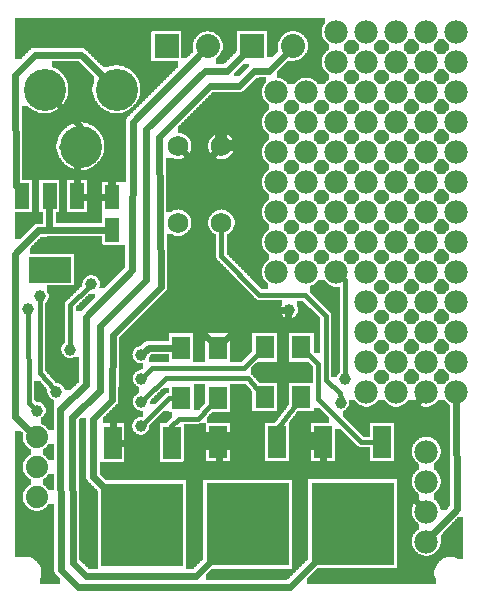
<source format=gtl>
G04 MADE WITH FRITZING*
G04 WWW.FRITZING.ORG*
G04 DOUBLE SIDED*
G04 HOLES PLATED*
G04 CONTOUR ON CENTER OF CONTOUR VECTOR*
%ASAXBY*%
%FSLAX23Y23*%
%MOIN*%
%OFA0B0*%
%SFA1.0B1.0*%
%ADD10C,0.075000*%
%ADD11C,0.068889*%
%ADD12C,0.078000*%
%ADD13C,0.039370*%
%ADD14C,0.074000*%
%ADD15C,0.140000*%
%ADD16C,0.080000*%
%ADD17R,0.062992X0.074803*%
%ADD18R,0.047244X0.078740*%
%ADD19R,0.048000X0.088000*%
%ADD20R,0.141732X0.086614*%
%ADD21R,0.080000X0.080000*%
%ADD22R,0.275591X0.275591*%
%ADD23R,0.059055X0.106299*%
%ADD24C,0.024000*%
%ADD25C,0.016000*%
%LNCOPPER1*%
G90*
G70*
G54D10*
X418Y1812D03*
X287Y1138D03*
X735Y1632D03*
X101Y211D03*
G54D11*
X728Y1501D03*
X728Y1245D03*
X584Y1501D03*
X584Y1245D03*
G54D12*
X1111Y1881D03*
X1111Y1781D03*
X1111Y1681D03*
X1111Y1581D03*
X1111Y1481D03*
X1111Y1381D03*
X1111Y1281D03*
X1111Y1181D03*
X1111Y1081D03*
X1111Y1881D03*
X1111Y1781D03*
X1111Y1681D03*
X1111Y1581D03*
X1111Y1481D03*
X1111Y1381D03*
X1111Y1281D03*
X1111Y1181D03*
X1111Y1081D03*
X1011Y1681D03*
X1011Y1581D03*
X1011Y1481D03*
X1011Y1381D03*
X1011Y1281D03*
X1011Y1181D03*
X1011Y1081D03*
X1011Y1681D03*
X1011Y1581D03*
X1011Y1481D03*
X1011Y1381D03*
X1011Y1281D03*
X1011Y1181D03*
X1011Y1081D03*
X911Y1081D03*
X911Y1181D03*
X911Y1281D03*
X911Y1381D03*
X911Y1481D03*
X911Y1581D03*
X911Y1681D03*
X1011Y1681D03*
X1011Y1581D03*
X1011Y1481D03*
X1011Y1381D03*
X1011Y1281D03*
X1011Y1181D03*
X1011Y1081D03*
X1011Y1681D03*
X1011Y1581D03*
X1011Y1481D03*
X1011Y1381D03*
X1011Y1281D03*
X1011Y1181D03*
X1011Y1081D03*
X911Y1081D03*
X911Y1181D03*
X911Y1281D03*
X911Y1381D03*
X911Y1481D03*
X911Y1581D03*
X911Y1681D03*
G54D13*
X1141Y725D03*
X178Y681D03*
X123Y1001D03*
X224Y823D03*
X294Y1041D03*
X114Y620D03*
X83Y959D03*
G54D12*
X1411Y483D03*
X1411Y383D03*
X1411Y283D03*
X1411Y183D03*
G54D13*
X461Y726D03*
X461Y649D03*
X459Y568D03*
X461Y806D03*
G54D14*
X112Y531D03*
X112Y431D03*
X112Y331D03*
X112Y531D03*
X112Y431D03*
X112Y331D03*
G54D15*
X379Y1690D03*
X139Y1690D03*
X259Y1500D03*
G54D16*
X829Y1835D03*
X967Y1835D03*
X545Y1834D03*
X683Y1834D03*
G54D13*
X1125Y646D03*
X954Y954D03*
G54D12*
X1511Y1881D03*
X1511Y1781D03*
X1511Y1681D03*
X1511Y1581D03*
X1511Y1481D03*
X1511Y1381D03*
X1511Y1281D03*
X1511Y1181D03*
X1511Y1081D03*
X1511Y981D03*
X1511Y881D03*
X1511Y781D03*
X1511Y681D03*
X1511Y1881D03*
X1511Y1781D03*
X1511Y1681D03*
X1511Y1581D03*
X1511Y1481D03*
X1511Y1381D03*
X1511Y1281D03*
X1511Y1181D03*
X1511Y1081D03*
X1511Y981D03*
X1511Y881D03*
X1511Y781D03*
X1511Y681D03*
X1411Y1881D03*
X1411Y1781D03*
X1411Y1681D03*
X1411Y1581D03*
X1411Y1481D03*
X1411Y1381D03*
X1411Y1281D03*
X1411Y1181D03*
X1411Y1081D03*
X1411Y981D03*
X1411Y881D03*
X1411Y781D03*
X1411Y681D03*
X1411Y1881D03*
X1411Y1781D03*
X1411Y1681D03*
X1411Y1581D03*
X1411Y1481D03*
X1411Y1381D03*
X1411Y1281D03*
X1411Y1181D03*
X1411Y1081D03*
X1411Y981D03*
X1411Y881D03*
X1411Y781D03*
X1411Y681D03*
X1311Y681D03*
X1311Y781D03*
X1311Y881D03*
X1311Y981D03*
X1311Y1081D03*
X1311Y1181D03*
X1311Y1281D03*
X1311Y1381D03*
X1311Y1481D03*
X1311Y1581D03*
X1311Y1681D03*
X1311Y1781D03*
X1311Y1881D03*
X1411Y1881D03*
X1411Y1781D03*
X1411Y1681D03*
X1411Y1581D03*
X1411Y1481D03*
X1411Y1381D03*
X1411Y1281D03*
X1411Y1181D03*
X1411Y1081D03*
X1411Y981D03*
X1411Y881D03*
X1411Y781D03*
X1411Y681D03*
X1411Y1881D03*
X1411Y1781D03*
X1411Y1681D03*
X1411Y1581D03*
X1411Y1481D03*
X1411Y1381D03*
X1411Y1281D03*
X1411Y1181D03*
X1411Y1081D03*
X1411Y981D03*
X1411Y881D03*
X1411Y781D03*
X1411Y681D03*
X1311Y681D03*
X1311Y781D03*
X1311Y881D03*
X1311Y981D03*
X1311Y1081D03*
X1311Y1181D03*
X1311Y1281D03*
X1311Y1381D03*
X1311Y1481D03*
X1311Y1581D03*
X1311Y1681D03*
X1311Y1781D03*
X1311Y1881D03*
X1211Y1881D03*
X1211Y1781D03*
X1211Y1681D03*
X1211Y1581D03*
X1211Y1481D03*
X1211Y1381D03*
X1211Y1281D03*
X1211Y1181D03*
X1211Y1081D03*
X1211Y981D03*
X1211Y881D03*
X1211Y781D03*
X1211Y681D03*
X1211Y1881D03*
X1211Y1781D03*
X1211Y1681D03*
X1211Y1581D03*
X1211Y1481D03*
X1211Y1381D03*
X1211Y1281D03*
X1211Y1181D03*
X1211Y1081D03*
X1211Y981D03*
X1211Y881D03*
X1211Y781D03*
X1211Y681D03*
G54D17*
X994Y831D03*
X872Y831D03*
X994Y664D03*
X872Y664D03*
X716Y662D03*
X594Y662D03*
X593Y830D03*
X715Y830D03*
G54D18*
X364Y1222D03*
X364Y1333D03*
G54D19*
X246Y1334D03*
X155Y1334D03*
X64Y1334D03*
G54D20*
X155Y1090D03*
G54D21*
X829Y1835D03*
X545Y1834D03*
G54D22*
X463Y239D03*
G54D23*
X365Y513D03*
X562Y513D03*
G54D22*
X815Y241D03*
G54D23*
X717Y515D03*
X913Y515D03*
G54D22*
X1165Y242D03*
G54D23*
X1067Y516D03*
X1264Y516D03*
G54D24*
X689Y856D02*
X554Y990D01*
D02*
X406Y625D02*
X365Y584D01*
D02*
X406Y844D02*
X406Y625D01*
D02*
X367Y538D02*
X365Y513D01*
D02*
X554Y990D02*
X406Y844D01*
D02*
X365Y584D02*
X367Y538D01*
D02*
X656Y1092D02*
X653Y1429D01*
D02*
X554Y990D02*
X656Y1092D01*
D02*
X653Y1429D02*
X705Y1479D01*
D02*
X257Y1500D02*
X197Y1500D01*
D02*
X246Y1500D02*
X257Y1500D01*
D02*
X246Y1372D02*
X246Y1500D01*
G54D25*
D02*
X123Y987D02*
X122Y943D01*
D02*
X122Y943D02*
X122Y746D01*
D02*
X122Y746D02*
X169Y692D01*
D02*
X224Y971D02*
X224Y837D01*
D02*
X285Y1031D02*
X224Y971D01*
D02*
X87Y646D02*
X104Y629D01*
D02*
X84Y946D02*
X87Y646D01*
D02*
X1141Y1055D02*
X1141Y738D01*
D02*
X1130Y1065D02*
X1141Y1055D01*
G54D24*
D02*
X720Y438D02*
X746Y412D01*
D02*
X1033Y412D02*
X1067Y443D01*
D02*
X746Y412D02*
X1033Y412D01*
D02*
X719Y467D02*
X720Y438D01*
D02*
X691Y412D02*
X527Y413D01*
D02*
X720Y438D02*
X691Y412D01*
D02*
X1390Y659D02*
X1345Y610D01*
D02*
X1345Y610D02*
X1344Y413D01*
D02*
X1345Y347D02*
X1389Y304D01*
D02*
X1344Y413D02*
X1345Y347D01*
D02*
X260Y1806D02*
X106Y1806D01*
D02*
X106Y1806D02*
X41Y1740D01*
D02*
X41Y1740D02*
X42Y1370D01*
D02*
X42Y1370D02*
X45Y1365D01*
D02*
X335Y1733D02*
X260Y1806D01*
D02*
X430Y510D02*
X527Y413D01*
D02*
X389Y512D02*
X430Y510D01*
D02*
X300Y593D02*
X300Y398D01*
D02*
X363Y655D02*
X300Y593D01*
D02*
X365Y871D02*
X363Y655D01*
D02*
X300Y398D02*
X376Y324D01*
D02*
X521Y1533D02*
X525Y1031D01*
D02*
X525Y1031D02*
X365Y871D01*
D02*
X430Y1088D02*
X432Y1583D01*
D02*
X432Y1583D02*
X661Y1812D01*
D02*
X275Y705D02*
X276Y933D01*
D02*
X276Y933D02*
X430Y1088D01*
D02*
X191Y626D02*
X275Y705D01*
D02*
X192Y89D02*
X191Y626D01*
D02*
X250Y32D02*
X192Y89D01*
D02*
X957Y33D02*
X250Y32D01*
D02*
X1080Y156D02*
X957Y33D01*
D02*
X836Y1751D02*
X885Y1753D01*
D02*
X788Y1703D02*
X836Y1751D01*
D02*
X691Y1703D02*
X788Y1703D01*
D02*
X521Y1533D02*
X691Y1703D01*
D02*
X885Y1753D02*
X945Y1813D01*
D02*
X673Y1753D02*
X747Y1752D01*
D02*
X747Y1752D02*
X807Y1813D01*
D02*
X475Y1055D02*
X478Y1557D01*
D02*
X478Y1557D02*
X673Y1753D01*
D02*
X322Y902D02*
X475Y1055D01*
D02*
X231Y598D02*
X322Y684D01*
D02*
X278Y68D02*
X232Y113D01*
D02*
X232Y113D02*
X231Y598D01*
D02*
X644Y70D02*
X278Y68D01*
D02*
X322Y684D02*
X322Y902D01*
D02*
X729Y155D02*
X644Y70D01*
G54D25*
D02*
X585Y593D02*
X651Y593D01*
D02*
X651Y593D02*
X690Y634D01*
D02*
X561Y569D02*
X585Y593D01*
D02*
X561Y560D02*
X561Y569D01*
D02*
X914Y558D02*
X913Y515D01*
D02*
X970Y632D02*
X914Y558D01*
D02*
X1050Y774D02*
X1020Y805D01*
D02*
X1051Y658D02*
X1050Y774D01*
D02*
X1193Y515D02*
X1051Y658D01*
D02*
X1240Y515D02*
X1193Y515D01*
D02*
X552Y661D02*
X568Y661D01*
D02*
X469Y577D02*
X552Y661D01*
D02*
X815Y727D02*
X847Y693D01*
D02*
X542Y727D02*
X815Y727D01*
D02*
X470Y658D02*
X542Y727D01*
D02*
X803Y763D02*
X846Y805D01*
D02*
X498Y763D02*
X803Y763D01*
D02*
X471Y736D02*
X498Y763D01*
G54D24*
D02*
X486Y830D02*
X567Y830D01*
D02*
X474Y819D02*
X486Y830D01*
D02*
X154Y1222D02*
X154Y1295D01*
D02*
X364Y1222D02*
X154Y1222D01*
D02*
X364Y1222D02*
X364Y1222D01*
D02*
X246Y1333D02*
X246Y1334D01*
D02*
X346Y1333D02*
X246Y1333D01*
D02*
X252Y1573D02*
X253Y1561D01*
D02*
X181Y1646D02*
X252Y1573D01*
D02*
X40Y600D02*
X40Y1143D01*
D02*
X118Y1221D02*
X154Y1222D01*
D02*
X40Y1143D02*
X118Y1221D01*
D02*
X90Y552D02*
X40Y600D01*
D02*
X1102Y413D02*
X1067Y443D01*
D02*
X1067Y443D02*
X1067Y468D01*
D02*
X1344Y413D02*
X1102Y413D01*
G54D25*
D02*
X1077Y934D02*
X1077Y723D01*
D02*
X1124Y679D02*
X1125Y660D01*
D02*
X1005Y1005D02*
X1077Y934D01*
D02*
X853Y1006D02*
X1005Y1005D01*
D02*
X1077Y723D02*
X1124Y679D01*
D02*
X727Y1136D02*
X853Y1006D01*
D02*
X728Y1219D02*
X727Y1136D01*
G54D24*
D02*
X841Y955D02*
X935Y954D01*
D02*
X741Y856D02*
X841Y955D01*
D02*
X1512Y293D02*
X1431Y205D01*
D02*
X1511Y651D02*
X1512Y293D01*
D02*
X606Y1478D02*
X653Y1429D01*
G36*
X1350Y1857D02*
X1350Y1853D01*
X1348Y1853D01*
X1348Y1851D01*
X1346Y1851D01*
X1346Y1849D01*
X1344Y1849D01*
X1344Y1847D01*
X1342Y1847D01*
X1342Y1845D01*
X1340Y1845D01*
X1340Y1843D01*
X1338Y1843D01*
X1338Y1841D01*
X1336Y1841D01*
X1336Y1821D01*
X1338Y1821D01*
X1338Y1819D01*
X1340Y1819D01*
X1340Y1817D01*
X1344Y1817D01*
X1344Y1815D01*
X1346Y1815D01*
X1346Y1811D01*
X1348Y1811D01*
X1348Y1809D01*
X1350Y1809D01*
X1350Y1807D01*
X1372Y1807D01*
X1372Y1811D01*
X1374Y1811D01*
X1374Y1813D01*
X1376Y1813D01*
X1376Y1815D01*
X1378Y1815D01*
X1378Y1817D01*
X1380Y1817D01*
X1380Y1819D01*
X1382Y1819D01*
X1382Y1821D01*
X1386Y1821D01*
X1386Y1841D01*
X1384Y1841D01*
X1384Y1843D01*
X1382Y1843D01*
X1382Y1845D01*
X1380Y1845D01*
X1380Y1847D01*
X1378Y1847D01*
X1378Y1849D01*
X1376Y1849D01*
X1376Y1851D01*
X1374Y1851D01*
X1374Y1853D01*
X1372Y1853D01*
X1372Y1855D01*
X1370Y1855D01*
X1370Y1857D01*
X1350Y1857D01*
G37*
D02*
G36*
X1450Y1857D02*
X1450Y1853D01*
X1448Y1853D01*
X1448Y1851D01*
X1446Y1851D01*
X1446Y1849D01*
X1444Y1849D01*
X1444Y1847D01*
X1442Y1847D01*
X1442Y1845D01*
X1440Y1845D01*
X1440Y1843D01*
X1438Y1843D01*
X1438Y1841D01*
X1436Y1841D01*
X1436Y1821D01*
X1438Y1821D01*
X1438Y1819D01*
X1440Y1819D01*
X1440Y1817D01*
X1444Y1817D01*
X1444Y1815D01*
X1446Y1815D01*
X1446Y1811D01*
X1448Y1811D01*
X1448Y1809D01*
X1450Y1809D01*
X1450Y1807D01*
X1472Y1807D01*
X1472Y1809D01*
X1474Y1809D01*
X1474Y1811D01*
X1476Y1811D01*
X1476Y1815D01*
X1478Y1815D01*
X1478Y1817D01*
X1482Y1817D01*
X1482Y1819D01*
X1484Y1819D01*
X1484Y1821D01*
X1486Y1821D01*
X1486Y1841D01*
X1484Y1841D01*
X1484Y1843D01*
X1482Y1843D01*
X1482Y1845D01*
X1480Y1845D01*
X1480Y1847D01*
X1478Y1847D01*
X1478Y1849D01*
X1476Y1849D01*
X1476Y1851D01*
X1474Y1851D01*
X1474Y1853D01*
X1472Y1853D01*
X1472Y1855D01*
X1470Y1855D01*
X1470Y1857D01*
X1450Y1857D01*
G37*
D02*
G36*
X1150Y1855D02*
X1150Y1853D01*
X1148Y1853D01*
X1148Y1851D01*
X1146Y1851D01*
X1146Y1849D01*
X1144Y1849D01*
X1144Y1847D01*
X1142Y1847D01*
X1142Y1845D01*
X1140Y1845D01*
X1140Y1843D01*
X1138Y1843D01*
X1138Y1841D01*
X1136Y1841D01*
X1136Y1821D01*
X1138Y1821D01*
X1138Y1819D01*
X1140Y1819D01*
X1140Y1817D01*
X1144Y1817D01*
X1144Y1815D01*
X1146Y1815D01*
X1146Y1811D01*
X1148Y1811D01*
X1148Y1809D01*
X1150Y1809D01*
X1150Y1807D01*
X1172Y1807D01*
X1172Y1811D01*
X1174Y1811D01*
X1174Y1813D01*
X1176Y1813D01*
X1176Y1815D01*
X1178Y1815D01*
X1178Y1817D01*
X1180Y1817D01*
X1180Y1819D01*
X1182Y1819D01*
X1182Y1821D01*
X1186Y1821D01*
X1186Y1841D01*
X1184Y1841D01*
X1184Y1843D01*
X1182Y1843D01*
X1182Y1845D01*
X1180Y1845D01*
X1180Y1847D01*
X1178Y1847D01*
X1178Y1849D01*
X1176Y1849D01*
X1176Y1851D01*
X1174Y1851D01*
X1174Y1853D01*
X1172Y1853D01*
X1172Y1855D01*
X1150Y1855D01*
G37*
D02*
G36*
X1250Y1855D02*
X1250Y1853D01*
X1248Y1853D01*
X1248Y1851D01*
X1246Y1851D01*
X1246Y1849D01*
X1244Y1849D01*
X1244Y1847D01*
X1242Y1847D01*
X1242Y1845D01*
X1240Y1845D01*
X1240Y1843D01*
X1238Y1843D01*
X1238Y1841D01*
X1236Y1841D01*
X1236Y1821D01*
X1240Y1821D01*
X1240Y1819D01*
X1242Y1819D01*
X1242Y1817D01*
X1244Y1817D01*
X1244Y1815D01*
X1246Y1815D01*
X1246Y1813D01*
X1248Y1813D01*
X1248Y1811D01*
X1250Y1811D01*
X1250Y1807D01*
X1272Y1807D01*
X1272Y1811D01*
X1274Y1811D01*
X1274Y1813D01*
X1276Y1813D01*
X1276Y1815D01*
X1278Y1815D01*
X1278Y1817D01*
X1280Y1817D01*
X1280Y1819D01*
X1282Y1819D01*
X1282Y1821D01*
X1286Y1821D01*
X1286Y1841D01*
X1284Y1841D01*
X1284Y1843D01*
X1282Y1843D01*
X1282Y1845D01*
X1280Y1845D01*
X1280Y1847D01*
X1278Y1847D01*
X1278Y1849D01*
X1276Y1849D01*
X1276Y1851D01*
X1274Y1851D01*
X1274Y1853D01*
X1272Y1853D01*
X1272Y1855D01*
X1250Y1855D01*
G37*
D02*
G36*
X800Y1775D02*
X800Y1773D01*
X798Y1773D01*
X798Y1771D01*
X796Y1771D01*
X796Y1769D01*
X794Y1769D01*
X794Y1767D01*
X792Y1767D01*
X792Y1765D01*
X790Y1765D01*
X790Y1763D01*
X788Y1763D01*
X788Y1761D01*
X786Y1761D01*
X786Y1759D01*
X784Y1759D01*
X784Y1757D01*
X782Y1757D01*
X782Y1755D01*
X780Y1755D01*
X780Y1753D01*
X778Y1753D01*
X778Y1751D01*
X776Y1751D01*
X776Y1749D01*
X774Y1749D01*
X774Y1747D01*
X772Y1747D01*
X772Y1745D01*
X770Y1745D01*
X770Y1735D01*
X790Y1735D01*
X790Y1737D01*
X792Y1737D01*
X792Y1739D01*
X794Y1739D01*
X794Y1741D01*
X796Y1741D01*
X796Y1743D01*
X798Y1743D01*
X798Y1745D01*
X800Y1745D01*
X800Y1747D01*
X802Y1747D01*
X802Y1749D01*
X804Y1749D01*
X804Y1751D01*
X806Y1751D01*
X806Y1753D01*
X808Y1753D01*
X808Y1755D01*
X810Y1755D01*
X810Y1757D01*
X812Y1757D01*
X812Y1759D01*
X814Y1759D01*
X814Y1761D01*
X816Y1761D01*
X816Y1763D01*
X818Y1763D01*
X818Y1765D01*
X820Y1765D01*
X820Y1775D01*
X800Y1775D01*
G37*
D02*
G36*
X1350Y1757D02*
X1350Y1753D01*
X1348Y1753D01*
X1348Y1751D01*
X1346Y1751D01*
X1346Y1749D01*
X1344Y1749D01*
X1344Y1747D01*
X1342Y1747D01*
X1342Y1745D01*
X1340Y1745D01*
X1340Y1743D01*
X1338Y1743D01*
X1338Y1741D01*
X1336Y1741D01*
X1336Y1721D01*
X1338Y1721D01*
X1338Y1719D01*
X1340Y1719D01*
X1340Y1717D01*
X1344Y1717D01*
X1344Y1715D01*
X1346Y1715D01*
X1346Y1711D01*
X1348Y1711D01*
X1348Y1709D01*
X1350Y1709D01*
X1350Y1707D01*
X1372Y1707D01*
X1372Y1711D01*
X1374Y1711D01*
X1374Y1713D01*
X1376Y1713D01*
X1376Y1715D01*
X1378Y1715D01*
X1378Y1717D01*
X1380Y1717D01*
X1380Y1719D01*
X1382Y1719D01*
X1382Y1721D01*
X1386Y1721D01*
X1386Y1741D01*
X1384Y1741D01*
X1384Y1743D01*
X1382Y1743D01*
X1382Y1745D01*
X1380Y1745D01*
X1380Y1747D01*
X1378Y1747D01*
X1378Y1749D01*
X1376Y1749D01*
X1376Y1751D01*
X1374Y1751D01*
X1374Y1753D01*
X1372Y1753D01*
X1372Y1755D01*
X1370Y1755D01*
X1370Y1757D01*
X1350Y1757D01*
G37*
D02*
G36*
X1450Y1757D02*
X1450Y1753D01*
X1448Y1753D01*
X1448Y1751D01*
X1446Y1751D01*
X1446Y1749D01*
X1444Y1749D01*
X1444Y1747D01*
X1442Y1747D01*
X1442Y1745D01*
X1440Y1745D01*
X1440Y1743D01*
X1438Y1743D01*
X1438Y1741D01*
X1436Y1741D01*
X1436Y1721D01*
X1438Y1721D01*
X1438Y1719D01*
X1440Y1719D01*
X1440Y1717D01*
X1444Y1717D01*
X1444Y1715D01*
X1446Y1715D01*
X1446Y1711D01*
X1448Y1711D01*
X1448Y1709D01*
X1450Y1709D01*
X1450Y1707D01*
X1472Y1707D01*
X1472Y1709D01*
X1474Y1709D01*
X1474Y1711D01*
X1476Y1711D01*
X1476Y1715D01*
X1478Y1715D01*
X1478Y1717D01*
X1482Y1717D01*
X1482Y1719D01*
X1484Y1719D01*
X1484Y1721D01*
X1486Y1721D01*
X1486Y1741D01*
X1484Y1741D01*
X1484Y1743D01*
X1482Y1743D01*
X1482Y1745D01*
X1480Y1745D01*
X1480Y1747D01*
X1478Y1747D01*
X1478Y1749D01*
X1476Y1749D01*
X1476Y1751D01*
X1474Y1751D01*
X1474Y1753D01*
X1472Y1753D01*
X1472Y1755D01*
X1470Y1755D01*
X1470Y1757D01*
X1450Y1757D01*
G37*
D02*
G36*
X1150Y1755D02*
X1150Y1753D01*
X1148Y1753D01*
X1148Y1751D01*
X1146Y1751D01*
X1146Y1749D01*
X1144Y1749D01*
X1144Y1747D01*
X1142Y1747D01*
X1142Y1745D01*
X1140Y1745D01*
X1140Y1743D01*
X1138Y1743D01*
X1138Y1741D01*
X1136Y1741D01*
X1136Y1721D01*
X1138Y1721D01*
X1138Y1719D01*
X1140Y1719D01*
X1140Y1717D01*
X1144Y1717D01*
X1144Y1715D01*
X1146Y1715D01*
X1146Y1711D01*
X1148Y1711D01*
X1148Y1709D01*
X1150Y1709D01*
X1150Y1707D01*
X1172Y1707D01*
X1172Y1711D01*
X1174Y1711D01*
X1174Y1713D01*
X1176Y1713D01*
X1176Y1715D01*
X1178Y1715D01*
X1178Y1717D01*
X1180Y1717D01*
X1180Y1719D01*
X1182Y1719D01*
X1182Y1721D01*
X1186Y1721D01*
X1186Y1741D01*
X1184Y1741D01*
X1184Y1743D01*
X1182Y1743D01*
X1182Y1745D01*
X1180Y1745D01*
X1180Y1747D01*
X1178Y1747D01*
X1178Y1749D01*
X1176Y1749D01*
X1176Y1751D01*
X1174Y1751D01*
X1174Y1753D01*
X1172Y1753D01*
X1172Y1755D01*
X1150Y1755D01*
G37*
D02*
G36*
X1250Y1755D02*
X1250Y1753D01*
X1248Y1753D01*
X1248Y1751D01*
X1246Y1751D01*
X1246Y1749D01*
X1244Y1749D01*
X1244Y1747D01*
X1242Y1747D01*
X1242Y1745D01*
X1240Y1745D01*
X1240Y1743D01*
X1238Y1743D01*
X1238Y1741D01*
X1236Y1741D01*
X1236Y1721D01*
X1240Y1721D01*
X1240Y1719D01*
X1242Y1719D01*
X1242Y1717D01*
X1244Y1717D01*
X1244Y1715D01*
X1246Y1715D01*
X1246Y1713D01*
X1248Y1713D01*
X1248Y1711D01*
X1250Y1711D01*
X1250Y1707D01*
X1272Y1707D01*
X1272Y1711D01*
X1274Y1711D01*
X1274Y1713D01*
X1276Y1713D01*
X1276Y1715D01*
X1278Y1715D01*
X1278Y1717D01*
X1280Y1717D01*
X1280Y1719D01*
X1282Y1719D01*
X1282Y1721D01*
X1286Y1721D01*
X1286Y1741D01*
X1284Y1741D01*
X1284Y1743D01*
X1282Y1743D01*
X1282Y1745D01*
X1280Y1745D01*
X1280Y1747D01*
X1278Y1747D01*
X1278Y1749D01*
X1276Y1749D01*
X1276Y1751D01*
X1274Y1751D01*
X1274Y1753D01*
X1272Y1753D01*
X1272Y1755D01*
X1250Y1755D01*
G37*
D02*
G36*
X1350Y1657D02*
X1350Y1653D01*
X1348Y1653D01*
X1348Y1651D01*
X1346Y1651D01*
X1346Y1649D01*
X1344Y1649D01*
X1344Y1647D01*
X1342Y1647D01*
X1342Y1645D01*
X1340Y1645D01*
X1340Y1643D01*
X1338Y1643D01*
X1338Y1641D01*
X1336Y1641D01*
X1336Y1621D01*
X1338Y1621D01*
X1338Y1619D01*
X1340Y1619D01*
X1340Y1617D01*
X1344Y1617D01*
X1344Y1615D01*
X1346Y1615D01*
X1346Y1611D01*
X1348Y1611D01*
X1348Y1609D01*
X1350Y1609D01*
X1350Y1607D01*
X1372Y1607D01*
X1372Y1611D01*
X1374Y1611D01*
X1374Y1613D01*
X1376Y1613D01*
X1376Y1615D01*
X1378Y1615D01*
X1378Y1617D01*
X1380Y1617D01*
X1380Y1619D01*
X1382Y1619D01*
X1382Y1621D01*
X1386Y1621D01*
X1386Y1641D01*
X1384Y1641D01*
X1384Y1643D01*
X1382Y1643D01*
X1382Y1645D01*
X1380Y1645D01*
X1380Y1647D01*
X1378Y1647D01*
X1378Y1649D01*
X1376Y1649D01*
X1376Y1651D01*
X1374Y1651D01*
X1374Y1653D01*
X1372Y1653D01*
X1372Y1655D01*
X1370Y1655D01*
X1370Y1657D01*
X1350Y1657D01*
G37*
D02*
G36*
X1450Y1657D02*
X1450Y1653D01*
X1448Y1653D01*
X1448Y1651D01*
X1446Y1651D01*
X1446Y1649D01*
X1444Y1649D01*
X1444Y1647D01*
X1442Y1647D01*
X1442Y1645D01*
X1440Y1645D01*
X1440Y1643D01*
X1438Y1643D01*
X1438Y1641D01*
X1436Y1641D01*
X1436Y1621D01*
X1438Y1621D01*
X1438Y1619D01*
X1440Y1619D01*
X1440Y1617D01*
X1444Y1617D01*
X1444Y1615D01*
X1446Y1615D01*
X1446Y1611D01*
X1448Y1611D01*
X1448Y1609D01*
X1450Y1609D01*
X1450Y1607D01*
X1472Y1607D01*
X1472Y1609D01*
X1474Y1609D01*
X1474Y1611D01*
X1476Y1611D01*
X1476Y1615D01*
X1478Y1615D01*
X1478Y1617D01*
X1482Y1617D01*
X1482Y1619D01*
X1484Y1619D01*
X1484Y1621D01*
X1486Y1621D01*
X1486Y1641D01*
X1484Y1641D01*
X1484Y1643D01*
X1482Y1643D01*
X1482Y1645D01*
X1480Y1645D01*
X1480Y1647D01*
X1478Y1647D01*
X1478Y1649D01*
X1476Y1649D01*
X1476Y1651D01*
X1474Y1651D01*
X1474Y1653D01*
X1472Y1653D01*
X1472Y1655D01*
X1470Y1655D01*
X1470Y1657D01*
X1450Y1657D01*
G37*
D02*
G36*
X950Y1655D02*
X950Y1653D01*
X948Y1653D01*
X948Y1649D01*
X946Y1649D01*
X946Y1647D01*
X944Y1647D01*
X944Y1645D01*
X940Y1645D01*
X940Y1643D01*
X938Y1643D01*
X938Y1641D01*
X936Y1641D01*
X936Y1621D01*
X938Y1621D01*
X938Y1619D01*
X940Y1619D01*
X940Y1617D01*
X944Y1617D01*
X944Y1615D01*
X946Y1615D01*
X946Y1613D01*
X948Y1613D01*
X948Y1609D01*
X950Y1609D01*
X950Y1607D01*
X972Y1607D01*
X972Y1609D01*
X974Y1609D01*
X974Y1611D01*
X976Y1611D01*
X976Y1613D01*
X978Y1613D01*
X978Y1615D01*
X980Y1615D01*
X980Y1617D01*
X982Y1617D01*
X982Y1619D01*
X984Y1619D01*
X984Y1621D01*
X986Y1621D01*
X986Y1641D01*
X984Y1641D01*
X984Y1643D01*
X982Y1643D01*
X982Y1645D01*
X980Y1645D01*
X980Y1647D01*
X978Y1647D01*
X978Y1649D01*
X976Y1649D01*
X976Y1651D01*
X974Y1651D01*
X974Y1653D01*
X972Y1653D01*
X972Y1655D01*
X950Y1655D01*
G37*
D02*
G36*
X1050Y1655D02*
X1050Y1653D01*
X1048Y1653D01*
X1048Y1649D01*
X1046Y1649D01*
X1046Y1647D01*
X1044Y1647D01*
X1044Y1645D01*
X1040Y1645D01*
X1040Y1643D01*
X1038Y1643D01*
X1038Y1641D01*
X1036Y1641D01*
X1036Y1621D01*
X1038Y1621D01*
X1038Y1619D01*
X1040Y1619D01*
X1040Y1617D01*
X1044Y1617D01*
X1044Y1615D01*
X1046Y1615D01*
X1046Y1613D01*
X1048Y1613D01*
X1048Y1609D01*
X1050Y1609D01*
X1050Y1607D01*
X1072Y1607D01*
X1072Y1611D01*
X1074Y1611D01*
X1074Y1613D01*
X1076Y1613D01*
X1076Y1615D01*
X1078Y1615D01*
X1078Y1617D01*
X1080Y1617D01*
X1080Y1619D01*
X1084Y1619D01*
X1084Y1621D01*
X1086Y1621D01*
X1086Y1641D01*
X1084Y1641D01*
X1084Y1643D01*
X1082Y1643D01*
X1082Y1645D01*
X1080Y1645D01*
X1080Y1647D01*
X1076Y1647D01*
X1076Y1651D01*
X1074Y1651D01*
X1074Y1653D01*
X1072Y1653D01*
X1072Y1655D01*
X1050Y1655D01*
G37*
D02*
G36*
X1150Y1655D02*
X1150Y1653D01*
X1148Y1653D01*
X1148Y1651D01*
X1146Y1651D01*
X1146Y1649D01*
X1144Y1649D01*
X1144Y1647D01*
X1142Y1647D01*
X1142Y1645D01*
X1140Y1645D01*
X1140Y1643D01*
X1138Y1643D01*
X1138Y1641D01*
X1136Y1641D01*
X1136Y1621D01*
X1138Y1621D01*
X1138Y1619D01*
X1140Y1619D01*
X1140Y1617D01*
X1144Y1617D01*
X1144Y1615D01*
X1146Y1615D01*
X1146Y1611D01*
X1148Y1611D01*
X1148Y1609D01*
X1150Y1609D01*
X1150Y1607D01*
X1172Y1607D01*
X1172Y1611D01*
X1174Y1611D01*
X1174Y1613D01*
X1176Y1613D01*
X1176Y1615D01*
X1178Y1615D01*
X1178Y1617D01*
X1180Y1617D01*
X1180Y1619D01*
X1182Y1619D01*
X1182Y1621D01*
X1186Y1621D01*
X1186Y1641D01*
X1184Y1641D01*
X1184Y1643D01*
X1182Y1643D01*
X1182Y1645D01*
X1180Y1645D01*
X1180Y1647D01*
X1178Y1647D01*
X1178Y1649D01*
X1176Y1649D01*
X1176Y1651D01*
X1174Y1651D01*
X1174Y1653D01*
X1172Y1653D01*
X1172Y1655D01*
X1150Y1655D01*
G37*
D02*
G36*
X1250Y1655D02*
X1250Y1653D01*
X1248Y1653D01*
X1248Y1651D01*
X1246Y1651D01*
X1246Y1649D01*
X1244Y1649D01*
X1244Y1647D01*
X1242Y1647D01*
X1242Y1645D01*
X1240Y1645D01*
X1240Y1643D01*
X1238Y1643D01*
X1238Y1641D01*
X1236Y1641D01*
X1236Y1621D01*
X1240Y1621D01*
X1240Y1619D01*
X1242Y1619D01*
X1242Y1617D01*
X1244Y1617D01*
X1244Y1615D01*
X1246Y1615D01*
X1246Y1613D01*
X1248Y1613D01*
X1248Y1611D01*
X1250Y1611D01*
X1250Y1607D01*
X1272Y1607D01*
X1272Y1611D01*
X1274Y1611D01*
X1274Y1613D01*
X1276Y1613D01*
X1276Y1615D01*
X1278Y1615D01*
X1278Y1617D01*
X1280Y1617D01*
X1280Y1619D01*
X1282Y1619D01*
X1282Y1621D01*
X1286Y1621D01*
X1286Y1641D01*
X1284Y1641D01*
X1284Y1643D01*
X1282Y1643D01*
X1282Y1645D01*
X1280Y1645D01*
X1280Y1647D01*
X1278Y1647D01*
X1278Y1649D01*
X1276Y1649D01*
X1276Y1651D01*
X1274Y1651D01*
X1274Y1653D01*
X1272Y1653D01*
X1272Y1655D01*
X1250Y1655D01*
G37*
D02*
G36*
X40Y1929D02*
X40Y1885D01*
X978Y1885D01*
X978Y1883D01*
X984Y1883D01*
X984Y1881D01*
X988Y1881D01*
X988Y1879D01*
X990Y1879D01*
X990Y1877D01*
X994Y1877D01*
X994Y1875D01*
X996Y1875D01*
X996Y1873D01*
X998Y1873D01*
X998Y1871D01*
X1002Y1871D01*
X1002Y1867D01*
X1004Y1867D01*
X1004Y1865D01*
X1006Y1865D01*
X1006Y1863D01*
X1008Y1863D01*
X1008Y1861D01*
X1010Y1861D01*
X1010Y1857D01*
X1012Y1857D01*
X1012Y1853D01*
X1014Y1853D01*
X1014Y1849D01*
X1016Y1849D01*
X1016Y1839D01*
X1018Y1839D01*
X1018Y1833D01*
X1016Y1833D01*
X1016Y1823D01*
X1014Y1823D01*
X1014Y1817D01*
X1012Y1817D01*
X1012Y1813D01*
X1010Y1813D01*
X1010Y1811D01*
X1008Y1811D01*
X1008Y1807D01*
X1006Y1807D01*
X1006Y1805D01*
X1004Y1805D01*
X1004Y1803D01*
X1002Y1803D01*
X1002Y1801D01*
X1000Y1801D01*
X1000Y1799D01*
X998Y1799D01*
X998Y1797D01*
X996Y1797D01*
X996Y1795D01*
X992Y1795D01*
X992Y1793D01*
X990Y1793D01*
X990Y1791D01*
X986Y1791D01*
X986Y1789D01*
X982Y1789D01*
X982Y1787D01*
X974Y1787D01*
X974Y1785D01*
X948Y1785D01*
X948Y1783D01*
X946Y1783D01*
X946Y1781D01*
X944Y1781D01*
X944Y1779D01*
X942Y1779D01*
X942Y1777D01*
X940Y1777D01*
X940Y1775D01*
X938Y1775D01*
X938Y1773D01*
X936Y1773D01*
X936Y1771D01*
X934Y1771D01*
X934Y1769D01*
X932Y1769D01*
X932Y1767D01*
X930Y1767D01*
X930Y1765D01*
X928Y1765D01*
X928Y1763D01*
X926Y1763D01*
X926Y1761D01*
X924Y1761D01*
X924Y1759D01*
X922Y1759D01*
X922Y1757D01*
X920Y1757D01*
X920Y1755D01*
X918Y1755D01*
X918Y1753D01*
X916Y1753D01*
X916Y1751D01*
X914Y1751D01*
X914Y1749D01*
X912Y1749D01*
X912Y1729D01*
X1022Y1729D01*
X1022Y1727D01*
X1028Y1727D01*
X1028Y1725D01*
X1032Y1725D01*
X1032Y1723D01*
X1036Y1723D01*
X1036Y1721D01*
X1038Y1721D01*
X1038Y1719D01*
X1040Y1719D01*
X1040Y1717D01*
X1044Y1717D01*
X1044Y1715D01*
X1046Y1715D01*
X1046Y1713D01*
X1048Y1713D01*
X1048Y1709D01*
X1050Y1709D01*
X1050Y1707D01*
X1072Y1707D01*
X1072Y1711D01*
X1074Y1711D01*
X1074Y1713D01*
X1076Y1713D01*
X1076Y1715D01*
X1078Y1715D01*
X1078Y1717D01*
X1080Y1717D01*
X1080Y1719D01*
X1084Y1719D01*
X1084Y1721D01*
X1086Y1721D01*
X1086Y1741D01*
X1084Y1741D01*
X1084Y1743D01*
X1082Y1743D01*
X1082Y1745D01*
X1080Y1745D01*
X1080Y1747D01*
X1076Y1747D01*
X1076Y1751D01*
X1074Y1751D01*
X1074Y1753D01*
X1072Y1753D01*
X1072Y1755D01*
X1070Y1755D01*
X1070Y1759D01*
X1068Y1759D01*
X1068Y1761D01*
X1066Y1761D01*
X1066Y1765D01*
X1064Y1765D01*
X1064Y1771D01*
X1062Y1771D01*
X1062Y1791D01*
X1064Y1791D01*
X1064Y1797D01*
X1066Y1797D01*
X1066Y1801D01*
X1068Y1801D01*
X1068Y1805D01*
X1070Y1805D01*
X1070Y1807D01*
X1072Y1807D01*
X1072Y1811D01*
X1074Y1811D01*
X1074Y1813D01*
X1076Y1813D01*
X1076Y1815D01*
X1078Y1815D01*
X1078Y1817D01*
X1080Y1817D01*
X1080Y1819D01*
X1084Y1819D01*
X1084Y1821D01*
X1086Y1821D01*
X1086Y1841D01*
X1084Y1841D01*
X1084Y1843D01*
X1082Y1843D01*
X1082Y1845D01*
X1080Y1845D01*
X1080Y1847D01*
X1076Y1847D01*
X1076Y1851D01*
X1074Y1851D01*
X1074Y1853D01*
X1072Y1853D01*
X1072Y1855D01*
X1070Y1855D01*
X1070Y1859D01*
X1068Y1859D01*
X1068Y1861D01*
X1066Y1861D01*
X1066Y1865D01*
X1064Y1865D01*
X1064Y1871D01*
X1062Y1871D01*
X1062Y1891D01*
X1064Y1891D01*
X1064Y1897D01*
X1066Y1897D01*
X1066Y1901D01*
X1068Y1901D01*
X1068Y1905D01*
X1070Y1905D01*
X1070Y1907D01*
X1072Y1907D01*
X1072Y1929D01*
X40Y1929D01*
G37*
D02*
G36*
X40Y1885D02*
X40Y1829D01*
X266Y1829D01*
X266Y1827D01*
X270Y1827D01*
X270Y1825D01*
X274Y1825D01*
X274Y1823D01*
X276Y1823D01*
X276Y1821D01*
X278Y1821D01*
X278Y1819D01*
X280Y1819D01*
X280Y1817D01*
X282Y1817D01*
X282Y1815D01*
X284Y1815D01*
X284Y1813D01*
X286Y1813D01*
X286Y1811D01*
X288Y1811D01*
X288Y1809D01*
X290Y1809D01*
X290Y1807D01*
X292Y1807D01*
X292Y1805D01*
X294Y1805D01*
X294Y1803D01*
X296Y1803D01*
X296Y1801D01*
X298Y1801D01*
X298Y1799D01*
X300Y1799D01*
X300Y1797D01*
X302Y1797D01*
X302Y1795D01*
X304Y1795D01*
X304Y1793D01*
X306Y1793D01*
X306Y1791D01*
X308Y1791D01*
X308Y1789D01*
X310Y1789D01*
X310Y1787D01*
X312Y1787D01*
X312Y1785D01*
X314Y1785D01*
X314Y1783D01*
X316Y1783D01*
X316Y1781D01*
X318Y1781D01*
X318Y1779D01*
X320Y1779D01*
X320Y1777D01*
X322Y1777D01*
X322Y1775D01*
X324Y1775D01*
X324Y1773D01*
X326Y1773D01*
X326Y1771D01*
X388Y1771D01*
X388Y1769D01*
X398Y1769D01*
X398Y1767D01*
X404Y1767D01*
X404Y1765D01*
X408Y1765D01*
X408Y1763D01*
X412Y1763D01*
X412Y1761D01*
X416Y1761D01*
X416Y1759D01*
X420Y1759D01*
X420Y1757D01*
X422Y1757D01*
X422Y1755D01*
X426Y1755D01*
X426Y1753D01*
X428Y1753D01*
X428Y1751D01*
X430Y1751D01*
X430Y1749D01*
X432Y1749D01*
X432Y1747D01*
X434Y1747D01*
X434Y1745D01*
X436Y1745D01*
X436Y1743D01*
X438Y1743D01*
X438Y1741D01*
X440Y1741D01*
X440Y1739D01*
X442Y1739D01*
X442Y1735D01*
X444Y1735D01*
X444Y1733D01*
X446Y1733D01*
X446Y1729D01*
X448Y1729D01*
X448Y1727D01*
X450Y1727D01*
X450Y1723D01*
X452Y1723D01*
X452Y1717D01*
X454Y1717D01*
X454Y1713D01*
X456Y1713D01*
X456Y1705D01*
X458Y1705D01*
X458Y1677D01*
X456Y1677D01*
X456Y1669D01*
X454Y1669D01*
X454Y1663D01*
X452Y1663D01*
X452Y1659D01*
X450Y1659D01*
X450Y1655D01*
X448Y1655D01*
X448Y1651D01*
X446Y1651D01*
X446Y1649D01*
X444Y1649D01*
X444Y1645D01*
X442Y1645D01*
X442Y1643D01*
X440Y1643D01*
X440Y1641D01*
X438Y1641D01*
X438Y1639D01*
X436Y1639D01*
X436Y1637D01*
X434Y1637D01*
X434Y1635D01*
X432Y1635D01*
X432Y1633D01*
X430Y1633D01*
X430Y1631D01*
X428Y1631D01*
X428Y1629D01*
X426Y1629D01*
X426Y1627D01*
X424Y1627D01*
X424Y1625D01*
X420Y1625D01*
X420Y1623D01*
X418Y1623D01*
X418Y1621D01*
X414Y1621D01*
X414Y1619D01*
X410Y1619D01*
X410Y1617D01*
X406Y1617D01*
X406Y1615D01*
X400Y1615D01*
X400Y1613D01*
X392Y1613D01*
X392Y1611D01*
X430Y1611D01*
X430Y1613D01*
X432Y1613D01*
X432Y1615D01*
X434Y1615D01*
X434Y1617D01*
X436Y1617D01*
X436Y1619D01*
X438Y1619D01*
X438Y1621D01*
X440Y1621D01*
X440Y1623D01*
X442Y1623D01*
X442Y1625D01*
X444Y1625D01*
X444Y1627D01*
X446Y1627D01*
X446Y1629D01*
X448Y1629D01*
X448Y1631D01*
X450Y1631D01*
X450Y1633D01*
X452Y1633D01*
X452Y1635D01*
X454Y1635D01*
X454Y1637D01*
X456Y1637D01*
X456Y1639D01*
X458Y1639D01*
X458Y1641D01*
X460Y1641D01*
X460Y1643D01*
X462Y1643D01*
X462Y1645D01*
X464Y1645D01*
X464Y1647D01*
X466Y1647D01*
X466Y1649D01*
X468Y1649D01*
X468Y1651D01*
X470Y1651D01*
X470Y1653D01*
X472Y1653D01*
X472Y1655D01*
X474Y1655D01*
X474Y1657D01*
X476Y1657D01*
X476Y1659D01*
X478Y1659D01*
X478Y1661D01*
X480Y1661D01*
X480Y1663D01*
X482Y1663D01*
X482Y1665D01*
X484Y1665D01*
X484Y1667D01*
X486Y1667D01*
X486Y1669D01*
X488Y1669D01*
X488Y1671D01*
X490Y1671D01*
X490Y1673D01*
X492Y1673D01*
X492Y1675D01*
X494Y1675D01*
X494Y1677D01*
X496Y1677D01*
X496Y1679D01*
X498Y1679D01*
X498Y1681D01*
X500Y1681D01*
X500Y1683D01*
X502Y1683D01*
X502Y1685D01*
X504Y1685D01*
X504Y1687D01*
X506Y1687D01*
X506Y1689D01*
X508Y1689D01*
X508Y1691D01*
X510Y1691D01*
X510Y1693D01*
X512Y1693D01*
X512Y1695D01*
X514Y1695D01*
X514Y1697D01*
X516Y1697D01*
X516Y1699D01*
X518Y1699D01*
X518Y1701D01*
X520Y1701D01*
X520Y1703D01*
X522Y1703D01*
X522Y1705D01*
X524Y1705D01*
X524Y1707D01*
X526Y1707D01*
X526Y1709D01*
X528Y1709D01*
X528Y1711D01*
X530Y1711D01*
X530Y1713D01*
X532Y1713D01*
X532Y1715D01*
X534Y1715D01*
X534Y1717D01*
X536Y1717D01*
X536Y1719D01*
X538Y1719D01*
X538Y1721D01*
X540Y1721D01*
X540Y1723D01*
X542Y1723D01*
X542Y1725D01*
X544Y1725D01*
X544Y1727D01*
X546Y1727D01*
X546Y1729D01*
X548Y1729D01*
X548Y1731D01*
X550Y1731D01*
X550Y1733D01*
X552Y1733D01*
X552Y1735D01*
X554Y1735D01*
X554Y1737D01*
X556Y1737D01*
X556Y1739D01*
X558Y1739D01*
X558Y1741D01*
X560Y1741D01*
X560Y1743D01*
X562Y1743D01*
X562Y1745D01*
X564Y1745D01*
X564Y1747D01*
X566Y1747D01*
X566Y1749D01*
X568Y1749D01*
X568Y1751D01*
X570Y1751D01*
X570Y1753D01*
X572Y1753D01*
X572Y1755D01*
X574Y1755D01*
X574Y1757D01*
X576Y1757D01*
X576Y1759D01*
X578Y1759D01*
X578Y1761D01*
X580Y1761D01*
X580Y1763D01*
X582Y1763D01*
X582Y1765D01*
X584Y1765D01*
X584Y1785D01*
X494Y1785D01*
X494Y1883D01*
X496Y1883D01*
X496Y1885D01*
X40Y1885D01*
G37*
D02*
G36*
X594Y1885D02*
X594Y1795D01*
X614Y1795D01*
X614Y1797D01*
X616Y1797D01*
X616Y1799D01*
X618Y1799D01*
X618Y1801D01*
X620Y1801D01*
X620Y1803D01*
X622Y1803D01*
X622Y1805D01*
X624Y1805D01*
X624Y1807D01*
X626Y1807D01*
X626Y1809D01*
X628Y1809D01*
X628Y1811D01*
X630Y1811D01*
X630Y1813D01*
X632Y1813D01*
X632Y1839D01*
X634Y1839D01*
X634Y1847D01*
X636Y1847D01*
X636Y1853D01*
X638Y1853D01*
X638Y1857D01*
X640Y1857D01*
X640Y1859D01*
X642Y1859D01*
X642Y1863D01*
X644Y1863D01*
X644Y1865D01*
X646Y1865D01*
X646Y1867D01*
X648Y1867D01*
X648Y1869D01*
X650Y1869D01*
X650Y1871D01*
X652Y1871D01*
X652Y1873D01*
X654Y1873D01*
X654Y1875D01*
X658Y1875D01*
X658Y1877D01*
X660Y1877D01*
X660Y1879D01*
X664Y1879D01*
X664Y1881D01*
X670Y1881D01*
X670Y1883D01*
X678Y1883D01*
X678Y1885D01*
X594Y1885D01*
G37*
D02*
G36*
X688Y1885D02*
X688Y1883D01*
X696Y1883D01*
X696Y1881D01*
X702Y1881D01*
X702Y1879D01*
X704Y1879D01*
X704Y1877D01*
X708Y1877D01*
X708Y1875D01*
X710Y1875D01*
X710Y1873D01*
X714Y1873D01*
X714Y1871D01*
X716Y1871D01*
X716Y1869D01*
X718Y1869D01*
X718Y1867D01*
X720Y1867D01*
X720Y1865D01*
X722Y1865D01*
X722Y1861D01*
X724Y1861D01*
X724Y1859D01*
X726Y1859D01*
X726Y1855D01*
X728Y1855D01*
X728Y1851D01*
X730Y1851D01*
X730Y1845D01*
X732Y1845D01*
X732Y1823D01*
X730Y1823D01*
X730Y1817D01*
X728Y1817D01*
X728Y1813D01*
X726Y1813D01*
X726Y1811D01*
X724Y1811D01*
X724Y1807D01*
X722Y1807D01*
X722Y1805D01*
X720Y1805D01*
X720Y1803D01*
X718Y1803D01*
X718Y1801D01*
X716Y1801D01*
X716Y1799D01*
X714Y1799D01*
X714Y1797D01*
X712Y1797D01*
X712Y1795D01*
X710Y1795D01*
X710Y1775D01*
X738Y1775D01*
X738Y1777D01*
X740Y1777D01*
X740Y1779D01*
X742Y1779D01*
X742Y1781D01*
X744Y1781D01*
X744Y1783D01*
X746Y1783D01*
X746Y1785D01*
X748Y1785D01*
X748Y1787D01*
X750Y1787D01*
X750Y1789D01*
X752Y1789D01*
X752Y1791D01*
X754Y1791D01*
X754Y1793D01*
X756Y1793D01*
X756Y1795D01*
X758Y1795D01*
X758Y1797D01*
X760Y1797D01*
X760Y1799D01*
X762Y1799D01*
X762Y1801D01*
X764Y1801D01*
X764Y1803D01*
X766Y1803D01*
X766Y1805D01*
X768Y1805D01*
X768Y1807D01*
X770Y1807D01*
X770Y1809D01*
X772Y1809D01*
X772Y1811D01*
X774Y1811D01*
X774Y1813D01*
X776Y1813D01*
X776Y1815D01*
X778Y1815D01*
X778Y1817D01*
X780Y1817D01*
X780Y1885D01*
X688Y1885D01*
G37*
D02*
G36*
X880Y1885D02*
X880Y1799D01*
X900Y1799D01*
X900Y1801D01*
X902Y1801D01*
X902Y1803D01*
X904Y1803D01*
X904Y1805D01*
X906Y1805D01*
X906Y1807D01*
X908Y1807D01*
X908Y1809D01*
X910Y1809D01*
X910Y1811D01*
X912Y1811D01*
X912Y1813D01*
X914Y1813D01*
X914Y1815D01*
X916Y1815D01*
X916Y1817D01*
X918Y1817D01*
X918Y1847D01*
X920Y1847D01*
X920Y1853D01*
X922Y1853D01*
X922Y1857D01*
X924Y1857D01*
X924Y1859D01*
X926Y1859D01*
X926Y1863D01*
X928Y1863D01*
X928Y1865D01*
X930Y1865D01*
X930Y1867D01*
X932Y1867D01*
X932Y1869D01*
X934Y1869D01*
X934Y1871D01*
X936Y1871D01*
X936Y1873D01*
X938Y1873D01*
X938Y1875D01*
X940Y1875D01*
X940Y1877D01*
X944Y1877D01*
X944Y1879D01*
X948Y1879D01*
X948Y1881D01*
X952Y1881D01*
X952Y1883D01*
X958Y1883D01*
X958Y1885D01*
X880Y1885D01*
G37*
D02*
G36*
X40Y1829D02*
X40Y1791D01*
X60Y1791D01*
X60Y1793D01*
X62Y1793D01*
X62Y1795D01*
X64Y1795D01*
X64Y1797D01*
X66Y1797D01*
X66Y1799D01*
X68Y1799D01*
X68Y1801D01*
X70Y1801D01*
X70Y1803D01*
X72Y1803D01*
X72Y1805D01*
X74Y1805D01*
X74Y1807D01*
X76Y1807D01*
X76Y1809D01*
X78Y1809D01*
X78Y1811D01*
X80Y1811D01*
X80Y1813D01*
X82Y1813D01*
X82Y1815D01*
X84Y1815D01*
X84Y1817D01*
X86Y1817D01*
X86Y1819D01*
X88Y1819D01*
X88Y1821D01*
X90Y1821D01*
X90Y1823D01*
X92Y1823D01*
X92Y1825D01*
X94Y1825D01*
X94Y1827D01*
X100Y1827D01*
X100Y1829D01*
X40Y1829D01*
G37*
D02*
G36*
X164Y1785D02*
X164Y1765D01*
X168Y1765D01*
X168Y1763D01*
X172Y1763D01*
X172Y1761D01*
X176Y1761D01*
X176Y1759D01*
X180Y1759D01*
X180Y1757D01*
X182Y1757D01*
X182Y1755D01*
X186Y1755D01*
X186Y1753D01*
X188Y1753D01*
X188Y1751D01*
X190Y1751D01*
X190Y1749D01*
X192Y1749D01*
X192Y1747D01*
X194Y1747D01*
X194Y1745D01*
X196Y1745D01*
X196Y1743D01*
X198Y1743D01*
X198Y1741D01*
X200Y1741D01*
X200Y1739D01*
X202Y1739D01*
X202Y1735D01*
X204Y1735D01*
X204Y1733D01*
X206Y1733D01*
X206Y1729D01*
X208Y1729D01*
X208Y1727D01*
X210Y1727D01*
X210Y1723D01*
X212Y1723D01*
X212Y1717D01*
X214Y1717D01*
X214Y1713D01*
X216Y1713D01*
X216Y1705D01*
X218Y1705D01*
X218Y1677D01*
X216Y1677D01*
X216Y1669D01*
X214Y1669D01*
X214Y1663D01*
X212Y1663D01*
X212Y1659D01*
X210Y1659D01*
X210Y1655D01*
X208Y1655D01*
X208Y1651D01*
X206Y1651D01*
X206Y1649D01*
X204Y1649D01*
X204Y1645D01*
X202Y1645D01*
X202Y1643D01*
X200Y1643D01*
X200Y1641D01*
X198Y1641D01*
X198Y1639D01*
X196Y1639D01*
X196Y1637D01*
X194Y1637D01*
X194Y1635D01*
X192Y1635D01*
X192Y1633D01*
X190Y1633D01*
X190Y1631D01*
X188Y1631D01*
X188Y1629D01*
X186Y1629D01*
X186Y1627D01*
X184Y1627D01*
X184Y1625D01*
X180Y1625D01*
X180Y1623D01*
X178Y1623D01*
X178Y1621D01*
X174Y1621D01*
X174Y1619D01*
X170Y1619D01*
X170Y1617D01*
X166Y1617D01*
X166Y1615D01*
X160Y1615D01*
X160Y1613D01*
X152Y1613D01*
X152Y1611D01*
X366Y1611D01*
X366Y1613D01*
X358Y1613D01*
X358Y1615D01*
X352Y1615D01*
X352Y1617D01*
X348Y1617D01*
X348Y1619D01*
X344Y1619D01*
X344Y1621D01*
X340Y1621D01*
X340Y1623D01*
X336Y1623D01*
X336Y1625D01*
X334Y1625D01*
X334Y1627D01*
X332Y1627D01*
X332Y1629D01*
X328Y1629D01*
X328Y1631D01*
X326Y1631D01*
X326Y1633D01*
X324Y1633D01*
X324Y1635D01*
X322Y1635D01*
X322Y1637D01*
X320Y1637D01*
X320Y1639D01*
X318Y1639D01*
X318Y1641D01*
X316Y1641D01*
X316Y1645D01*
X314Y1645D01*
X314Y1647D01*
X312Y1647D01*
X312Y1651D01*
X310Y1651D01*
X310Y1653D01*
X308Y1653D01*
X308Y1657D01*
X306Y1657D01*
X306Y1661D01*
X304Y1661D01*
X304Y1667D01*
X302Y1667D01*
X302Y1673D01*
X300Y1673D01*
X300Y1683D01*
X298Y1683D01*
X298Y1697D01*
X300Y1697D01*
X300Y1709D01*
X302Y1709D01*
X302Y1735D01*
X300Y1735D01*
X300Y1737D01*
X298Y1737D01*
X298Y1739D01*
X296Y1739D01*
X296Y1741D01*
X294Y1741D01*
X294Y1743D01*
X292Y1743D01*
X292Y1745D01*
X290Y1745D01*
X290Y1747D01*
X288Y1747D01*
X288Y1749D01*
X286Y1749D01*
X286Y1751D01*
X284Y1751D01*
X284Y1753D01*
X282Y1753D01*
X282Y1755D01*
X280Y1755D01*
X280Y1757D01*
X278Y1757D01*
X278Y1759D01*
X276Y1759D01*
X276Y1761D01*
X274Y1761D01*
X274Y1763D01*
X272Y1763D01*
X272Y1765D01*
X270Y1765D01*
X270Y1767D01*
X268Y1767D01*
X268Y1769D01*
X266Y1769D01*
X266Y1771D01*
X264Y1771D01*
X264Y1773D01*
X262Y1773D01*
X262Y1775D01*
X260Y1775D01*
X260Y1777D01*
X258Y1777D01*
X258Y1779D01*
X256Y1779D01*
X256Y1781D01*
X254Y1781D01*
X254Y1783D01*
X252Y1783D01*
X252Y1785D01*
X164Y1785D01*
G37*
D02*
G36*
X330Y1771D02*
X330Y1769D01*
X332Y1769D01*
X332Y1767D01*
X334Y1767D01*
X334Y1765D01*
X354Y1765D01*
X354Y1767D01*
X360Y1767D01*
X360Y1769D01*
X370Y1769D01*
X370Y1771D01*
X330Y1771D01*
G37*
D02*
G36*
X922Y1729D02*
X922Y1727D01*
X928Y1727D01*
X928Y1725D01*
X932Y1725D01*
X932Y1723D01*
X936Y1723D01*
X936Y1721D01*
X938Y1721D01*
X938Y1719D01*
X940Y1719D01*
X940Y1717D01*
X944Y1717D01*
X944Y1715D01*
X946Y1715D01*
X946Y1713D01*
X948Y1713D01*
X948Y1709D01*
X950Y1709D01*
X950Y1707D01*
X972Y1707D01*
X972Y1709D01*
X974Y1709D01*
X974Y1711D01*
X976Y1711D01*
X976Y1713D01*
X978Y1713D01*
X978Y1715D01*
X980Y1715D01*
X980Y1717D01*
X982Y1717D01*
X982Y1719D01*
X984Y1719D01*
X984Y1721D01*
X986Y1721D01*
X986Y1723D01*
X990Y1723D01*
X990Y1725D01*
X994Y1725D01*
X994Y1727D01*
X1000Y1727D01*
X1000Y1729D01*
X922Y1729D01*
G37*
D02*
G36*
X64Y1635D02*
X64Y1611D01*
X126Y1611D01*
X126Y1613D01*
X118Y1613D01*
X118Y1615D01*
X112Y1615D01*
X112Y1617D01*
X108Y1617D01*
X108Y1619D01*
X104Y1619D01*
X104Y1621D01*
X100Y1621D01*
X100Y1623D01*
X96Y1623D01*
X96Y1625D01*
X94Y1625D01*
X94Y1627D01*
X92Y1627D01*
X92Y1629D01*
X88Y1629D01*
X88Y1631D01*
X86Y1631D01*
X86Y1633D01*
X84Y1633D01*
X84Y1635D01*
X64Y1635D01*
G37*
D02*
G36*
X64Y1611D02*
X64Y1609D01*
X428Y1609D01*
X428Y1611D01*
X64Y1611D01*
G37*
D02*
G36*
X64Y1611D02*
X64Y1609D01*
X428Y1609D01*
X428Y1611D01*
X64Y1611D01*
G37*
D02*
G36*
X64Y1611D02*
X64Y1609D01*
X428Y1609D01*
X428Y1611D01*
X64Y1611D01*
G37*
D02*
G36*
X64Y1609D02*
X64Y1581D01*
X268Y1581D01*
X268Y1579D01*
X278Y1579D01*
X278Y1577D01*
X284Y1577D01*
X284Y1575D01*
X288Y1575D01*
X288Y1573D01*
X292Y1573D01*
X292Y1571D01*
X296Y1571D01*
X296Y1569D01*
X300Y1569D01*
X300Y1567D01*
X302Y1567D01*
X302Y1565D01*
X306Y1565D01*
X306Y1563D01*
X308Y1563D01*
X308Y1561D01*
X310Y1561D01*
X310Y1559D01*
X312Y1559D01*
X312Y1557D01*
X314Y1557D01*
X314Y1555D01*
X316Y1555D01*
X316Y1553D01*
X318Y1553D01*
X318Y1551D01*
X320Y1551D01*
X320Y1549D01*
X322Y1549D01*
X322Y1545D01*
X324Y1545D01*
X324Y1543D01*
X326Y1543D01*
X326Y1539D01*
X328Y1539D01*
X328Y1537D01*
X330Y1537D01*
X330Y1533D01*
X332Y1533D01*
X332Y1527D01*
X334Y1527D01*
X334Y1523D01*
X336Y1523D01*
X336Y1515D01*
X338Y1515D01*
X338Y1487D01*
X336Y1487D01*
X336Y1479D01*
X334Y1479D01*
X334Y1473D01*
X332Y1473D01*
X332Y1469D01*
X330Y1469D01*
X330Y1465D01*
X328Y1465D01*
X328Y1461D01*
X326Y1461D01*
X326Y1459D01*
X324Y1459D01*
X324Y1455D01*
X322Y1455D01*
X322Y1453D01*
X320Y1453D01*
X320Y1451D01*
X318Y1451D01*
X318Y1449D01*
X316Y1449D01*
X316Y1447D01*
X314Y1447D01*
X314Y1445D01*
X312Y1445D01*
X312Y1443D01*
X310Y1443D01*
X310Y1441D01*
X308Y1441D01*
X308Y1439D01*
X306Y1439D01*
X306Y1437D01*
X304Y1437D01*
X304Y1435D01*
X300Y1435D01*
X300Y1433D01*
X298Y1433D01*
X298Y1431D01*
X294Y1431D01*
X294Y1429D01*
X290Y1429D01*
X290Y1427D01*
X286Y1427D01*
X286Y1425D01*
X280Y1425D01*
X280Y1423D01*
X272Y1423D01*
X272Y1421D01*
X410Y1421D01*
X410Y1591D01*
X412Y1591D01*
X412Y1595D01*
X414Y1595D01*
X414Y1597D01*
X416Y1597D01*
X416Y1599D01*
X418Y1599D01*
X418Y1601D01*
X420Y1601D01*
X420Y1603D01*
X422Y1603D01*
X422Y1605D01*
X424Y1605D01*
X424Y1607D01*
X426Y1607D01*
X426Y1609D01*
X64Y1609D01*
G37*
D02*
G36*
X64Y1581D02*
X64Y1421D01*
X246Y1421D01*
X246Y1423D01*
X238Y1423D01*
X238Y1425D01*
X232Y1425D01*
X232Y1427D01*
X228Y1427D01*
X228Y1429D01*
X224Y1429D01*
X224Y1431D01*
X220Y1431D01*
X220Y1433D01*
X216Y1433D01*
X216Y1435D01*
X214Y1435D01*
X214Y1437D01*
X212Y1437D01*
X212Y1439D01*
X208Y1439D01*
X208Y1441D01*
X206Y1441D01*
X206Y1443D01*
X204Y1443D01*
X204Y1445D01*
X202Y1445D01*
X202Y1447D01*
X200Y1447D01*
X200Y1449D01*
X198Y1449D01*
X198Y1451D01*
X196Y1451D01*
X196Y1455D01*
X194Y1455D01*
X194Y1457D01*
X192Y1457D01*
X192Y1461D01*
X190Y1461D01*
X190Y1463D01*
X188Y1463D01*
X188Y1467D01*
X186Y1467D01*
X186Y1471D01*
X184Y1471D01*
X184Y1477D01*
X182Y1477D01*
X182Y1483D01*
X180Y1483D01*
X180Y1493D01*
X178Y1493D01*
X178Y1507D01*
X180Y1507D01*
X180Y1519D01*
X182Y1519D01*
X182Y1525D01*
X184Y1525D01*
X184Y1531D01*
X186Y1531D01*
X186Y1535D01*
X188Y1535D01*
X188Y1537D01*
X190Y1537D01*
X190Y1541D01*
X192Y1541D01*
X192Y1545D01*
X194Y1545D01*
X194Y1547D01*
X196Y1547D01*
X196Y1549D01*
X198Y1549D01*
X198Y1551D01*
X200Y1551D01*
X200Y1555D01*
X202Y1555D01*
X202Y1557D01*
X204Y1557D01*
X204Y1559D01*
X208Y1559D01*
X208Y1561D01*
X210Y1561D01*
X210Y1563D01*
X212Y1563D01*
X212Y1565D01*
X214Y1565D01*
X214Y1567D01*
X218Y1567D01*
X218Y1569D01*
X220Y1569D01*
X220Y1571D01*
X224Y1571D01*
X224Y1573D01*
X228Y1573D01*
X228Y1575D01*
X234Y1575D01*
X234Y1577D01*
X240Y1577D01*
X240Y1579D01*
X250Y1579D01*
X250Y1581D01*
X64Y1581D01*
G37*
D02*
G36*
X64Y1421D02*
X64Y1419D01*
X410Y1419D01*
X410Y1421D01*
X64Y1421D01*
G37*
D02*
G36*
X64Y1421D02*
X64Y1419D01*
X410Y1419D01*
X410Y1421D01*
X64Y1421D01*
G37*
D02*
G36*
X64Y1419D02*
X64Y1389D01*
X278Y1389D01*
X278Y1387D01*
X280Y1387D01*
X280Y1281D01*
X330Y1281D01*
X330Y1381D01*
X332Y1381D01*
X332Y1383D01*
X410Y1383D01*
X410Y1419D01*
X64Y1419D01*
G37*
D02*
G36*
X96Y1389D02*
X96Y1387D01*
X98Y1387D01*
X98Y1281D01*
X40Y1281D01*
X40Y1193D01*
X60Y1193D01*
X60Y1195D01*
X62Y1195D01*
X62Y1197D01*
X64Y1197D01*
X64Y1199D01*
X66Y1199D01*
X66Y1201D01*
X68Y1201D01*
X68Y1203D01*
X70Y1203D01*
X70Y1205D01*
X72Y1205D01*
X72Y1207D01*
X74Y1207D01*
X74Y1209D01*
X76Y1209D01*
X76Y1211D01*
X78Y1211D01*
X78Y1213D01*
X80Y1213D01*
X80Y1215D01*
X82Y1215D01*
X82Y1217D01*
X84Y1217D01*
X84Y1219D01*
X86Y1219D01*
X86Y1221D01*
X88Y1221D01*
X88Y1223D01*
X90Y1223D01*
X90Y1225D01*
X92Y1225D01*
X92Y1227D01*
X94Y1227D01*
X94Y1229D01*
X96Y1229D01*
X96Y1231D01*
X98Y1231D01*
X98Y1233D01*
X100Y1233D01*
X100Y1235D01*
X102Y1235D01*
X102Y1237D01*
X104Y1237D01*
X104Y1239D01*
X106Y1239D01*
X106Y1241D01*
X110Y1241D01*
X110Y1243D01*
X132Y1243D01*
X132Y1281D01*
X120Y1281D01*
X120Y1387D01*
X122Y1387D01*
X122Y1389D01*
X96Y1389D01*
G37*
D02*
G36*
X188Y1389D02*
X188Y1281D01*
X212Y1281D01*
X212Y1389D01*
X188Y1389D01*
G37*
D02*
G36*
X176Y1281D02*
X176Y1279D01*
X330Y1279D01*
X330Y1281D01*
X176Y1281D01*
G37*
D02*
G36*
X176Y1281D02*
X176Y1279D01*
X330Y1279D01*
X330Y1281D01*
X176Y1281D01*
G37*
D02*
G36*
X176Y1279D02*
X176Y1245D01*
X330Y1245D01*
X330Y1279D01*
X176Y1279D01*
G37*
D02*
G36*
X1350Y1557D02*
X1350Y1553D01*
X1348Y1553D01*
X1348Y1551D01*
X1346Y1551D01*
X1346Y1549D01*
X1344Y1549D01*
X1344Y1547D01*
X1342Y1547D01*
X1342Y1545D01*
X1340Y1545D01*
X1340Y1543D01*
X1338Y1543D01*
X1338Y1541D01*
X1336Y1541D01*
X1336Y1521D01*
X1338Y1521D01*
X1338Y1519D01*
X1340Y1519D01*
X1340Y1517D01*
X1344Y1517D01*
X1344Y1515D01*
X1346Y1515D01*
X1346Y1511D01*
X1348Y1511D01*
X1348Y1509D01*
X1350Y1509D01*
X1350Y1507D01*
X1372Y1507D01*
X1372Y1511D01*
X1374Y1511D01*
X1374Y1513D01*
X1376Y1513D01*
X1376Y1515D01*
X1378Y1515D01*
X1378Y1517D01*
X1380Y1517D01*
X1380Y1519D01*
X1382Y1519D01*
X1382Y1521D01*
X1386Y1521D01*
X1386Y1541D01*
X1384Y1541D01*
X1384Y1543D01*
X1382Y1543D01*
X1382Y1545D01*
X1380Y1545D01*
X1380Y1547D01*
X1378Y1547D01*
X1378Y1549D01*
X1376Y1549D01*
X1376Y1551D01*
X1374Y1551D01*
X1374Y1553D01*
X1372Y1553D01*
X1372Y1555D01*
X1370Y1555D01*
X1370Y1557D01*
X1350Y1557D01*
G37*
D02*
G36*
X1450Y1557D02*
X1450Y1553D01*
X1448Y1553D01*
X1448Y1551D01*
X1446Y1551D01*
X1446Y1549D01*
X1444Y1549D01*
X1444Y1547D01*
X1442Y1547D01*
X1442Y1545D01*
X1440Y1545D01*
X1440Y1543D01*
X1438Y1543D01*
X1438Y1541D01*
X1436Y1541D01*
X1436Y1521D01*
X1438Y1521D01*
X1438Y1519D01*
X1440Y1519D01*
X1440Y1517D01*
X1444Y1517D01*
X1444Y1515D01*
X1446Y1515D01*
X1446Y1511D01*
X1448Y1511D01*
X1448Y1509D01*
X1450Y1509D01*
X1450Y1507D01*
X1472Y1507D01*
X1472Y1509D01*
X1474Y1509D01*
X1474Y1511D01*
X1476Y1511D01*
X1476Y1515D01*
X1478Y1515D01*
X1478Y1517D01*
X1482Y1517D01*
X1482Y1519D01*
X1484Y1519D01*
X1484Y1521D01*
X1486Y1521D01*
X1486Y1541D01*
X1484Y1541D01*
X1484Y1543D01*
X1482Y1543D01*
X1482Y1545D01*
X1480Y1545D01*
X1480Y1547D01*
X1478Y1547D01*
X1478Y1549D01*
X1476Y1549D01*
X1476Y1551D01*
X1474Y1551D01*
X1474Y1553D01*
X1472Y1553D01*
X1472Y1555D01*
X1470Y1555D01*
X1470Y1557D01*
X1450Y1557D01*
G37*
D02*
G36*
X950Y1555D02*
X950Y1553D01*
X948Y1553D01*
X948Y1549D01*
X946Y1549D01*
X946Y1547D01*
X944Y1547D01*
X944Y1545D01*
X940Y1545D01*
X940Y1543D01*
X938Y1543D01*
X938Y1541D01*
X936Y1541D01*
X936Y1521D01*
X938Y1521D01*
X938Y1519D01*
X940Y1519D01*
X940Y1517D01*
X944Y1517D01*
X944Y1515D01*
X946Y1515D01*
X946Y1513D01*
X948Y1513D01*
X948Y1509D01*
X950Y1509D01*
X950Y1507D01*
X972Y1507D01*
X972Y1509D01*
X974Y1509D01*
X974Y1511D01*
X976Y1511D01*
X976Y1513D01*
X978Y1513D01*
X978Y1515D01*
X980Y1515D01*
X980Y1517D01*
X982Y1517D01*
X982Y1519D01*
X984Y1519D01*
X984Y1521D01*
X986Y1521D01*
X986Y1541D01*
X984Y1541D01*
X984Y1543D01*
X982Y1543D01*
X982Y1545D01*
X980Y1545D01*
X980Y1547D01*
X978Y1547D01*
X978Y1549D01*
X976Y1549D01*
X976Y1551D01*
X974Y1551D01*
X974Y1553D01*
X972Y1553D01*
X972Y1555D01*
X950Y1555D01*
G37*
D02*
G36*
X1050Y1555D02*
X1050Y1553D01*
X1048Y1553D01*
X1048Y1549D01*
X1046Y1549D01*
X1046Y1547D01*
X1044Y1547D01*
X1044Y1545D01*
X1040Y1545D01*
X1040Y1543D01*
X1038Y1543D01*
X1038Y1541D01*
X1036Y1541D01*
X1036Y1521D01*
X1038Y1521D01*
X1038Y1519D01*
X1040Y1519D01*
X1040Y1517D01*
X1044Y1517D01*
X1044Y1515D01*
X1046Y1515D01*
X1046Y1513D01*
X1048Y1513D01*
X1048Y1509D01*
X1050Y1509D01*
X1050Y1507D01*
X1072Y1507D01*
X1072Y1511D01*
X1074Y1511D01*
X1074Y1513D01*
X1076Y1513D01*
X1076Y1515D01*
X1078Y1515D01*
X1078Y1517D01*
X1080Y1517D01*
X1080Y1519D01*
X1084Y1519D01*
X1084Y1521D01*
X1086Y1521D01*
X1086Y1541D01*
X1084Y1541D01*
X1084Y1543D01*
X1082Y1543D01*
X1082Y1545D01*
X1080Y1545D01*
X1080Y1547D01*
X1076Y1547D01*
X1076Y1551D01*
X1074Y1551D01*
X1074Y1553D01*
X1072Y1553D01*
X1072Y1555D01*
X1050Y1555D01*
G37*
D02*
G36*
X1150Y1555D02*
X1150Y1553D01*
X1148Y1553D01*
X1148Y1551D01*
X1146Y1551D01*
X1146Y1549D01*
X1144Y1549D01*
X1144Y1547D01*
X1142Y1547D01*
X1142Y1545D01*
X1140Y1545D01*
X1140Y1543D01*
X1138Y1543D01*
X1138Y1541D01*
X1136Y1541D01*
X1136Y1521D01*
X1138Y1521D01*
X1138Y1519D01*
X1140Y1519D01*
X1140Y1517D01*
X1144Y1517D01*
X1144Y1515D01*
X1146Y1515D01*
X1146Y1511D01*
X1148Y1511D01*
X1148Y1509D01*
X1150Y1509D01*
X1150Y1507D01*
X1172Y1507D01*
X1172Y1511D01*
X1174Y1511D01*
X1174Y1513D01*
X1176Y1513D01*
X1176Y1515D01*
X1178Y1515D01*
X1178Y1517D01*
X1180Y1517D01*
X1180Y1519D01*
X1182Y1519D01*
X1182Y1521D01*
X1186Y1521D01*
X1186Y1541D01*
X1184Y1541D01*
X1184Y1543D01*
X1182Y1543D01*
X1182Y1545D01*
X1180Y1545D01*
X1180Y1547D01*
X1178Y1547D01*
X1178Y1549D01*
X1176Y1549D01*
X1176Y1551D01*
X1174Y1551D01*
X1174Y1553D01*
X1172Y1553D01*
X1172Y1555D01*
X1150Y1555D01*
G37*
D02*
G36*
X1250Y1555D02*
X1250Y1553D01*
X1248Y1553D01*
X1248Y1551D01*
X1246Y1551D01*
X1246Y1549D01*
X1244Y1549D01*
X1244Y1547D01*
X1242Y1547D01*
X1242Y1545D01*
X1240Y1545D01*
X1240Y1543D01*
X1238Y1543D01*
X1238Y1541D01*
X1236Y1541D01*
X1236Y1521D01*
X1240Y1521D01*
X1240Y1519D01*
X1242Y1519D01*
X1242Y1517D01*
X1244Y1517D01*
X1244Y1515D01*
X1246Y1515D01*
X1246Y1513D01*
X1248Y1513D01*
X1248Y1511D01*
X1250Y1511D01*
X1250Y1507D01*
X1272Y1507D01*
X1272Y1511D01*
X1274Y1511D01*
X1274Y1513D01*
X1276Y1513D01*
X1276Y1515D01*
X1278Y1515D01*
X1278Y1517D01*
X1280Y1517D01*
X1280Y1519D01*
X1282Y1519D01*
X1282Y1521D01*
X1286Y1521D01*
X1286Y1541D01*
X1284Y1541D01*
X1284Y1543D01*
X1282Y1543D01*
X1282Y1545D01*
X1280Y1545D01*
X1280Y1547D01*
X1278Y1547D01*
X1278Y1549D01*
X1276Y1549D01*
X1276Y1551D01*
X1274Y1551D01*
X1274Y1553D01*
X1272Y1553D01*
X1272Y1555D01*
X1250Y1555D01*
G37*
D02*
G36*
X1350Y1457D02*
X1350Y1453D01*
X1348Y1453D01*
X1348Y1451D01*
X1346Y1451D01*
X1346Y1449D01*
X1344Y1449D01*
X1344Y1447D01*
X1342Y1447D01*
X1342Y1445D01*
X1340Y1445D01*
X1340Y1443D01*
X1338Y1443D01*
X1338Y1441D01*
X1336Y1441D01*
X1336Y1421D01*
X1338Y1421D01*
X1338Y1419D01*
X1340Y1419D01*
X1340Y1417D01*
X1344Y1417D01*
X1344Y1415D01*
X1346Y1415D01*
X1346Y1411D01*
X1348Y1411D01*
X1348Y1409D01*
X1350Y1409D01*
X1350Y1407D01*
X1372Y1407D01*
X1372Y1411D01*
X1374Y1411D01*
X1374Y1413D01*
X1376Y1413D01*
X1376Y1415D01*
X1378Y1415D01*
X1378Y1417D01*
X1380Y1417D01*
X1380Y1419D01*
X1382Y1419D01*
X1382Y1421D01*
X1386Y1421D01*
X1386Y1441D01*
X1384Y1441D01*
X1384Y1443D01*
X1382Y1443D01*
X1382Y1445D01*
X1380Y1445D01*
X1380Y1447D01*
X1378Y1447D01*
X1378Y1449D01*
X1376Y1449D01*
X1376Y1451D01*
X1374Y1451D01*
X1374Y1453D01*
X1372Y1453D01*
X1372Y1455D01*
X1370Y1455D01*
X1370Y1457D01*
X1350Y1457D01*
G37*
D02*
G36*
X1450Y1457D02*
X1450Y1453D01*
X1448Y1453D01*
X1448Y1451D01*
X1446Y1451D01*
X1446Y1449D01*
X1444Y1449D01*
X1444Y1447D01*
X1442Y1447D01*
X1442Y1445D01*
X1440Y1445D01*
X1440Y1443D01*
X1438Y1443D01*
X1438Y1441D01*
X1436Y1441D01*
X1436Y1421D01*
X1438Y1421D01*
X1438Y1419D01*
X1440Y1419D01*
X1440Y1417D01*
X1444Y1417D01*
X1444Y1415D01*
X1446Y1415D01*
X1446Y1411D01*
X1448Y1411D01*
X1448Y1409D01*
X1450Y1409D01*
X1450Y1407D01*
X1472Y1407D01*
X1472Y1409D01*
X1474Y1409D01*
X1474Y1411D01*
X1476Y1411D01*
X1476Y1415D01*
X1478Y1415D01*
X1478Y1417D01*
X1482Y1417D01*
X1482Y1419D01*
X1484Y1419D01*
X1484Y1421D01*
X1486Y1421D01*
X1486Y1441D01*
X1484Y1441D01*
X1484Y1443D01*
X1482Y1443D01*
X1482Y1445D01*
X1480Y1445D01*
X1480Y1447D01*
X1478Y1447D01*
X1478Y1449D01*
X1476Y1449D01*
X1476Y1451D01*
X1474Y1451D01*
X1474Y1453D01*
X1472Y1453D01*
X1472Y1455D01*
X1470Y1455D01*
X1470Y1457D01*
X1450Y1457D01*
G37*
D02*
G36*
X950Y1455D02*
X950Y1453D01*
X948Y1453D01*
X948Y1449D01*
X946Y1449D01*
X946Y1447D01*
X944Y1447D01*
X944Y1445D01*
X940Y1445D01*
X940Y1443D01*
X938Y1443D01*
X938Y1441D01*
X936Y1441D01*
X936Y1421D01*
X938Y1421D01*
X938Y1419D01*
X940Y1419D01*
X940Y1417D01*
X944Y1417D01*
X944Y1415D01*
X946Y1415D01*
X946Y1413D01*
X948Y1413D01*
X948Y1409D01*
X950Y1409D01*
X950Y1407D01*
X972Y1407D01*
X972Y1409D01*
X974Y1409D01*
X974Y1411D01*
X976Y1411D01*
X976Y1413D01*
X978Y1413D01*
X978Y1415D01*
X980Y1415D01*
X980Y1417D01*
X982Y1417D01*
X982Y1419D01*
X984Y1419D01*
X984Y1421D01*
X986Y1421D01*
X986Y1441D01*
X984Y1441D01*
X984Y1443D01*
X982Y1443D01*
X982Y1445D01*
X980Y1445D01*
X980Y1447D01*
X978Y1447D01*
X978Y1449D01*
X976Y1449D01*
X976Y1451D01*
X974Y1451D01*
X974Y1453D01*
X972Y1453D01*
X972Y1455D01*
X950Y1455D01*
G37*
D02*
G36*
X1050Y1455D02*
X1050Y1453D01*
X1048Y1453D01*
X1048Y1449D01*
X1046Y1449D01*
X1046Y1447D01*
X1044Y1447D01*
X1044Y1445D01*
X1040Y1445D01*
X1040Y1443D01*
X1038Y1443D01*
X1038Y1441D01*
X1036Y1441D01*
X1036Y1421D01*
X1038Y1421D01*
X1038Y1419D01*
X1040Y1419D01*
X1040Y1417D01*
X1044Y1417D01*
X1044Y1415D01*
X1046Y1415D01*
X1046Y1413D01*
X1048Y1413D01*
X1048Y1409D01*
X1050Y1409D01*
X1050Y1407D01*
X1072Y1407D01*
X1072Y1411D01*
X1074Y1411D01*
X1074Y1413D01*
X1076Y1413D01*
X1076Y1415D01*
X1078Y1415D01*
X1078Y1417D01*
X1080Y1417D01*
X1080Y1419D01*
X1084Y1419D01*
X1084Y1421D01*
X1086Y1421D01*
X1086Y1441D01*
X1084Y1441D01*
X1084Y1443D01*
X1082Y1443D01*
X1082Y1445D01*
X1080Y1445D01*
X1080Y1447D01*
X1076Y1447D01*
X1076Y1451D01*
X1074Y1451D01*
X1074Y1453D01*
X1072Y1453D01*
X1072Y1455D01*
X1050Y1455D01*
G37*
D02*
G36*
X1150Y1455D02*
X1150Y1453D01*
X1148Y1453D01*
X1148Y1451D01*
X1146Y1451D01*
X1146Y1449D01*
X1144Y1449D01*
X1144Y1447D01*
X1142Y1447D01*
X1142Y1445D01*
X1140Y1445D01*
X1140Y1443D01*
X1138Y1443D01*
X1138Y1441D01*
X1136Y1441D01*
X1136Y1421D01*
X1138Y1421D01*
X1138Y1419D01*
X1140Y1419D01*
X1140Y1417D01*
X1144Y1417D01*
X1144Y1415D01*
X1146Y1415D01*
X1146Y1411D01*
X1148Y1411D01*
X1148Y1409D01*
X1150Y1409D01*
X1150Y1407D01*
X1172Y1407D01*
X1172Y1411D01*
X1174Y1411D01*
X1174Y1413D01*
X1176Y1413D01*
X1176Y1415D01*
X1178Y1415D01*
X1178Y1417D01*
X1180Y1417D01*
X1180Y1419D01*
X1182Y1419D01*
X1182Y1421D01*
X1186Y1421D01*
X1186Y1441D01*
X1184Y1441D01*
X1184Y1443D01*
X1182Y1443D01*
X1182Y1445D01*
X1180Y1445D01*
X1180Y1447D01*
X1178Y1447D01*
X1178Y1449D01*
X1176Y1449D01*
X1176Y1451D01*
X1174Y1451D01*
X1174Y1453D01*
X1172Y1453D01*
X1172Y1455D01*
X1150Y1455D01*
G37*
D02*
G36*
X1250Y1455D02*
X1250Y1453D01*
X1248Y1453D01*
X1248Y1451D01*
X1246Y1451D01*
X1246Y1449D01*
X1244Y1449D01*
X1244Y1447D01*
X1242Y1447D01*
X1242Y1445D01*
X1240Y1445D01*
X1240Y1443D01*
X1238Y1443D01*
X1238Y1441D01*
X1236Y1441D01*
X1236Y1421D01*
X1240Y1421D01*
X1240Y1419D01*
X1242Y1419D01*
X1242Y1417D01*
X1244Y1417D01*
X1244Y1415D01*
X1246Y1415D01*
X1246Y1413D01*
X1248Y1413D01*
X1248Y1411D01*
X1250Y1411D01*
X1250Y1407D01*
X1272Y1407D01*
X1272Y1411D01*
X1274Y1411D01*
X1274Y1413D01*
X1276Y1413D01*
X1276Y1415D01*
X1278Y1415D01*
X1278Y1417D01*
X1280Y1417D01*
X1280Y1419D01*
X1282Y1419D01*
X1282Y1421D01*
X1286Y1421D01*
X1286Y1441D01*
X1284Y1441D01*
X1284Y1443D01*
X1282Y1443D01*
X1282Y1445D01*
X1280Y1445D01*
X1280Y1447D01*
X1278Y1447D01*
X1278Y1449D01*
X1276Y1449D01*
X1276Y1451D01*
X1274Y1451D01*
X1274Y1453D01*
X1272Y1453D01*
X1272Y1455D01*
X1250Y1455D01*
G37*
D02*
G36*
X1350Y1357D02*
X1350Y1353D01*
X1348Y1353D01*
X1348Y1351D01*
X1346Y1351D01*
X1346Y1349D01*
X1344Y1349D01*
X1344Y1347D01*
X1342Y1347D01*
X1342Y1345D01*
X1340Y1345D01*
X1340Y1343D01*
X1338Y1343D01*
X1338Y1341D01*
X1336Y1341D01*
X1336Y1321D01*
X1338Y1321D01*
X1338Y1319D01*
X1340Y1319D01*
X1340Y1317D01*
X1344Y1317D01*
X1344Y1315D01*
X1346Y1315D01*
X1346Y1311D01*
X1348Y1311D01*
X1348Y1309D01*
X1350Y1309D01*
X1350Y1307D01*
X1372Y1307D01*
X1372Y1311D01*
X1374Y1311D01*
X1374Y1313D01*
X1376Y1313D01*
X1376Y1315D01*
X1378Y1315D01*
X1378Y1317D01*
X1380Y1317D01*
X1380Y1319D01*
X1382Y1319D01*
X1382Y1321D01*
X1386Y1321D01*
X1386Y1341D01*
X1384Y1341D01*
X1384Y1343D01*
X1382Y1343D01*
X1382Y1345D01*
X1380Y1345D01*
X1380Y1347D01*
X1378Y1347D01*
X1378Y1349D01*
X1376Y1349D01*
X1376Y1351D01*
X1374Y1351D01*
X1374Y1353D01*
X1372Y1353D01*
X1372Y1355D01*
X1370Y1355D01*
X1370Y1357D01*
X1350Y1357D01*
G37*
D02*
G36*
X1450Y1357D02*
X1450Y1353D01*
X1448Y1353D01*
X1448Y1351D01*
X1446Y1351D01*
X1446Y1349D01*
X1444Y1349D01*
X1444Y1347D01*
X1442Y1347D01*
X1442Y1345D01*
X1440Y1345D01*
X1440Y1343D01*
X1438Y1343D01*
X1438Y1341D01*
X1436Y1341D01*
X1436Y1321D01*
X1438Y1321D01*
X1438Y1319D01*
X1440Y1319D01*
X1440Y1317D01*
X1444Y1317D01*
X1444Y1315D01*
X1446Y1315D01*
X1446Y1311D01*
X1448Y1311D01*
X1448Y1309D01*
X1450Y1309D01*
X1450Y1307D01*
X1472Y1307D01*
X1472Y1309D01*
X1474Y1309D01*
X1474Y1311D01*
X1476Y1311D01*
X1476Y1315D01*
X1478Y1315D01*
X1478Y1317D01*
X1482Y1317D01*
X1482Y1319D01*
X1484Y1319D01*
X1484Y1321D01*
X1486Y1321D01*
X1486Y1341D01*
X1484Y1341D01*
X1484Y1343D01*
X1482Y1343D01*
X1482Y1345D01*
X1480Y1345D01*
X1480Y1347D01*
X1478Y1347D01*
X1478Y1349D01*
X1476Y1349D01*
X1476Y1351D01*
X1474Y1351D01*
X1474Y1353D01*
X1472Y1353D01*
X1472Y1355D01*
X1470Y1355D01*
X1470Y1357D01*
X1450Y1357D01*
G37*
D02*
G36*
X950Y1355D02*
X950Y1353D01*
X948Y1353D01*
X948Y1349D01*
X946Y1349D01*
X946Y1347D01*
X944Y1347D01*
X944Y1345D01*
X940Y1345D01*
X940Y1343D01*
X938Y1343D01*
X938Y1341D01*
X936Y1341D01*
X936Y1321D01*
X938Y1321D01*
X938Y1319D01*
X940Y1319D01*
X940Y1317D01*
X944Y1317D01*
X944Y1315D01*
X946Y1315D01*
X946Y1313D01*
X948Y1313D01*
X948Y1309D01*
X950Y1309D01*
X950Y1307D01*
X972Y1307D01*
X972Y1309D01*
X974Y1309D01*
X974Y1311D01*
X976Y1311D01*
X976Y1313D01*
X978Y1313D01*
X978Y1315D01*
X980Y1315D01*
X980Y1317D01*
X982Y1317D01*
X982Y1319D01*
X984Y1319D01*
X984Y1321D01*
X986Y1321D01*
X986Y1341D01*
X984Y1341D01*
X984Y1343D01*
X982Y1343D01*
X982Y1345D01*
X980Y1345D01*
X980Y1347D01*
X978Y1347D01*
X978Y1349D01*
X976Y1349D01*
X976Y1351D01*
X974Y1351D01*
X974Y1353D01*
X972Y1353D01*
X972Y1355D01*
X950Y1355D01*
G37*
D02*
G36*
X1050Y1355D02*
X1050Y1353D01*
X1048Y1353D01*
X1048Y1349D01*
X1046Y1349D01*
X1046Y1347D01*
X1044Y1347D01*
X1044Y1345D01*
X1040Y1345D01*
X1040Y1343D01*
X1038Y1343D01*
X1038Y1341D01*
X1036Y1341D01*
X1036Y1321D01*
X1038Y1321D01*
X1038Y1319D01*
X1040Y1319D01*
X1040Y1317D01*
X1044Y1317D01*
X1044Y1315D01*
X1046Y1315D01*
X1046Y1313D01*
X1048Y1313D01*
X1048Y1309D01*
X1050Y1309D01*
X1050Y1307D01*
X1072Y1307D01*
X1072Y1311D01*
X1074Y1311D01*
X1074Y1313D01*
X1076Y1313D01*
X1076Y1315D01*
X1078Y1315D01*
X1078Y1317D01*
X1080Y1317D01*
X1080Y1319D01*
X1084Y1319D01*
X1084Y1321D01*
X1086Y1321D01*
X1086Y1341D01*
X1084Y1341D01*
X1084Y1343D01*
X1082Y1343D01*
X1082Y1345D01*
X1080Y1345D01*
X1080Y1347D01*
X1076Y1347D01*
X1076Y1351D01*
X1074Y1351D01*
X1074Y1353D01*
X1072Y1353D01*
X1072Y1355D01*
X1050Y1355D01*
G37*
D02*
G36*
X1150Y1355D02*
X1150Y1353D01*
X1148Y1353D01*
X1148Y1351D01*
X1146Y1351D01*
X1146Y1349D01*
X1144Y1349D01*
X1144Y1347D01*
X1142Y1347D01*
X1142Y1345D01*
X1140Y1345D01*
X1140Y1343D01*
X1138Y1343D01*
X1138Y1341D01*
X1136Y1341D01*
X1136Y1321D01*
X1138Y1321D01*
X1138Y1319D01*
X1140Y1319D01*
X1140Y1317D01*
X1144Y1317D01*
X1144Y1315D01*
X1146Y1315D01*
X1146Y1311D01*
X1148Y1311D01*
X1148Y1309D01*
X1150Y1309D01*
X1150Y1307D01*
X1172Y1307D01*
X1172Y1311D01*
X1174Y1311D01*
X1174Y1313D01*
X1176Y1313D01*
X1176Y1315D01*
X1178Y1315D01*
X1178Y1317D01*
X1180Y1317D01*
X1180Y1319D01*
X1182Y1319D01*
X1182Y1321D01*
X1186Y1321D01*
X1186Y1341D01*
X1184Y1341D01*
X1184Y1343D01*
X1182Y1343D01*
X1182Y1345D01*
X1180Y1345D01*
X1180Y1347D01*
X1178Y1347D01*
X1178Y1349D01*
X1176Y1349D01*
X1176Y1351D01*
X1174Y1351D01*
X1174Y1353D01*
X1172Y1353D01*
X1172Y1355D01*
X1150Y1355D01*
G37*
D02*
G36*
X1250Y1355D02*
X1250Y1353D01*
X1248Y1353D01*
X1248Y1351D01*
X1246Y1351D01*
X1246Y1349D01*
X1244Y1349D01*
X1244Y1347D01*
X1242Y1347D01*
X1242Y1345D01*
X1240Y1345D01*
X1240Y1343D01*
X1238Y1343D01*
X1238Y1341D01*
X1236Y1341D01*
X1236Y1321D01*
X1240Y1321D01*
X1240Y1319D01*
X1242Y1319D01*
X1242Y1317D01*
X1244Y1317D01*
X1244Y1315D01*
X1246Y1315D01*
X1246Y1313D01*
X1248Y1313D01*
X1248Y1311D01*
X1250Y1311D01*
X1250Y1307D01*
X1272Y1307D01*
X1272Y1311D01*
X1274Y1311D01*
X1274Y1313D01*
X1276Y1313D01*
X1276Y1315D01*
X1278Y1315D01*
X1278Y1317D01*
X1280Y1317D01*
X1280Y1319D01*
X1282Y1319D01*
X1282Y1321D01*
X1286Y1321D01*
X1286Y1341D01*
X1284Y1341D01*
X1284Y1343D01*
X1282Y1343D01*
X1282Y1345D01*
X1280Y1345D01*
X1280Y1347D01*
X1278Y1347D01*
X1278Y1349D01*
X1276Y1349D01*
X1276Y1351D01*
X1274Y1351D01*
X1274Y1353D01*
X1272Y1353D01*
X1272Y1355D01*
X1250Y1355D01*
G37*
D02*
G36*
X1350Y1257D02*
X1350Y1253D01*
X1348Y1253D01*
X1348Y1251D01*
X1346Y1251D01*
X1346Y1249D01*
X1344Y1249D01*
X1344Y1247D01*
X1342Y1247D01*
X1342Y1245D01*
X1340Y1245D01*
X1340Y1243D01*
X1338Y1243D01*
X1338Y1241D01*
X1336Y1241D01*
X1336Y1221D01*
X1338Y1221D01*
X1338Y1219D01*
X1340Y1219D01*
X1340Y1217D01*
X1344Y1217D01*
X1344Y1215D01*
X1346Y1215D01*
X1346Y1211D01*
X1348Y1211D01*
X1348Y1209D01*
X1350Y1209D01*
X1350Y1207D01*
X1372Y1207D01*
X1372Y1211D01*
X1374Y1211D01*
X1374Y1213D01*
X1376Y1213D01*
X1376Y1215D01*
X1378Y1215D01*
X1378Y1217D01*
X1380Y1217D01*
X1380Y1219D01*
X1382Y1219D01*
X1382Y1221D01*
X1386Y1221D01*
X1386Y1241D01*
X1384Y1241D01*
X1384Y1243D01*
X1382Y1243D01*
X1382Y1245D01*
X1380Y1245D01*
X1380Y1247D01*
X1378Y1247D01*
X1378Y1249D01*
X1376Y1249D01*
X1376Y1251D01*
X1374Y1251D01*
X1374Y1253D01*
X1372Y1253D01*
X1372Y1255D01*
X1370Y1255D01*
X1370Y1257D01*
X1350Y1257D01*
G37*
D02*
G36*
X1450Y1257D02*
X1450Y1253D01*
X1448Y1253D01*
X1448Y1251D01*
X1446Y1251D01*
X1446Y1249D01*
X1444Y1249D01*
X1444Y1247D01*
X1442Y1247D01*
X1442Y1245D01*
X1440Y1245D01*
X1440Y1243D01*
X1438Y1243D01*
X1438Y1241D01*
X1436Y1241D01*
X1436Y1221D01*
X1438Y1221D01*
X1438Y1219D01*
X1440Y1219D01*
X1440Y1217D01*
X1444Y1217D01*
X1444Y1215D01*
X1446Y1215D01*
X1446Y1211D01*
X1448Y1211D01*
X1448Y1209D01*
X1450Y1209D01*
X1450Y1207D01*
X1472Y1207D01*
X1472Y1209D01*
X1474Y1209D01*
X1474Y1211D01*
X1476Y1211D01*
X1476Y1215D01*
X1478Y1215D01*
X1478Y1217D01*
X1482Y1217D01*
X1482Y1219D01*
X1484Y1219D01*
X1484Y1221D01*
X1486Y1221D01*
X1486Y1241D01*
X1484Y1241D01*
X1484Y1243D01*
X1482Y1243D01*
X1482Y1245D01*
X1480Y1245D01*
X1480Y1247D01*
X1478Y1247D01*
X1478Y1249D01*
X1476Y1249D01*
X1476Y1251D01*
X1474Y1251D01*
X1474Y1253D01*
X1472Y1253D01*
X1472Y1255D01*
X1470Y1255D01*
X1470Y1257D01*
X1450Y1257D01*
G37*
D02*
G36*
X950Y1255D02*
X950Y1253D01*
X948Y1253D01*
X948Y1249D01*
X946Y1249D01*
X946Y1247D01*
X944Y1247D01*
X944Y1245D01*
X940Y1245D01*
X940Y1243D01*
X938Y1243D01*
X938Y1241D01*
X936Y1241D01*
X936Y1221D01*
X938Y1221D01*
X938Y1219D01*
X940Y1219D01*
X940Y1217D01*
X944Y1217D01*
X944Y1215D01*
X946Y1215D01*
X946Y1213D01*
X948Y1213D01*
X948Y1209D01*
X950Y1209D01*
X950Y1207D01*
X972Y1207D01*
X972Y1209D01*
X974Y1209D01*
X974Y1211D01*
X976Y1211D01*
X976Y1213D01*
X978Y1213D01*
X978Y1215D01*
X980Y1215D01*
X980Y1217D01*
X982Y1217D01*
X982Y1219D01*
X984Y1219D01*
X984Y1221D01*
X986Y1221D01*
X986Y1241D01*
X984Y1241D01*
X984Y1243D01*
X982Y1243D01*
X982Y1245D01*
X980Y1245D01*
X980Y1247D01*
X978Y1247D01*
X978Y1249D01*
X976Y1249D01*
X976Y1251D01*
X974Y1251D01*
X974Y1253D01*
X972Y1253D01*
X972Y1255D01*
X950Y1255D01*
G37*
D02*
G36*
X1050Y1255D02*
X1050Y1253D01*
X1048Y1253D01*
X1048Y1249D01*
X1046Y1249D01*
X1046Y1247D01*
X1044Y1247D01*
X1044Y1245D01*
X1040Y1245D01*
X1040Y1243D01*
X1038Y1243D01*
X1038Y1241D01*
X1036Y1241D01*
X1036Y1221D01*
X1038Y1221D01*
X1038Y1219D01*
X1040Y1219D01*
X1040Y1217D01*
X1044Y1217D01*
X1044Y1215D01*
X1046Y1215D01*
X1046Y1213D01*
X1048Y1213D01*
X1048Y1209D01*
X1050Y1209D01*
X1050Y1207D01*
X1072Y1207D01*
X1072Y1211D01*
X1074Y1211D01*
X1074Y1213D01*
X1076Y1213D01*
X1076Y1215D01*
X1078Y1215D01*
X1078Y1217D01*
X1080Y1217D01*
X1080Y1219D01*
X1084Y1219D01*
X1084Y1221D01*
X1086Y1221D01*
X1086Y1241D01*
X1084Y1241D01*
X1084Y1243D01*
X1082Y1243D01*
X1082Y1245D01*
X1080Y1245D01*
X1080Y1247D01*
X1076Y1247D01*
X1076Y1251D01*
X1074Y1251D01*
X1074Y1253D01*
X1072Y1253D01*
X1072Y1255D01*
X1050Y1255D01*
G37*
D02*
G36*
X1150Y1255D02*
X1150Y1253D01*
X1148Y1253D01*
X1148Y1251D01*
X1146Y1251D01*
X1146Y1249D01*
X1144Y1249D01*
X1144Y1247D01*
X1142Y1247D01*
X1142Y1245D01*
X1140Y1245D01*
X1140Y1243D01*
X1138Y1243D01*
X1138Y1241D01*
X1136Y1241D01*
X1136Y1221D01*
X1138Y1221D01*
X1138Y1219D01*
X1140Y1219D01*
X1140Y1217D01*
X1144Y1217D01*
X1144Y1215D01*
X1146Y1215D01*
X1146Y1211D01*
X1148Y1211D01*
X1148Y1209D01*
X1150Y1209D01*
X1150Y1207D01*
X1172Y1207D01*
X1172Y1211D01*
X1174Y1211D01*
X1174Y1213D01*
X1176Y1213D01*
X1176Y1215D01*
X1178Y1215D01*
X1178Y1217D01*
X1180Y1217D01*
X1180Y1219D01*
X1182Y1219D01*
X1182Y1221D01*
X1186Y1221D01*
X1186Y1241D01*
X1184Y1241D01*
X1184Y1243D01*
X1182Y1243D01*
X1182Y1245D01*
X1180Y1245D01*
X1180Y1247D01*
X1178Y1247D01*
X1178Y1249D01*
X1176Y1249D01*
X1176Y1251D01*
X1174Y1251D01*
X1174Y1253D01*
X1172Y1253D01*
X1172Y1255D01*
X1150Y1255D01*
G37*
D02*
G36*
X1250Y1255D02*
X1250Y1253D01*
X1248Y1253D01*
X1248Y1251D01*
X1246Y1251D01*
X1246Y1249D01*
X1244Y1249D01*
X1244Y1247D01*
X1242Y1247D01*
X1242Y1245D01*
X1240Y1245D01*
X1240Y1243D01*
X1238Y1243D01*
X1238Y1241D01*
X1236Y1241D01*
X1236Y1221D01*
X1240Y1221D01*
X1240Y1219D01*
X1242Y1219D01*
X1242Y1217D01*
X1244Y1217D01*
X1244Y1215D01*
X1246Y1215D01*
X1246Y1213D01*
X1248Y1213D01*
X1248Y1211D01*
X1250Y1211D01*
X1250Y1207D01*
X1272Y1207D01*
X1272Y1211D01*
X1274Y1211D01*
X1274Y1213D01*
X1276Y1213D01*
X1276Y1215D01*
X1278Y1215D01*
X1278Y1217D01*
X1280Y1217D01*
X1280Y1219D01*
X1282Y1219D01*
X1282Y1221D01*
X1286Y1221D01*
X1286Y1241D01*
X1284Y1241D01*
X1284Y1243D01*
X1282Y1243D01*
X1282Y1245D01*
X1280Y1245D01*
X1280Y1247D01*
X1278Y1247D01*
X1278Y1249D01*
X1276Y1249D01*
X1276Y1251D01*
X1274Y1251D01*
X1274Y1253D01*
X1272Y1253D01*
X1272Y1255D01*
X1250Y1255D01*
G37*
D02*
G36*
X146Y1201D02*
X146Y1199D01*
X126Y1199D01*
X126Y1197D01*
X124Y1197D01*
X124Y1195D01*
X122Y1195D01*
X122Y1193D01*
X120Y1193D01*
X120Y1191D01*
X118Y1191D01*
X118Y1189D01*
X116Y1189D01*
X116Y1187D01*
X114Y1187D01*
X114Y1185D01*
X112Y1185D01*
X112Y1183D01*
X110Y1183D01*
X110Y1181D01*
X108Y1181D01*
X108Y1179D01*
X106Y1179D01*
X106Y1177D01*
X104Y1177D01*
X104Y1175D01*
X102Y1175D01*
X102Y1173D01*
X100Y1173D01*
X100Y1171D01*
X98Y1171D01*
X98Y1169D01*
X96Y1169D01*
X96Y1167D01*
X94Y1167D01*
X94Y1165D01*
X92Y1165D01*
X92Y1163D01*
X90Y1163D01*
X90Y1143D01*
X236Y1143D01*
X236Y1071D01*
X300Y1071D01*
X300Y1069D01*
X306Y1069D01*
X306Y1067D01*
X310Y1067D01*
X310Y1065D01*
X312Y1065D01*
X312Y1063D01*
X314Y1063D01*
X314Y1061D01*
X316Y1061D01*
X316Y1059D01*
X318Y1059D01*
X318Y1055D01*
X320Y1055D01*
X320Y1053D01*
X322Y1053D01*
X322Y1047D01*
X324Y1047D01*
X324Y1035D01*
X322Y1035D01*
X322Y1031D01*
X320Y1031D01*
X320Y1029D01*
X340Y1029D01*
X340Y1031D01*
X342Y1031D01*
X342Y1033D01*
X344Y1033D01*
X344Y1035D01*
X346Y1035D01*
X346Y1037D01*
X348Y1037D01*
X348Y1039D01*
X350Y1039D01*
X350Y1041D01*
X352Y1041D01*
X352Y1043D01*
X354Y1043D01*
X354Y1045D01*
X356Y1045D01*
X356Y1047D01*
X358Y1047D01*
X358Y1049D01*
X360Y1049D01*
X360Y1051D01*
X362Y1051D01*
X362Y1053D01*
X364Y1053D01*
X364Y1055D01*
X366Y1055D01*
X366Y1057D01*
X368Y1057D01*
X368Y1059D01*
X370Y1059D01*
X370Y1061D01*
X372Y1061D01*
X372Y1063D01*
X374Y1063D01*
X374Y1065D01*
X376Y1065D01*
X376Y1067D01*
X378Y1067D01*
X378Y1069D01*
X380Y1069D01*
X380Y1071D01*
X382Y1071D01*
X382Y1073D01*
X384Y1073D01*
X384Y1075D01*
X386Y1075D01*
X386Y1077D01*
X388Y1077D01*
X388Y1079D01*
X390Y1079D01*
X390Y1081D01*
X392Y1081D01*
X392Y1083D01*
X394Y1083D01*
X394Y1085D01*
X396Y1085D01*
X396Y1087D01*
X398Y1087D01*
X398Y1089D01*
X400Y1089D01*
X400Y1091D01*
X402Y1091D01*
X402Y1093D01*
X404Y1093D01*
X404Y1095D01*
X406Y1095D01*
X406Y1097D01*
X408Y1097D01*
X408Y1173D01*
X332Y1173D01*
X332Y1175D01*
X330Y1175D01*
X330Y1201D01*
X146Y1201D01*
G37*
D02*
G36*
X236Y1071D02*
X236Y1037D01*
X146Y1037D01*
X146Y1017D01*
X148Y1017D01*
X148Y1013D01*
X150Y1013D01*
X150Y1009D01*
X152Y1009D01*
X152Y995D01*
X150Y995D01*
X150Y989D01*
X148Y989D01*
X148Y987D01*
X146Y987D01*
X146Y983D01*
X144Y983D01*
X144Y981D01*
X142Y981D01*
X142Y979D01*
X140Y979D01*
X140Y793D01*
X222Y793D01*
X222Y795D01*
X214Y795D01*
X214Y797D01*
X210Y797D01*
X210Y799D01*
X208Y799D01*
X208Y801D01*
X206Y801D01*
X206Y803D01*
X202Y803D01*
X202Y807D01*
X200Y807D01*
X200Y809D01*
X198Y809D01*
X198Y813D01*
X196Y813D01*
X196Y817D01*
X194Y817D01*
X194Y831D01*
X196Y831D01*
X196Y835D01*
X198Y835D01*
X198Y839D01*
X200Y839D01*
X200Y841D01*
X202Y841D01*
X202Y843D01*
X204Y843D01*
X204Y845D01*
X206Y845D01*
X206Y979D01*
X208Y979D01*
X208Y981D01*
X210Y981D01*
X210Y985D01*
X212Y985D01*
X212Y987D01*
X214Y987D01*
X214Y989D01*
X216Y989D01*
X216Y991D01*
X220Y991D01*
X220Y993D01*
X222Y993D01*
X222Y995D01*
X224Y995D01*
X224Y997D01*
X226Y997D01*
X226Y999D01*
X228Y999D01*
X228Y1001D01*
X230Y1001D01*
X230Y1003D01*
X232Y1003D01*
X232Y1005D01*
X234Y1005D01*
X234Y1007D01*
X236Y1007D01*
X236Y1009D01*
X238Y1009D01*
X238Y1011D01*
X240Y1011D01*
X240Y1013D01*
X242Y1013D01*
X242Y1015D01*
X244Y1015D01*
X244Y1017D01*
X246Y1017D01*
X246Y1019D01*
X248Y1019D01*
X248Y1021D01*
X250Y1021D01*
X250Y1023D01*
X252Y1023D01*
X252Y1025D01*
X254Y1025D01*
X254Y1027D01*
X256Y1027D01*
X256Y1029D01*
X258Y1029D01*
X258Y1031D01*
X260Y1031D01*
X260Y1033D01*
X262Y1033D01*
X262Y1035D01*
X264Y1035D01*
X264Y1045D01*
X266Y1045D01*
X266Y1051D01*
X268Y1051D01*
X268Y1055D01*
X270Y1055D01*
X270Y1057D01*
X272Y1057D01*
X272Y1061D01*
X274Y1061D01*
X274Y1063D01*
X276Y1063D01*
X276Y1065D01*
X280Y1065D01*
X280Y1067D01*
X282Y1067D01*
X282Y1069D01*
X288Y1069D01*
X288Y1071D01*
X236Y1071D01*
G37*
D02*
G36*
X232Y797D02*
X232Y795D01*
X224Y795D01*
X224Y793D01*
X254Y793D01*
X254Y797D01*
X232Y797D01*
G37*
D02*
G36*
X140Y793D02*
X140Y791D01*
X254Y791D01*
X254Y793D01*
X140Y793D01*
G37*
D02*
G36*
X140Y793D02*
X140Y791D01*
X254Y791D01*
X254Y793D01*
X140Y793D01*
G37*
D02*
G36*
X140Y791D02*
X140Y753D01*
X142Y753D01*
X142Y751D01*
X144Y751D01*
X144Y749D01*
X146Y749D01*
X146Y745D01*
X148Y745D01*
X148Y743D01*
X150Y743D01*
X150Y741D01*
X152Y741D01*
X152Y739D01*
X154Y739D01*
X154Y737D01*
X156Y737D01*
X156Y735D01*
X158Y735D01*
X158Y731D01*
X160Y731D01*
X160Y729D01*
X162Y729D01*
X162Y727D01*
X164Y727D01*
X164Y725D01*
X166Y725D01*
X166Y723D01*
X168Y723D01*
X168Y721D01*
X170Y721D01*
X170Y717D01*
X172Y717D01*
X172Y715D01*
X174Y715D01*
X174Y713D01*
X176Y713D01*
X176Y711D01*
X186Y711D01*
X186Y709D01*
X190Y709D01*
X190Y707D01*
X194Y707D01*
X194Y705D01*
X196Y705D01*
X196Y703D01*
X198Y703D01*
X198Y701D01*
X200Y701D01*
X200Y699D01*
X202Y699D01*
X202Y697D01*
X204Y697D01*
X204Y693D01*
X206Y693D01*
X206Y689D01*
X226Y689D01*
X226Y691D01*
X228Y691D01*
X228Y693D01*
X230Y693D01*
X230Y695D01*
X232Y695D01*
X232Y697D01*
X234Y697D01*
X234Y699D01*
X238Y699D01*
X238Y701D01*
X240Y701D01*
X240Y703D01*
X242Y703D01*
X242Y705D01*
X244Y705D01*
X244Y707D01*
X246Y707D01*
X246Y709D01*
X248Y709D01*
X248Y711D01*
X250Y711D01*
X250Y713D01*
X252Y713D01*
X252Y715D01*
X254Y715D01*
X254Y791D01*
X140Y791D01*
G37*
D02*
G36*
X1350Y1157D02*
X1350Y1153D01*
X1348Y1153D01*
X1348Y1151D01*
X1346Y1151D01*
X1346Y1149D01*
X1344Y1149D01*
X1344Y1147D01*
X1342Y1147D01*
X1342Y1145D01*
X1340Y1145D01*
X1340Y1143D01*
X1338Y1143D01*
X1338Y1141D01*
X1336Y1141D01*
X1336Y1121D01*
X1338Y1121D01*
X1338Y1119D01*
X1340Y1119D01*
X1340Y1117D01*
X1344Y1117D01*
X1344Y1115D01*
X1346Y1115D01*
X1346Y1111D01*
X1348Y1111D01*
X1348Y1109D01*
X1350Y1109D01*
X1350Y1107D01*
X1372Y1107D01*
X1372Y1111D01*
X1374Y1111D01*
X1374Y1113D01*
X1376Y1113D01*
X1376Y1115D01*
X1378Y1115D01*
X1378Y1117D01*
X1380Y1117D01*
X1380Y1119D01*
X1382Y1119D01*
X1382Y1121D01*
X1386Y1121D01*
X1386Y1141D01*
X1384Y1141D01*
X1384Y1143D01*
X1382Y1143D01*
X1382Y1145D01*
X1380Y1145D01*
X1380Y1147D01*
X1378Y1147D01*
X1378Y1149D01*
X1376Y1149D01*
X1376Y1151D01*
X1374Y1151D01*
X1374Y1153D01*
X1372Y1153D01*
X1372Y1155D01*
X1370Y1155D01*
X1370Y1157D01*
X1350Y1157D01*
G37*
D02*
G36*
X1450Y1157D02*
X1450Y1153D01*
X1448Y1153D01*
X1448Y1151D01*
X1446Y1151D01*
X1446Y1149D01*
X1444Y1149D01*
X1444Y1147D01*
X1442Y1147D01*
X1442Y1145D01*
X1440Y1145D01*
X1440Y1143D01*
X1438Y1143D01*
X1438Y1141D01*
X1436Y1141D01*
X1436Y1121D01*
X1438Y1121D01*
X1438Y1119D01*
X1440Y1119D01*
X1440Y1117D01*
X1444Y1117D01*
X1444Y1115D01*
X1446Y1115D01*
X1446Y1111D01*
X1448Y1111D01*
X1448Y1109D01*
X1450Y1109D01*
X1450Y1107D01*
X1472Y1107D01*
X1472Y1109D01*
X1474Y1109D01*
X1474Y1111D01*
X1476Y1111D01*
X1476Y1115D01*
X1478Y1115D01*
X1478Y1117D01*
X1482Y1117D01*
X1482Y1119D01*
X1484Y1119D01*
X1484Y1121D01*
X1486Y1121D01*
X1486Y1141D01*
X1484Y1141D01*
X1484Y1143D01*
X1482Y1143D01*
X1482Y1145D01*
X1480Y1145D01*
X1480Y1147D01*
X1478Y1147D01*
X1478Y1149D01*
X1476Y1149D01*
X1476Y1151D01*
X1474Y1151D01*
X1474Y1153D01*
X1472Y1153D01*
X1472Y1155D01*
X1470Y1155D01*
X1470Y1157D01*
X1450Y1157D01*
G37*
D02*
G36*
X950Y1155D02*
X950Y1153D01*
X948Y1153D01*
X948Y1149D01*
X946Y1149D01*
X946Y1147D01*
X944Y1147D01*
X944Y1145D01*
X940Y1145D01*
X940Y1143D01*
X938Y1143D01*
X938Y1141D01*
X936Y1141D01*
X936Y1121D01*
X938Y1121D01*
X938Y1119D01*
X940Y1119D01*
X940Y1117D01*
X944Y1117D01*
X944Y1115D01*
X946Y1115D01*
X946Y1113D01*
X948Y1113D01*
X948Y1109D01*
X950Y1109D01*
X950Y1107D01*
X972Y1107D01*
X972Y1109D01*
X974Y1109D01*
X974Y1111D01*
X976Y1111D01*
X976Y1113D01*
X978Y1113D01*
X978Y1115D01*
X980Y1115D01*
X980Y1117D01*
X982Y1117D01*
X982Y1119D01*
X984Y1119D01*
X984Y1121D01*
X986Y1121D01*
X986Y1141D01*
X984Y1141D01*
X984Y1143D01*
X982Y1143D01*
X982Y1145D01*
X980Y1145D01*
X980Y1147D01*
X978Y1147D01*
X978Y1149D01*
X976Y1149D01*
X976Y1151D01*
X974Y1151D01*
X974Y1153D01*
X972Y1153D01*
X972Y1155D01*
X950Y1155D01*
G37*
D02*
G36*
X1050Y1155D02*
X1050Y1153D01*
X1048Y1153D01*
X1048Y1149D01*
X1046Y1149D01*
X1046Y1147D01*
X1044Y1147D01*
X1044Y1145D01*
X1040Y1145D01*
X1040Y1143D01*
X1038Y1143D01*
X1038Y1141D01*
X1036Y1141D01*
X1036Y1121D01*
X1038Y1121D01*
X1038Y1119D01*
X1040Y1119D01*
X1040Y1117D01*
X1044Y1117D01*
X1044Y1115D01*
X1046Y1115D01*
X1046Y1113D01*
X1048Y1113D01*
X1048Y1109D01*
X1050Y1109D01*
X1050Y1107D01*
X1072Y1107D01*
X1072Y1111D01*
X1074Y1111D01*
X1074Y1113D01*
X1076Y1113D01*
X1076Y1115D01*
X1078Y1115D01*
X1078Y1117D01*
X1080Y1117D01*
X1080Y1119D01*
X1084Y1119D01*
X1084Y1121D01*
X1086Y1121D01*
X1086Y1141D01*
X1084Y1141D01*
X1084Y1143D01*
X1082Y1143D01*
X1082Y1145D01*
X1080Y1145D01*
X1080Y1147D01*
X1076Y1147D01*
X1076Y1151D01*
X1074Y1151D01*
X1074Y1153D01*
X1072Y1153D01*
X1072Y1155D01*
X1050Y1155D01*
G37*
D02*
G36*
X1150Y1155D02*
X1150Y1153D01*
X1148Y1153D01*
X1148Y1151D01*
X1146Y1151D01*
X1146Y1149D01*
X1144Y1149D01*
X1144Y1147D01*
X1142Y1147D01*
X1142Y1145D01*
X1140Y1145D01*
X1140Y1143D01*
X1138Y1143D01*
X1138Y1141D01*
X1136Y1141D01*
X1136Y1121D01*
X1138Y1121D01*
X1138Y1119D01*
X1140Y1119D01*
X1140Y1117D01*
X1144Y1117D01*
X1144Y1115D01*
X1146Y1115D01*
X1146Y1111D01*
X1148Y1111D01*
X1148Y1109D01*
X1150Y1109D01*
X1150Y1107D01*
X1172Y1107D01*
X1172Y1111D01*
X1174Y1111D01*
X1174Y1113D01*
X1176Y1113D01*
X1176Y1115D01*
X1178Y1115D01*
X1178Y1117D01*
X1180Y1117D01*
X1180Y1119D01*
X1182Y1119D01*
X1182Y1121D01*
X1186Y1121D01*
X1186Y1141D01*
X1184Y1141D01*
X1184Y1143D01*
X1182Y1143D01*
X1182Y1145D01*
X1180Y1145D01*
X1180Y1147D01*
X1178Y1147D01*
X1178Y1149D01*
X1176Y1149D01*
X1176Y1151D01*
X1174Y1151D01*
X1174Y1153D01*
X1172Y1153D01*
X1172Y1155D01*
X1150Y1155D01*
G37*
D02*
G36*
X1250Y1155D02*
X1250Y1153D01*
X1248Y1153D01*
X1248Y1151D01*
X1246Y1151D01*
X1246Y1149D01*
X1244Y1149D01*
X1244Y1147D01*
X1242Y1147D01*
X1242Y1145D01*
X1240Y1145D01*
X1240Y1143D01*
X1238Y1143D01*
X1238Y1141D01*
X1236Y1141D01*
X1236Y1121D01*
X1240Y1121D01*
X1240Y1119D01*
X1242Y1119D01*
X1242Y1117D01*
X1244Y1117D01*
X1244Y1115D01*
X1246Y1115D01*
X1246Y1113D01*
X1248Y1113D01*
X1248Y1111D01*
X1250Y1111D01*
X1250Y1107D01*
X1272Y1107D01*
X1272Y1111D01*
X1274Y1111D01*
X1274Y1113D01*
X1276Y1113D01*
X1276Y1115D01*
X1278Y1115D01*
X1278Y1117D01*
X1280Y1117D01*
X1280Y1119D01*
X1282Y1119D01*
X1282Y1121D01*
X1286Y1121D01*
X1286Y1141D01*
X1284Y1141D01*
X1284Y1143D01*
X1282Y1143D01*
X1282Y1145D01*
X1280Y1145D01*
X1280Y1147D01*
X1278Y1147D01*
X1278Y1149D01*
X1276Y1149D01*
X1276Y1151D01*
X1274Y1151D01*
X1274Y1153D01*
X1272Y1153D01*
X1272Y1155D01*
X1250Y1155D01*
G37*
D02*
G36*
X1350Y1057D02*
X1350Y1053D01*
X1348Y1053D01*
X1348Y1051D01*
X1346Y1051D01*
X1346Y1049D01*
X1344Y1049D01*
X1344Y1047D01*
X1342Y1047D01*
X1342Y1045D01*
X1340Y1045D01*
X1340Y1043D01*
X1338Y1043D01*
X1338Y1041D01*
X1336Y1041D01*
X1336Y1021D01*
X1338Y1021D01*
X1338Y1019D01*
X1340Y1019D01*
X1340Y1017D01*
X1344Y1017D01*
X1344Y1015D01*
X1346Y1015D01*
X1346Y1011D01*
X1348Y1011D01*
X1348Y1009D01*
X1350Y1009D01*
X1350Y1007D01*
X1372Y1007D01*
X1372Y1011D01*
X1374Y1011D01*
X1374Y1013D01*
X1376Y1013D01*
X1376Y1015D01*
X1378Y1015D01*
X1378Y1017D01*
X1380Y1017D01*
X1380Y1019D01*
X1382Y1019D01*
X1382Y1021D01*
X1386Y1021D01*
X1386Y1041D01*
X1384Y1041D01*
X1384Y1043D01*
X1382Y1043D01*
X1382Y1045D01*
X1380Y1045D01*
X1380Y1047D01*
X1378Y1047D01*
X1378Y1049D01*
X1376Y1049D01*
X1376Y1051D01*
X1374Y1051D01*
X1374Y1053D01*
X1372Y1053D01*
X1372Y1055D01*
X1370Y1055D01*
X1370Y1057D01*
X1350Y1057D01*
G37*
D02*
G36*
X1450Y1057D02*
X1450Y1053D01*
X1448Y1053D01*
X1448Y1051D01*
X1446Y1051D01*
X1446Y1049D01*
X1444Y1049D01*
X1444Y1047D01*
X1442Y1047D01*
X1442Y1045D01*
X1440Y1045D01*
X1440Y1043D01*
X1438Y1043D01*
X1438Y1041D01*
X1436Y1041D01*
X1436Y1021D01*
X1438Y1021D01*
X1438Y1019D01*
X1440Y1019D01*
X1440Y1017D01*
X1444Y1017D01*
X1444Y1015D01*
X1446Y1015D01*
X1446Y1011D01*
X1448Y1011D01*
X1448Y1009D01*
X1450Y1009D01*
X1450Y1007D01*
X1472Y1007D01*
X1472Y1009D01*
X1474Y1009D01*
X1474Y1011D01*
X1476Y1011D01*
X1476Y1015D01*
X1478Y1015D01*
X1478Y1017D01*
X1482Y1017D01*
X1482Y1019D01*
X1484Y1019D01*
X1484Y1021D01*
X1486Y1021D01*
X1486Y1041D01*
X1484Y1041D01*
X1484Y1043D01*
X1482Y1043D01*
X1482Y1045D01*
X1480Y1045D01*
X1480Y1047D01*
X1478Y1047D01*
X1478Y1049D01*
X1476Y1049D01*
X1476Y1051D01*
X1474Y1051D01*
X1474Y1053D01*
X1472Y1053D01*
X1472Y1055D01*
X1470Y1055D01*
X1470Y1057D01*
X1450Y1057D01*
G37*
D02*
G36*
X1050Y1055D02*
X1050Y1053D01*
X1048Y1053D01*
X1048Y1049D01*
X1046Y1049D01*
X1046Y1047D01*
X1044Y1047D01*
X1044Y1045D01*
X1040Y1045D01*
X1040Y1043D01*
X1038Y1043D01*
X1038Y1041D01*
X1036Y1041D01*
X1036Y1039D01*
X1032Y1039D01*
X1032Y1037D01*
X1028Y1037D01*
X1028Y1035D01*
X1022Y1035D01*
X1022Y1013D01*
X1024Y1013D01*
X1024Y1011D01*
X1026Y1011D01*
X1026Y1009D01*
X1028Y1009D01*
X1028Y1007D01*
X1030Y1007D01*
X1030Y1005D01*
X1032Y1005D01*
X1032Y1003D01*
X1034Y1003D01*
X1034Y1001D01*
X1036Y1001D01*
X1036Y999D01*
X1038Y999D01*
X1038Y997D01*
X1040Y997D01*
X1040Y995D01*
X1042Y995D01*
X1042Y993D01*
X1044Y993D01*
X1044Y991D01*
X1046Y991D01*
X1046Y989D01*
X1048Y989D01*
X1048Y987D01*
X1050Y987D01*
X1050Y985D01*
X1052Y985D01*
X1052Y983D01*
X1054Y983D01*
X1054Y981D01*
X1056Y981D01*
X1056Y979D01*
X1058Y979D01*
X1058Y977D01*
X1060Y977D01*
X1060Y975D01*
X1062Y975D01*
X1062Y973D01*
X1064Y973D01*
X1064Y971D01*
X1066Y971D01*
X1066Y969D01*
X1068Y969D01*
X1068Y967D01*
X1070Y967D01*
X1070Y965D01*
X1072Y965D01*
X1072Y963D01*
X1074Y963D01*
X1074Y961D01*
X1076Y961D01*
X1076Y959D01*
X1078Y959D01*
X1078Y957D01*
X1080Y957D01*
X1080Y955D01*
X1082Y955D01*
X1082Y953D01*
X1084Y953D01*
X1084Y951D01*
X1086Y951D01*
X1086Y949D01*
X1088Y949D01*
X1088Y947D01*
X1090Y947D01*
X1090Y945D01*
X1092Y945D01*
X1092Y941D01*
X1094Y941D01*
X1094Y733D01*
X1114Y733D01*
X1114Y737D01*
X1116Y737D01*
X1116Y741D01*
X1118Y741D01*
X1118Y743D01*
X1120Y743D01*
X1120Y745D01*
X1122Y745D01*
X1122Y747D01*
X1124Y747D01*
X1124Y1033D01*
X1100Y1033D01*
X1100Y1035D01*
X1094Y1035D01*
X1094Y1037D01*
X1090Y1037D01*
X1090Y1039D01*
X1086Y1039D01*
X1086Y1041D01*
X1084Y1041D01*
X1084Y1043D01*
X1082Y1043D01*
X1082Y1045D01*
X1080Y1045D01*
X1080Y1047D01*
X1076Y1047D01*
X1076Y1051D01*
X1074Y1051D01*
X1074Y1053D01*
X1072Y1053D01*
X1072Y1055D01*
X1050Y1055D01*
G37*
D02*
G36*
X1250Y1055D02*
X1250Y1053D01*
X1248Y1053D01*
X1248Y1051D01*
X1246Y1051D01*
X1246Y1049D01*
X1244Y1049D01*
X1244Y1047D01*
X1242Y1047D01*
X1242Y1045D01*
X1240Y1045D01*
X1240Y1043D01*
X1238Y1043D01*
X1238Y1041D01*
X1236Y1041D01*
X1236Y1021D01*
X1240Y1021D01*
X1240Y1019D01*
X1242Y1019D01*
X1242Y1017D01*
X1244Y1017D01*
X1244Y1015D01*
X1246Y1015D01*
X1246Y1013D01*
X1248Y1013D01*
X1248Y1011D01*
X1250Y1011D01*
X1250Y1007D01*
X1272Y1007D01*
X1272Y1011D01*
X1274Y1011D01*
X1274Y1013D01*
X1276Y1013D01*
X1276Y1015D01*
X1278Y1015D01*
X1278Y1017D01*
X1280Y1017D01*
X1280Y1019D01*
X1282Y1019D01*
X1282Y1021D01*
X1286Y1021D01*
X1286Y1041D01*
X1284Y1041D01*
X1284Y1043D01*
X1282Y1043D01*
X1282Y1045D01*
X1280Y1045D01*
X1280Y1047D01*
X1278Y1047D01*
X1278Y1049D01*
X1276Y1049D01*
X1276Y1051D01*
X1274Y1051D01*
X1274Y1053D01*
X1272Y1053D01*
X1272Y1055D01*
X1250Y1055D01*
G37*
D02*
G36*
X286Y1009D02*
X286Y1007D01*
X284Y1007D01*
X284Y1005D01*
X282Y1005D01*
X282Y1003D01*
X280Y1003D01*
X280Y1001D01*
X278Y1001D01*
X278Y999D01*
X276Y999D01*
X276Y997D01*
X274Y997D01*
X274Y995D01*
X272Y995D01*
X272Y993D01*
X270Y993D01*
X270Y991D01*
X268Y991D01*
X268Y989D01*
X266Y989D01*
X266Y987D01*
X264Y987D01*
X264Y985D01*
X262Y985D01*
X262Y983D01*
X260Y983D01*
X260Y981D01*
X258Y981D01*
X258Y979D01*
X256Y979D01*
X256Y977D01*
X254Y977D01*
X254Y975D01*
X252Y975D01*
X252Y973D01*
X250Y973D01*
X250Y971D01*
X248Y971D01*
X248Y969D01*
X246Y969D01*
X246Y967D01*
X244Y967D01*
X244Y965D01*
X242Y965D01*
X242Y951D01*
X262Y951D01*
X262Y953D01*
X264Y953D01*
X264Y955D01*
X266Y955D01*
X266Y957D01*
X268Y957D01*
X268Y959D01*
X270Y959D01*
X270Y961D01*
X272Y961D01*
X272Y963D01*
X274Y963D01*
X274Y965D01*
X276Y965D01*
X276Y967D01*
X278Y967D01*
X278Y969D01*
X280Y969D01*
X280Y971D01*
X282Y971D01*
X282Y973D01*
X284Y973D01*
X284Y975D01*
X286Y975D01*
X286Y977D01*
X288Y977D01*
X288Y979D01*
X290Y979D01*
X290Y981D01*
X292Y981D01*
X292Y983D01*
X294Y983D01*
X294Y985D01*
X296Y985D01*
X296Y987D01*
X298Y987D01*
X298Y989D01*
X300Y989D01*
X300Y991D01*
X302Y991D01*
X302Y993D01*
X304Y993D01*
X304Y995D01*
X306Y995D01*
X306Y1009D01*
X286Y1009D01*
G37*
D02*
G36*
X1350Y957D02*
X1350Y953D01*
X1348Y953D01*
X1348Y951D01*
X1346Y951D01*
X1346Y949D01*
X1344Y949D01*
X1344Y947D01*
X1342Y947D01*
X1342Y945D01*
X1340Y945D01*
X1340Y943D01*
X1338Y943D01*
X1338Y941D01*
X1336Y941D01*
X1336Y921D01*
X1338Y921D01*
X1338Y919D01*
X1340Y919D01*
X1340Y917D01*
X1344Y917D01*
X1344Y915D01*
X1346Y915D01*
X1346Y911D01*
X1348Y911D01*
X1348Y909D01*
X1350Y909D01*
X1350Y907D01*
X1372Y907D01*
X1372Y911D01*
X1374Y911D01*
X1374Y913D01*
X1376Y913D01*
X1376Y915D01*
X1378Y915D01*
X1378Y917D01*
X1380Y917D01*
X1380Y919D01*
X1382Y919D01*
X1382Y921D01*
X1386Y921D01*
X1386Y941D01*
X1384Y941D01*
X1384Y943D01*
X1382Y943D01*
X1382Y945D01*
X1380Y945D01*
X1380Y947D01*
X1378Y947D01*
X1378Y949D01*
X1376Y949D01*
X1376Y951D01*
X1374Y951D01*
X1374Y953D01*
X1372Y953D01*
X1372Y955D01*
X1370Y955D01*
X1370Y957D01*
X1350Y957D01*
G37*
D02*
G36*
X1450Y957D02*
X1450Y953D01*
X1448Y953D01*
X1448Y951D01*
X1446Y951D01*
X1446Y949D01*
X1444Y949D01*
X1444Y947D01*
X1442Y947D01*
X1442Y945D01*
X1440Y945D01*
X1440Y943D01*
X1438Y943D01*
X1438Y941D01*
X1436Y941D01*
X1436Y921D01*
X1438Y921D01*
X1438Y919D01*
X1440Y919D01*
X1440Y917D01*
X1444Y917D01*
X1444Y915D01*
X1446Y915D01*
X1446Y911D01*
X1448Y911D01*
X1448Y909D01*
X1450Y909D01*
X1450Y907D01*
X1472Y907D01*
X1472Y909D01*
X1474Y909D01*
X1474Y911D01*
X1476Y911D01*
X1476Y915D01*
X1478Y915D01*
X1478Y917D01*
X1482Y917D01*
X1482Y919D01*
X1484Y919D01*
X1484Y921D01*
X1486Y921D01*
X1486Y941D01*
X1484Y941D01*
X1484Y943D01*
X1482Y943D01*
X1482Y945D01*
X1480Y945D01*
X1480Y947D01*
X1478Y947D01*
X1478Y949D01*
X1476Y949D01*
X1476Y951D01*
X1474Y951D01*
X1474Y953D01*
X1472Y953D01*
X1472Y955D01*
X1470Y955D01*
X1470Y957D01*
X1450Y957D01*
G37*
D02*
G36*
X1250Y955D02*
X1250Y953D01*
X1248Y953D01*
X1248Y951D01*
X1246Y951D01*
X1246Y949D01*
X1244Y949D01*
X1244Y947D01*
X1242Y947D01*
X1242Y945D01*
X1240Y945D01*
X1240Y943D01*
X1238Y943D01*
X1238Y941D01*
X1236Y941D01*
X1236Y921D01*
X1240Y921D01*
X1240Y919D01*
X1242Y919D01*
X1242Y917D01*
X1244Y917D01*
X1244Y915D01*
X1246Y915D01*
X1246Y913D01*
X1248Y913D01*
X1248Y911D01*
X1250Y911D01*
X1250Y907D01*
X1272Y907D01*
X1272Y911D01*
X1274Y911D01*
X1274Y913D01*
X1276Y913D01*
X1276Y915D01*
X1278Y915D01*
X1278Y917D01*
X1280Y917D01*
X1280Y919D01*
X1282Y919D01*
X1282Y921D01*
X1286Y921D01*
X1286Y941D01*
X1284Y941D01*
X1284Y943D01*
X1282Y943D01*
X1282Y945D01*
X1280Y945D01*
X1280Y947D01*
X1278Y947D01*
X1278Y949D01*
X1276Y949D01*
X1276Y951D01*
X1274Y951D01*
X1274Y953D01*
X1272Y953D01*
X1272Y955D01*
X1250Y955D01*
G37*
D02*
G36*
X1350Y857D02*
X1350Y853D01*
X1348Y853D01*
X1348Y851D01*
X1346Y851D01*
X1346Y849D01*
X1344Y849D01*
X1344Y847D01*
X1342Y847D01*
X1342Y845D01*
X1340Y845D01*
X1340Y843D01*
X1338Y843D01*
X1338Y841D01*
X1336Y841D01*
X1336Y821D01*
X1338Y821D01*
X1338Y819D01*
X1340Y819D01*
X1340Y817D01*
X1344Y817D01*
X1344Y815D01*
X1346Y815D01*
X1346Y811D01*
X1348Y811D01*
X1348Y809D01*
X1350Y809D01*
X1350Y807D01*
X1372Y807D01*
X1372Y811D01*
X1374Y811D01*
X1374Y813D01*
X1376Y813D01*
X1376Y815D01*
X1378Y815D01*
X1378Y817D01*
X1380Y817D01*
X1380Y819D01*
X1382Y819D01*
X1382Y821D01*
X1386Y821D01*
X1386Y841D01*
X1384Y841D01*
X1384Y843D01*
X1382Y843D01*
X1382Y845D01*
X1380Y845D01*
X1380Y847D01*
X1378Y847D01*
X1378Y849D01*
X1376Y849D01*
X1376Y851D01*
X1374Y851D01*
X1374Y853D01*
X1372Y853D01*
X1372Y855D01*
X1370Y855D01*
X1370Y857D01*
X1350Y857D01*
G37*
D02*
G36*
X1450Y857D02*
X1450Y853D01*
X1448Y853D01*
X1448Y851D01*
X1446Y851D01*
X1446Y849D01*
X1444Y849D01*
X1444Y847D01*
X1442Y847D01*
X1442Y845D01*
X1440Y845D01*
X1440Y843D01*
X1438Y843D01*
X1438Y841D01*
X1436Y841D01*
X1436Y821D01*
X1438Y821D01*
X1438Y819D01*
X1440Y819D01*
X1440Y817D01*
X1444Y817D01*
X1444Y815D01*
X1446Y815D01*
X1446Y811D01*
X1448Y811D01*
X1448Y809D01*
X1450Y809D01*
X1450Y807D01*
X1472Y807D01*
X1472Y809D01*
X1474Y809D01*
X1474Y811D01*
X1476Y811D01*
X1476Y815D01*
X1478Y815D01*
X1478Y817D01*
X1482Y817D01*
X1482Y819D01*
X1484Y819D01*
X1484Y821D01*
X1486Y821D01*
X1486Y841D01*
X1484Y841D01*
X1484Y843D01*
X1482Y843D01*
X1482Y845D01*
X1480Y845D01*
X1480Y847D01*
X1478Y847D01*
X1478Y849D01*
X1476Y849D01*
X1476Y851D01*
X1474Y851D01*
X1474Y853D01*
X1472Y853D01*
X1472Y855D01*
X1470Y855D01*
X1470Y857D01*
X1450Y857D01*
G37*
D02*
G36*
X1250Y855D02*
X1250Y853D01*
X1248Y853D01*
X1248Y851D01*
X1246Y851D01*
X1246Y849D01*
X1244Y849D01*
X1244Y847D01*
X1242Y847D01*
X1242Y845D01*
X1240Y845D01*
X1240Y843D01*
X1238Y843D01*
X1238Y841D01*
X1236Y841D01*
X1236Y821D01*
X1240Y821D01*
X1240Y819D01*
X1242Y819D01*
X1242Y817D01*
X1244Y817D01*
X1244Y815D01*
X1246Y815D01*
X1246Y813D01*
X1248Y813D01*
X1248Y811D01*
X1250Y811D01*
X1250Y807D01*
X1272Y807D01*
X1272Y811D01*
X1274Y811D01*
X1274Y813D01*
X1276Y813D01*
X1276Y815D01*
X1278Y815D01*
X1278Y817D01*
X1280Y817D01*
X1280Y819D01*
X1282Y819D01*
X1282Y821D01*
X1286Y821D01*
X1286Y841D01*
X1284Y841D01*
X1284Y843D01*
X1282Y843D01*
X1282Y845D01*
X1280Y845D01*
X1280Y847D01*
X1278Y847D01*
X1278Y849D01*
X1276Y849D01*
X1276Y851D01*
X1274Y851D01*
X1274Y853D01*
X1272Y853D01*
X1272Y855D01*
X1250Y855D01*
G37*
D02*
G36*
X494Y809D02*
X494Y807D01*
X492Y807D01*
X492Y805D01*
X490Y805D01*
X490Y799D01*
X488Y799D01*
X488Y781D01*
X552Y781D01*
X552Y809D01*
X494Y809D01*
G37*
D02*
G36*
X1350Y757D02*
X1350Y753D01*
X1348Y753D01*
X1348Y751D01*
X1346Y751D01*
X1346Y749D01*
X1344Y749D01*
X1344Y747D01*
X1342Y747D01*
X1342Y745D01*
X1340Y745D01*
X1340Y743D01*
X1338Y743D01*
X1338Y741D01*
X1336Y741D01*
X1336Y721D01*
X1338Y721D01*
X1338Y719D01*
X1340Y719D01*
X1340Y717D01*
X1344Y717D01*
X1344Y715D01*
X1346Y715D01*
X1346Y711D01*
X1348Y711D01*
X1348Y709D01*
X1350Y709D01*
X1350Y707D01*
X1372Y707D01*
X1372Y711D01*
X1374Y711D01*
X1374Y713D01*
X1376Y713D01*
X1376Y715D01*
X1378Y715D01*
X1378Y717D01*
X1380Y717D01*
X1380Y719D01*
X1382Y719D01*
X1382Y721D01*
X1386Y721D01*
X1386Y741D01*
X1384Y741D01*
X1384Y743D01*
X1382Y743D01*
X1382Y745D01*
X1380Y745D01*
X1380Y747D01*
X1378Y747D01*
X1378Y749D01*
X1376Y749D01*
X1376Y751D01*
X1374Y751D01*
X1374Y753D01*
X1372Y753D01*
X1372Y755D01*
X1370Y755D01*
X1370Y757D01*
X1350Y757D01*
G37*
D02*
G36*
X1450Y757D02*
X1450Y753D01*
X1448Y753D01*
X1448Y751D01*
X1446Y751D01*
X1446Y749D01*
X1444Y749D01*
X1444Y747D01*
X1442Y747D01*
X1442Y745D01*
X1440Y745D01*
X1440Y743D01*
X1438Y743D01*
X1438Y741D01*
X1436Y741D01*
X1436Y721D01*
X1438Y721D01*
X1438Y719D01*
X1440Y719D01*
X1440Y717D01*
X1444Y717D01*
X1444Y715D01*
X1446Y715D01*
X1446Y711D01*
X1448Y711D01*
X1448Y709D01*
X1450Y709D01*
X1450Y707D01*
X1472Y707D01*
X1472Y709D01*
X1474Y709D01*
X1474Y711D01*
X1476Y711D01*
X1476Y715D01*
X1478Y715D01*
X1478Y717D01*
X1482Y717D01*
X1482Y719D01*
X1484Y719D01*
X1484Y721D01*
X1486Y721D01*
X1486Y741D01*
X1484Y741D01*
X1484Y743D01*
X1482Y743D01*
X1482Y745D01*
X1480Y745D01*
X1480Y747D01*
X1478Y747D01*
X1478Y749D01*
X1476Y749D01*
X1476Y751D01*
X1474Y751D01*
X1474Y753D01*
X1472Y753D01*
X1472Y755D01*
X1470Y755D01*
X1470Y757D01*
X1450Y757D01*
G37*
D02*
G36*
X1250Y755D02*
X1250Y753D01*
X1248Y753D01*
X1248Y751D01*
X1246Y751D01*
X1246Y749D01*
X1244Y749D01*
X1244Y747D01*
X1242Y747D01*
X1242Y745D01*
X1240Y745D01*
X1240Y743D01*
X1238Y743D01*
X1238Y741D01*
X1236Y741D01*
X1236Y721D01*
X1240Y721D01*
X1240Y719D01*
X1242Y719D01*
X1242Y717D01*
X1244Y717D01*
X1244Y715D01*
X1246Y715D01*
X1246Y713D01*
X1248Y713D01*
X1248Y711D01*
X1250Y711D01*
X1250Y707D01*
X1272Y707D01*
X1272Y711D01*
X1274Y711D01*
X1274Y713D01*
X1276Y713D01*
X1276Y715D01*
X1278Y715D01*
X1278Y717D01*
X1280Y717D01*
X1280Y719D01*
X1282Y719D01*
X1282Y721D01*
X1286Y721D01*
X1286Y741D01*
X1284Y741D01*
X1284Y743D01*
X1282Y743D01*
X1282Y745D01*
X1280Y745D01*
X1280Y747D01*
X1278Y747D01*
X1278Y749D01*
X1276Y749D01*
X1276Y751D01*
X1274Y751D01*
X1274Y753D01*
X1272Y753D01*
X1272Y755D01*
X1250Y755D01*
G37*
D02*
G36*
X104Y719D02*
X104Y655D01*
X106Y655D01*
X106Y653D01*
X108Y653D01*
X108Y651D01*
X110Y651D01*
X110Y649D01*
X122Y649D01*
X122Y647D01*
X126Y647D01*
X126Y645D01*
X130Y645D01*
X130Y643D01*
X132Y643D01*
X132Y641D01*
X134Y641D01*
X134Y639D01*
X136Y639D01*
X136Y637D01*
X138Y637D01*
X138Y633D01*
X140Y633D01*
X140Y629D01*
X142Y629D01*
X142Y623D01*
X144Y623D01*
X144Y619D01*
X142Y619D01*
X142Y611D01*
X140Y611D01*
X140Y607D01*
X138Y607D01*
X138Y605D01*
X136Y605D01*
X136Y601D01*
X134Y601D01*
X134Y599D01*
X132Y599D01*
X132Y597D01*
X128Y597D01*
X128Y595D01*
X126Y595D01*
X126Y575D01*
X130Y575D01*
X130Y573D01*
X134Y573D01*
X134Y571D01*
X136Y571D01*
X136Y569D01*
X140Y569D01*
X140Y567D01*
X142Y567D01*
X142Y565D01*
X144Y565D01*
X144Y563D01*
X146Y563D01*
X146Y561D01*
X148Y561D01*
X148Y559D01*
X150Y559D01*
X150Y555D01*
X170Y555D01*
X170Y655D01*
X166Y655D01*
X166Y657D01*
X162Y657D01*
X162Y659D01*
X160Y659D01*
X160Y661D01*
X158Y661D01*
X158Y663D01*
X156Y663D01*
X156Y665D01*
X154Y665D01*
X154Y669D01*
X152Y669D01*
X152Y671D01*
X150Y671D01*
X150Y679D01*
X148Y679D01*
X148Y691D01*
X146Y691D01*
X146Y693D01*
X144Y693D01*
X144Y695D01*
X142Y695D01*
X142Y697D01*
X140Y697D01*
X140Y699D01*
X138Y699D01*
X138Y703D01*
X136Y703D01*
X136Y705D01*
X134Y705D01*
X134Y707D01*
X132Y707D01*
X132Y709D01*
X130Y709D01*
X130Y711D01*
X128Y711D01*
X128Y713D01*
X126Y713D01*
X126Y717D01*
X124Y717D01*
X124Y719D01*
X104Y719D01*
G37*
D02*
G36*
X636Y709D02*
X636Y623D01*
X656Y623D01*
X656Y627D01*
X658Y627D01*
X658Y629D01*
X660Y629D01*
X660Y631D01*
X662Y631D01*
X662Y633D01*
X664Y633D01*
X664Y635D01*
X666Y635D01*
X666Y637D01*
X668Y637D01*
X668Y639D01*
X670Y639D01*
X670Y641D01*
X672Y641D01*
X672Y643D01*
X674Y643D01*
X674Y709D01*
X636Y709D01*
G37*
D02*
G36*
X532Y695D02*
X532Y693D01*
X530Y693D01*
X530Y691D01*
X528Y691D01*
X528Y689D01*
X526Y689D01*
X526Y687D01*
X524Y687D01*
X524Y685D01*
X522Y685D01*
X522Y683D01*
X520Y683D01*
X520Y681D01*
X518Y681D01*
X518Y679D01*
X516Y679D01*
X516Y677D01*
X514Y677D01*
X514Y675D01*
X512Y675D01*
X512Y673D01*
X510Y673D01*
X510Y671D01*
X508Y671D01*
X508Y669D01*
X506Y669D01*
X506Y667D01*
X504Y667D01*
X504Y665D01*
X502Y665D01*
X502Y663D01*
X500Y663D01*
X500Y661D01*
X498Y661D01*
X498Y659D01*
X496Y659D01*
X496Y657D01*
X494Y657D01*
X494Y655D01*
X492Y655D01*
X492Y653D01*
X490Y653D01*
X490Y643D01*
X510Y643D01*
X510Y645D01*
X512Y645D01*
X512Y647D01*
X514Y647D01*
X514Y649D01*
X516Y649D01*
X516Y651D01*
X518Y651D01*
X518Y653D01*
X520Y653D01*
X520Y655D01*
X522Y655D01*
X522Y657D01*
X524Y657D01*
X524Y659D01*
X526Y659D01*
X526Y661D01*
X528Y661D01*
X528Y663D01*
X530Y663D01*
X530Y665D01*
X532Y665D01*
X532Y667D01*
X534Y667D01*
X534Y669D01*
X536Y669D01*
X536Y671D01*
X538Y671D01*
X538Y673D01*
X540Y673D01*
X540Y675D01*
X542Y675D01*
X542Y677D01*
X546Y677D01*
X546Y679D01*
X552Y679D01*
X552Y695D01*
X532Y695D01*
G37*
D02*
G36*
X258Y595D02*
X258Y593D01*
X256Y593D01*
X256Y591D01*
X254Y591D01*
X254Y121D01*
X256Y121D01*
X256Y119D01*
X258Y119D01*
X258Y117D01*
X260Y117D01*
X260Y115D01*
X262Y115D01*
X262Y113D01*
X264Y113D01*
X264Y111D01*
X266Y111D01*
X266Y109D01*
X270Y109D01*
X270Y107D01*
X272Y107D01*
X272Y105D01*
X274Y105D01*
X274Y103D01*
X276Y103D01*
X276Y101D01*
X278Y101D01*
X278Y99D01*
X280Y99D01*
X280Y97D01*
X282Y97D01*
X282Y95D01*
X284Y95D01*
X284Y93D01*
X286Y93D01*
X286Y91D01*
X316Y91D01*
X316Y353D01*
X314Y353D01*
X314Y355D01*
X312Y355D01*
X312Y357D01*
X310Y357D01*
X310Y359D01*
X308Y359D01*
X308Y361D01*
X306Y361D01*
X306Y363D01*
X304Y363D01*
X304Y365D01*
X302Y365D01*
X302Y367D01*
X300Y367D01*
X300Y369D01*
X298Y369D01*
X298Y371D01*
X296Y371D01*
X296Y373D01*
X294Y373D01*
X294Y375D01*
X292Y375D01*
X292Y377D01*
X290Y377D01*
X290Y379D01*
X288Y379D01*
X288Y381D01*
X286Y381D01*
X286Y383D01*
X284Y383D01*
X284Y385D01*
X282Y385D01*
X282Y387D01*
X280Y387D01*
X280Y393D01*
X278Y393D01*
X278Y595D01*
X258Y595D01*
G37*
D02*
G36*
X852Y1731D02*
X852Y1729D01*
X844Y1729D01*
X844Y1727D01*
X842Y1727D01*
X842Y1725D01*
X840Y1725D01*
X840Y1723D01*
X838Y1723D01*
X838Y1721D01*
X836Y1721D01*
X836Y1719D01*
X834Y1719D01*
X834Y1717D01*
X832Y1717D01*
X832Y1715D01*
X830Y1715D01*
X830Y1713D01*
X828Y1713D01*
X828Y1711D01*
X826Y1711D01*
X826Y1709D01*
X824Y1709D01*
X824Y1707D01*
X822Y1707D01*
X822Y1705D01*
X820Y1705D01*
X820Y1703D01*
X818Y1703D01*
X818Y1701D01*
X816Y1701D01*
X816Y1699D01*
X814Y1699D01*
X814Y1697D01*
X812Y1697D01*
X812Y1695D01*
X810Y1695D01*
X810Y1693D01*
X808Y1693D01*
X808Y1691D01*
X806Y1691D01*
X806Y1689D01*
X804Y1689D01*
X804Y1687D01*
X802Y1687D01*
X802Y1685D01*
X798Y1685D01*
X798Y1683D01*
X792Y1683D01*
X792Y1681D01*
X698Y1681D01*
X698Y1679D01*
X696Y1679D01*
X696Y1677D01*
X694Y1677D01*
X694Y1675D01*
X692Y1675D01*
X692Y1673D01*
X690Y1673D01*
X690Y1671D01*
X688Y1671D01*
X688Y1669D01*
X686Y1669D01*
X686Y1667D01*
X684Y1667D01*
X684Y1665D01*
X682Y1665D01*
X682Y1663D01*
X680Y1663D01*
X680Y1661D01*
X678Y1661D01*
X678Y1659D01*
X676Y1659D01*
X676Y1657D01*
X674Y1657D01*
X674Y1655D01*
X672Y1655D01*
X672Y1653D01*
X670Y1653D01*
X670Y1651D01*
X668Y1651D01*
X668Y1649D01*
X666Y1649D01*
X666Y1647D01*
X664Y1647D01*
X664Y1645D01*
X662Y1645D01*
X662Y1643D01*
X660Y1643D01*
X660Y1641D01*
X658Y1641D01*
X658Y1639D01*
X656Y1639D01*
X656Y1637D01*
X654Y1637D01*
X654Y1635D01*
X652Y1635D01*
X652Y1633D01*
X650Y1633D01*
X650Y1631D01*
X648Y1631D01*
X648Y1629D01*
X646Y1629D01*
X646Y1627D01*
X644Y1627D01*
X644Y1625D01*
X642Y1625D01*
X642Y1623D01*
X640Y1623D01*
X640Y1621D01*
X638Y1621D01*
X638Y1619D01*
X636Y1619D01*
X636Y1617D01*
X634Y1617D01*
X634Y1615D01*
X632Y1615D01*
X632Y1613D01*
X630Y1613D01*
X630Y1611D01*
X628Y1611D01*
X628Y1609D01*
X626Y1609D01*
X626Y1607D01*
X624Y1607D01*
X624Y1605D01*
X622Y1605D01*
X622Y1603D01*
X620Y1603D01*
X620Y1601D01*
X618Y1601D01*
X618Y1599D01*
X616Y1599D01*
X616Y1597D01*
X614Y1597D01*
X614Y1595D01*
X612Y1595D01*
X612Y1593D01*
X610Y1593D01*
X610Y1591D01*
X608Y1591D01*
X608Y1589D01*
X606Y1589D01*
X606Y1587D01*
X604Y1587D01*
X604Y1585D01*
X602Y1585D01*
X602Y1583D01*
X600Y1583D01*
X600Y1581D01*
X598Y1581D01*
X598Y1579D01*
X596Y1579D01*
X596Y1577D01*
X594Y1577D01*
X594Y1575D01*
X592Y1575D01*
X592Y1573D01*
X590Y1573D01*
X590Y1571D01*
X588Y1571D01*
X588Y1569D01*
X586Y1569D01*
X586Y1567D01*
X584Y1567D01*
X584Y1565D01*
X582Y1565D01*
X582Y1545D01*
X740Y1545D01*
X740Y1543D01*
X744Y1543D01*
X744Y1541D01*
X748Y1541D01*
X748Y1539D01*
X752Y1539D01*
X752Y1537D01*
X754Y1537D01*
X754Y1535D01*
X756Y1535D01*
X756Y1533D01*
X758Y1533D01*
X758Y1531D01*
X760Y1531D01*
X760Y1529D01*
X762Y1529D01*
X762Y1527D01*
X764Y1527D01*
X764Y1523D01*
X766Y1523D01*
X766Y1521D01*
X768Y1521D01*
X768Y1517D01*
X770Y1517D01*
X770Y1511D01*
X772Y1511D01*
X772Y1493D01*
X770Y1493D01*
X770Y1487D01*
X768Y1487D01*
X768Y1483D01*
X766Y1483D01*
X766Y1479D01*
X764Y1479D01*
X764Y1477D01*
X762Y1477D01*
X762Y1475D01*
X760Y1475D01*
X760Y1471D01*
X758Y1471D01*
X758Y1469D01*
X754Y1469D01*
X754Y1467D01*
X752Y1467D01*
X752Y1465D01*
X750Y1465D01*
X750Y1463D01*
X746Y1463D01*
X746Y1461D01*
X742Y1461D01*
X742Y1459D01*
X736Y1459D01*
X736Y1457D01*
X870Y1457D01*
X870Y1459D01*
X868Y1459D01*
X868Y1463D01*
X866Y1463D01*
X866Y1467D01*
X864Y1467D01*
X864Y1473D01*
X862Y1473D01*
X862Y1489D01*
X864Y1489D01*
X864Y1495D01*
X866Y1495D01*
X866Y1499D01*
X868Y1499D01*
X868Y1503D01*
X870Y1503D01*
X870Y1507D01*
X872Y1507D01*
X872Y1509D01*
X874Y1509D01*
X874Y1511D01*
X876Y1511D01*
X876Y1513D01*
X878Y1513D01*
X878Y1515D01*
X880Y1515D01*
X880Y1517D01*
X882Y1517D01*
X882Y1519D01*
X884Y1519D01*
X884Y1521D01*
X886Y1521D01*
X886Y1541D01*
X884Y1541D01*
X884Y1543D01*
X882Y1543D01*
X882Y1545D01*
X880Y1545D01*
X880Y1547D01*
X878Y1547D01*
X878Y1549D01*
X876Y1549D01*
X876Y1551D01*
X874Y1551D01*
X874Y1553D01*
X872Y1553D01*
X872Y1555D01*
X870Y1555D01*
X870Y1559D01*
X868Y1559D01*
X868Y1563D01*
X866Y1563D01*
X866Y1567D01*
X864Y1567D01*
X864Y1573D01*
X862Y1573D01*
X862Y1589D01*
X864Y1589D01*
X864Y1595D01*
X866Y1595D01*
X866Y1599D01*
X868Y1599D01*
X868Y1603D01*
X870Y1603D01*
X870Y1607D01*
X872Y1607D01*
X872Y1609D01*
X874Y1609D01*
X874Y1611D01*
X876Y1611D01*
X876Y1613D01*
X878Y1613D01*
X878Y1615D01*
X880Y1615D01*
X880Y1617D01*
X882Y1617D01*
X882Y1619D01*
X884Y1619D01*
X884Y1621D01*
X886Y1621D01*
X886Y1641D01*
X884Y1641D01*
X884Y1643D01*
X882Y1643D01*
X882Y1645D01*
X880Y1645D01*
X880Y1647D01*
X878Y1647D01*
X878Y1649D01*
X876Y1649D01*
X876Y1651D01*
X874Y1651D01*
X874Y1653D01*
X872Y1653D01*
X872Y1655D01*
X870Y1655D01*
X870Y1659D01*
X868Y1659D01*
X868Y1663D01*
X866Y1663D01*
X866Y1667D01*
X864Y1667D01*
X864Y1673D01*
X862Y1673D01*
X862Y1689D01*
X864Y1689D01*
X864Y1695D01*
X866Y1695D01*
X866Y1699D01*
X868Y1699D01*
X868Y1703D01*
X870Y1703D01*
X870Y1707D01*
X872Y1707D01*
X872Y1709D01*
X874Y1709D01*
X874Y1711D01*
X876Y1711D01*
X876Y1731D01*
X852Y1731D01*
G37*
D02*
G36*
X596Y1545D02*
X596Y1543D01*
X600Y1543D01*
X600Y1541D01*
X604Y1541D01*
X604Y1539D01*
X608Y1539D01*
X608Y1537D01*
X610Y1537D01*
X610Y1535D01*
X612Y1535D01*
X612Y1533D01*
X614Y1533D01*
X614Y1531D01*
X616Y1531D01*
X616Y1529D01*
X618Y1529D01*
X618Y1527D01*
X620Y1527D01*
X620Y1525D01*
X622Y1525D01*
X622Y1521D01*
X624Y1521D01*
X624Y1517D01*
X626Y1517D01*
X626Y1511D01*
X628Y1511D01*
X628Y1491D01*
X626Y1491D01*
X626Y1485D01*
X624Y1485D01*
X624Y1483D01*
X622Y1483D01*
X622Y1479D01*
X620Y1479D01*
X620Y1477D01*
X618Y1477D01*
X618Y1473D01*
X616Y1473D01*
X616Y1471D01*
X614Y1471D01*
X614Y1469D01*
X612Y1469D01*
X612Y1467D01*
X608Y1467D01*
X608Y1465D01*
X606Y1465D01*
X606Y1463D01*
X602Y1463D01*
X602Y1461D01*
X598Y1461D01*
X598Y1459D01*
X592Y1459D01*
X592Y1457D01*
X720Y1457D01*
X720Y1459D01*
X714Y1459D01*
X714Y1461D01*
X710Y1461D01*
X710Y1463D01*
X706Y1463D01*
X706Y1465D01*
X704Y1465D01*
X704Y1467D01*
X700Y1467D01*
X700Y1469D01*
X698Y1469D01*
X698Y1471D01*
X696Y1471D01*
X696Y1473D01*
X694Y1473D01*
X694Y1477D01*
X692Y1477D01*
X692Y1479D01*
X690Y1479D01*
X690Y1483D01*
X688Y1483D01*
X688Y1485D01*
X686Y1485D01*
X686Y1491D01*
X684Y1491D01*
X684Y1511D01*
X686Y1511D01*
X686Y1517D01*
X688Y1517D01*
X688Y1521D01*
X690Y1521D01*
X690Y1525D01*
X692Y1525D01*
X692Y1527D01*
X694Y1527D01*
X694Y1529D01*
X696Y1529D01*
X696Y1531D01*
X698Y1531D01*
X698Y1533D01*
X700Y1533D01*
X700Y1535D01*
X702Y1535D01*
X702Y1537D01*
X704Y1537D01*
X704Y1539D01*
X708Y1539D01*
X708Y1541D01*
X712Y1541D01*
X712Y1543D01*
X716Y1543D01*
X716Y1545D01*
X596Y1545D01*
G37*
D02*
G36*
X544Y1463D02*
X544Y1457D01*
X576Y1457D01*
X576Y1459D01*
X570Y1459D01*
X570Y1461D01*
X566Y1461D01*
X566Y1463D01*
X544Y1463D01*
G37*
D02*
G36*
X544Y1457D02*
X544Y1455D01*
X870Y1455D01*
X870Y1457D01*
X544Y1457D01*
G37*
D02*
G36*
X544Y1457D02*
X544Y1455D01*
X870Y1455D01*
X870Y1457D01*
X544Y1457D01*
G37*
D02*
G36*
X544Y1457D02*
X544Y1455D01*
X870Y1455D01*
X870Y1457D01*
X544Y1457D01*
G37*
D02*
G36*
X544Y1455D02*
X544Y1291D01*
X730Y1291D01*
X730Y1289D01*
X740Y1289D01*
X740Y1287D01*
X744Y1287D01*
X744Y1285D01*
X748Y1285D01*
X748Y1283D01*
X752Y1283D01*
X752Y1281D01*
X754Y1281D01*
X754Y1279D01*
X756Y1279D01*
X756Y1277D01*
X758Y1277D01*
X758Y1275D01*
X760Y1275D01*
X760Y1273D01*
X762Y1273D01*
X762Y1271D01*
X764Y1271D01*
X764Y1267D01*
X766Y1267D01*
X766Y1265D01*
X768Y1265D01*
X768Y1261D01*
X770Y1261D01*
X770Y1255D01*
X772Y1255D01*
X772Y1237D01*
X770Y1237D01*
X770Y1231D01*
X768Y1231D01*
X768Y1227D01*
X766Y1227D01*
X766Y1223D01*
X764Y1223D01*
X764Y1221D01*
X762Y1221D01*
X762Y1219D01*
X760Y1219D01*
X760Y1215D01*
X758Y1215D01*
X758Y1213D01*
X754Y1213D01*
X754Y1211D01*
X752Y1211D01*
X752Y1209D01*
X750Y1209D01*
X750Y1207D01*
X746Y1207D01*
X746Y1141D01*
X748Y1141D01*
X748Y1139D01*
X750Y1139D01*
X750Y1137D01*
X752Y1137D01*
X752Y1135D01*
X754Y1135D01*
X754Y1133D01*
X756Y1133D01*
X756Y1131D01*
X758Y1131D01*
X758Y1129D01*
X760Y1129D01*
X760Y1127D01*
X762Y1127D01*
X762Y1125D01*
X764Y1125D01*
X764Y1123D01*
X766Y1123D01*
X766Y1121D01*
X768Y1121D01*
X768Y1119D01*
X770Y1119D01*
X770Y1117D01*
X772Y1117D01*
X772Y1115D01*
X774Y1115D01*
X774Y1113D01*
X776Y1113D01*
X776Y1111D01*
X778Y1111D01*
X778Y1109D01*
X780Y1109D01*
X780Y1107D01*
X782Y1107D01*
X782Y1105D01*
X784Y1105D01*
X784Y1103D01*
X786Y1103D01*
X786Y1101D01*
X788Y1101D01*
X788Y1099D01*
X790Y1099D01*
X790Y1097D01*
X792Y1097D01*
X792Y1095D01*
X794Y1095D01*
X794Y1093D01*
X796Y1093D01*
X796Y1091D01*
X798Y1091D01*
X798Y1089D01*
X800Y1089D01*
X800Y1087D01*
X802Y1087D01*
X802Y1085D01*
X804Y1085D01*
X804Y1083D01*
X806Y1083D01*
X806Y1081D01*
X808Y1081D01*
X808Y1079D01*
X810Y1079D01*
X810Y1077D01*
X812Y1077D01*
X812Y1075D01*
X814Y1075D01*
X814Y1073D01*
X816Y1073D01*
X816Y1071D01*
X818Y1071D01*
X818Y1069D01*
X820Y1069D01*
X820Y1067D01*
X822Y1067D01*
X822Y1063D01*
X824Y1063D01*
X824Y1061D01*
X826Y1061D01*
X826Y1059D01*
X828Y1059D01*
X828Y1057D01*
X830Y1057D01*
X830Y1055D01*
X832Y1055D01*
X832Y1053D01*
X834Y1053D01*
X834Y1051D01*
X836Y1051D01*
X836Y1049D01*
X838Y1049D01*
X838Y1047D01*
X840Y1047D01*
X840Y1045D01*
X842Y1045D01*
X842Y1043D01*
X844Y1043D01*
X844Y1041D01*
X846Y1041D01*
X846Y1039D01*
X848Y1039D01*
X848Y1037D01*
X850Y1037D01*
X850Y1035D01*
X852Y1035D01*
X852Y1033D01*
X854Y1033D01*
X854Y1031D01*
X856Y1031D01*
X856Y1029D01*
X858Y1029D01*
X858Y1027D01*
X860Y1027D01*
X860Y1025D01*
X882Y1025D01*
X882Y1045D01*
X880Y1045D01*
X880Y1047D01*
X878Y1047D01*
X878Y1049D01*
X876Y1049D01*
X876Y1051D01*
X874Y1051D01*
X874Y1053D01*
X872Y1053D01*
X872Y1055D01*
X870Y1055D01*
X870Y1059D01*
X868Y1059D01*
X868Y1063D01*
X866Y1063D01*
X866Y1067D01*
X864Y1067D01*
X864Y1073D01*
X862Y1073D01*
X862Y1089D01*
X864Y1089D01*
X864Y1095D01*
X866Y1095D01*
X866Y1099D01*
X868Y1099D01*
X868Y1103D01*
X870Y1103D01*
X870Y1107D01*
X872Y1107D01*
X872Y1109D01*
X874Y1109D01*
X874Y1111D01*
X876Y1111D01*
X876Y1113D01*
X878Y1113D01*
X878Y1115D01*
X880Y1115D01*
X880Y1117D01*
X882Y1117D01*
X882Y1119D01*
X884Y1119D01*
X884Y1121D01*
X886Y1121D01*
X886Y1141D01*
X884Y1141D01*
X884Y1143D01*
X882Y1143D01*
X882Y1145D01*
X880Y1145D01*
X880Y1147D01*
X878Y1147D01*
X878Y1149D01*
X876Y1149D01*
X876Y1151D01*
X874Y1151D01*
X874Y1153D01*
X872Y1153D01*
X872Y1155D01*
X870Y1155D01*
X870Y1159D01*
X868Y1159D01*
X868Y1163D01*
X866Y1163D01*
X866Y1167D01*
X864Y1167D01*
X864Y1173D01*
X862Y1173D01*
X862Y1189D01*
X864Y1189D01*
X864Y1195D01*
X866Y1195D01*
X866Y1199D01*
X868Y1199D01*
X868Y1203D01*
X870Y1203D01*
X870Y1207D01*
X872Y1207D01*
X872Y1209D01*
X874Y1209D01*
X874Y1211D01*
X876Y1211D01*
X876Y1213D01*
X878Y1213D01*
X878Y1215D01*
X880Y1215D01*
X880Y1217D01*
X882Y1217D01*
X882Y1219D01*
X884Y1219D01*
X884Y1221D01*
X886Y1221D01*
X886Y1241D01*
X884Y1241D01*
X884Y1243D01*
X882Y1243D01*
X882Y1245D01*
X880Y1245D01*
X880Y1247D01*
X878Y1247D01*
X878Y1249D01*
X876Y1249D01*
X876Y1251D01*
X874Y1251D01*
X874Y1253D01*
X872Y1253D01*
X872Y1255D01*
X870Y1255D01*
X870Y1259D01*
X868Y1259D01*
X868Y1263D01*
X866Y1263D01*
X866Y1267D01*
X864Y1267D01*
X864Y1273D01*
X862Y1273D01*
X862Y1289D01*
X864Y1289D01*
X864Y1295D01*
X866Y1295D01*
X866Y1299D01*
X868Y1299D01*
X868Y1303D01*
X870Y1303D01*
X870Y1307D01*
X872Y1307D01*
X872Y1309D01*
X874Y1309D01*
X874Y1311D01*
X876Y1311D01*
X876Y1313D01*
X878Y1313D01*
X878Y1315D01*
X880Y1315D01*
X880Y1317D01*
X882Y1317D01*
X882Y1319D01*
X884Y1319D01*
X884Y1321D01*
X886Y1321D01*
X886Y1341D01*
X884Y1341D01*
X884Y1343D01*
X882Y1343D01*
X882Y1345D01*
X880Y1345D01*
X880Y1347D01*
X878Y1347D01*
X878Y1349D01*
X876Y1349D01*
X876Y1351D01*
X874Y1351D01*
X874Y1353D01*
X872Y1353D01*
X872Y1355D01*
X870Y1355D01*
X870Y1359D01*
X868Y1359D01*
X868Y1363D01*
X866Y1363D01*
X866Y1367D01*
X864Y1367D01*
X864Y1373D01*
X862Y1373D01*
X862Y1389D01*
X864Y1389D01*
X864Y1395D01*
X866Y1395D01*
X866Y1399D01*
X868Y1399D01*
X868Y1403D01*
X870Y1403D01*
X870Y1407D01*
X872Y1407D01*
X872Y1409D01*
X874Y1409D01*
X874Y1411D01*
X876Y1411D01*
X876Y1413D01*
X878Y1413D01*
X878Y1415D01*
X880Y1415D01*
X880Y1417D01*
X882Y1417D01*
X882Y1419D01*
X884Y1419D01*
X884Y1421D01*
X886Y1421D01*
X886Y1441D01*
X884Y1441D01*
X884Y1443D01*
X882Y1443D01*
X882Y1445D01*
X880Y1445D01*
X880Y1447D01*
X878Y1447D01*
X878Y1449D01*
X876Y1449D01*
X876Y1451D01*
X874Y1451D01*
X874Y1453D01*
X872Y1453D01*
X872Y1455D01*
X544Y1455D01*
G37*
D02*
G36*
X544Y1291D02*
X544Y1283D01*
X564Y1283D01*
X564Y1285D01*
X568Y1285D01*
X568Y1287D01*
X572Y1287D01*
X572Y1289D01*
X582Y1289D01*
X582Y1291D01*
X544Y1291D01*
G37*
D02*
G36*
X586Y1291D02*
X586Y1289D01*
X596Y1289D01*
X596Y1287D01*
X600Y1287D01*
X600Y1285D01*
X604Y1285D01*
X604Y1283D01*
X608Y1283D01*
X608Y1281D01*
X610Y1281D01*
X610Y1279D01*
X612Y1279D01*
X612Y1277D01*
X614Y1277D01*
X614Y1275D01*
X616Y1275D01*
X616Y1273D01*
X618Y1273D01*
X618Y1271D01*
X620Y1271D01*
X620Y1269D01*
X622Y1269D01*
X622Y1265D01*
X624Y1265D01*
X624Y1261D01*
X626Y1261D01*
X626Y1255D01*
X628Y1255D01*
X628Y1235D01*
X626Y1235D01*
X626Y1229D01*
X624Y1229D01*
X624Y1227D01*
X622Y1227D01*
X622Y1223D01*
X620Y1223D01*
X620Y1221D01*
X618Y1221D01*
X618Y1217D01*
X616Y1217D01*
X616Y1215D01*
X614Y1215D01*
X614Y1213D01*
X612Y1213D01*
X612Y1211D01*
X608Y1211D01*
X608Y1209D01*
X606Y1209D01*
X606Y1207D01*
X602Y1207D01*
X602Y1205D01*
X598Y1205D01*
X598Y1203D01*
X592Y1203D01*
X592Y1201D01*
X710Y1201D01*
X710Y1207D01*
X706Y1207D01*
X706Y1209D01*
X704Y1209D01*
X704Y1211D01*
X700Y1211D01*
X700Y1213D01*
X698Y1213D01*
X698Y1215D01*
X696Y1215D01*
X696Y1217D01*
X694Y1217D01*
X694Y1221D01*
X692Y1221D01*
X692Y1223D01*
X690Y1223D01*
X690Y1227D01*
X688Y1227D01*
X688Y1229D01*
X686Y1229D01*
X686Y1235D01*
X684Y1235D01*
X684Y1255D01*
X686Y1255D01*
X686Y1261D01*
X688Y1261D01*
X688Y1265D01*
X690Y1265D01*
X690Y1269D01*
X692Y1269D01*
X692Y1271D01*
X694Y1271D01*
X694Y1273D01*
X696Y1273D01*
X696Y1275D01*
X698Y1275D01*
X698Y1277D01*
X700Y1277D01*
X700Y1279D01*
X702Y1279D01*
X702Y1281D01*
X704Y1281D01*
X704Y1283D01*
X708Y1283D01*
X708Y1285D01*
X712Y1285D01*
X712Y1287D01*
X716Y1287D01*
X716Y1289D01*
X726Y1289D01*
X726Y1291D01*
X586Y1291D01*
G37*
D02*
G36*
X546Y1207D02*
X546Y1201D01*
X576Y1201D01*
X576Y1203D01*
X570Y1203D01*
X570Y1205D01*
X566Y1205D01*
X566Y1207D01*
X546Y1207D01*
G37*
D02*
G36*
X546Y1201D02*
X546Y1199D01*
X710Y1199D01*
X710Y1201D01*
X546Y1201D01*
G37*
D02*
G36*
X546Y1201D02*
X546Y1199D01*
X710Y1199D01*
X710Y1201D01*
X546Y1201D01*
G37*
D02*
G36*
X546Y1199D02*
X546Y1047D01*
X548Y1047D01*
X548Y1031D01*
X546Y1031D01*
X546Y1023D01*
X544Y1023D01*
X544Y1019D01*
X542Y1019D01*
X542Y1017D01*
X540Y1017D01*
X540Y1015D01*
X538Y1015D01*
X538Y1013D01*
X536Y1013D01*
X536Y1011D01*
X534Y1011D01*
X534Y1009D01*
X532Y1009D01*
X532Y1007D01*
X530Y1007D01*
X530Y1005D01*
X528Y1005D01*
X528Y1003D01*
X526Y1003D01*
X526Y1001D01*
X524Y1001D01*
X524Y999D01*
X522Y999D01*
X522Y997D01*
X520Y997D01*
X520Y995D01*
X518Y995D01*
X518Y993D01*
X516Y993D01*
X516Y991D01*
X514Y991D01*
X514Y989D01*
X512Y989D01*
X512Y987D01*
X510Y987D01*
X510Y985D01*
X508Y985D01*
X508Y983D01*
X506Y983D01*
X506Y981D01*
X504Y981D01*
X504Y979D01*
X502Y979D01*
X502Y977D01*
X500Y977D01*
X500Y975D01*
X498Y975D01*
X498Y973D01*
X496Y973D01*
X496Y971D01*
X494Y971D01*
X494Y969D01*
X492Y969D01*
X492Y967D01*
X490Y967D01*
X490Y965D01*
X488Y965D01*
X488Y963D01*
X486Y963D01*
X486Y961D01*
X484Y961D01*
X484Y959D01*
X482Y959D01*
X482Y957D01*
X480Y957D01*
X480Y955D01*
X478Y955D01*
X478Y953D01*
X476Y953D01*
X476Y951D01*
X474Y951D01*
X474Y949D01*
X472Y949D01*
X472Y947D01*
X470Y947D01*
X470Y945D01*
X468Y945D01*
X468Y943D01*
X466Y943D01*
X466Y941D01*
X464Y941D01*
X464Y939D01*
X462Y939D01*
X462Y937D01*
X460Y937D01*
X460Y935D01*
X458Y935D01*
X458Y933D01*
X456Y933D01*
X456Y931D01*
X454Y931D01*
X454Y929D01*
X452Y929D01*
X452Y927D01*
X450Y927D01*
X450Y925D01*
X948Y925D01*
X948Y927D01*
X942Y927D01*
X942Y929D01*
X940Y929D01*
X940Y931D01*
X936Y931D01*
X936Y933D01*
X934Y933D01*
X934Y935D01*
X932Y935D01*
X932Y937D01*
X930Y937D01*
X930Y941D01*
X928Y941D01*
X928Y943D01*
X926Y943D01*
X926Y949D01*
X924Y949D01*
X924Y961D01*
X926Y961D01*
X926Y965D01*
X928Y965D01*
X928Y969D01*
X930Y969D01*
X930Y989D01*
X848Y989D01*
X848Y991D01*
X844Y991D01*
X844Y993D01*
X842Y993D01*
X842Y995D01*
X838Y995D01*
X838Y999D01*
X836Y999D01*
X836Y1001D01*
X834Y1001D01*
X834Y1003D01*
X832Y1003D01*
X832Y1005D01*
X830Y1005D01*
X830Y1007D01*
X828Y1007D01*
X828Y1009D01*
X826Y1009D01*
X826Y1011D01*
X824Y1011D01*
X824Y1013D01*
X822Y1013D01*
X822Y1015D01*
X820Y1015D01*
X820Y1017D01*
X818Y1017D01*
X818Y1019D01*
X816Y1019D01*
X816Y1021D01*
X814Y1021D01*
X814Y1023D01*
X812Y1023D01*
X812Y1025D01*
X810Y1025D01*
X810Y1027D01*
X808Y1027D01*
X808Y1029D01*
X806Y1029D01*
X806Y1031D01*
X804Y1031D01*
X804Y1033D01*
X802Y1033D01*
X802Y1035D01*
X800Y1035D01*
X800Y1037D01*
X798Y1037D01*
X798Y1039D01*
X796Y1039D01*
X796Y1041D01*
X794Y1041D01*
X794Y1043D01*
X792Y1043D01*
X792Y1045D01*
X790Y1045D01*
X790Y1047D01*
X788Y1047D01*
X788Y1049D01*
X786Y1049D01*
X786Y1051D01*
X784Y1051D01*
X784Y1053D01*
X782Y1053D01*
X782Y1055D01*
X780Y1055D01*
X780Y1057D01*
X778Y1057D01*
X778Y1059D01*
X776Y1059D01*
X776Y1061D01*
X774Y1061D01*
X774Y1063D01*
X772Y1063D01*
X772Y1065D01*
X770Y1065D01*
X770Y1067D01*
X768Y1067D01*
X768Y1069D01*
X766Y1069D01*
X766Y1071D01*
X764Y1071D01*
X764Y1073D01*
X762Y1073D01*
X762Y1075D01*
X760Y1075D01*
X760Y1079D01*
X758Y1079D01*
X758Y1081D01*
X756Y1081D01*
X756Y1083D01*
X754Y1083D01*
X754Y1085D01*
X752Y1085D01*
X752Y1087D01*
X750Y1087D01*
X750Y1089D01*
X748Y1089D01*
X748Y1091D01*
X746Y1091D01*
X746Y1093D01*
X744Y1093D01*
X744Y1095D01*
X742Y1095D01*
X742Y1097D01*
X740Y1097D01*
X740Y1099D01*
X738Y1099D01*
X738Y1101D01*
X736Y1101D01*
X736Y1103D01*
X734Y1103D01*
X734Y1105D01*
X732Y1105D01*
X732Y1107D01*
X730Y1107D01*
X730Y1109D01*
X728Y1109D01*
X728Y1111D01*
X726Y1111D01*
X726Y1113D01*
X724Y1113D01*
X724Y1115D01*
X722Y1115D01*
X722Y1117D01*
X720Y1117D01*
X720Y1119D01*
X718Y1119D01*
X718Y1121D01*
X716Y1121D01*
X716Y1123D01*
X714Y1123D01*
X714Y1125D01*
X712Y1125D01*
X712Y1129D01*
X710Y1129D01*
X710Y1199D01*
X546Y1199D01*
G37*
D02*
G36*
X980Y985D02*
X980Y965D01*
X982Y965D01*
X982Y959D01*
X984Y959D01*
X984Y949D01*
X982Y949D01*
X982Y945D01*
X980Y945D01*
X980Y941D01*
X978Y941D01*
X978Y937D01*
X976Y937D01*
X976Y935D01*
X974Y935D01*
X974Y933D01*
X972Y933D01*
X972Y931D01*
X968Y931D01*
X968Y929D01*
X966Y929D01*
X966Y927D01*
X960Y927D01*
X960Y925D01*
X1058Y925D01*
X1058Y929D01*
X1056Y929D01*
X1056Y931D01*
X1054Y931D01*
X1054Y933D01*
X1052Y933D01*
X1052Y935D01*
X1050Y935D01*
X1050Y937D01*
X1048Y937D01*
X1048Y939D01*
X1046Y939D01*
X1046Y941D01*
X1044Y941D01*
X1044Y943D01*
X1042Y943D01*
X1042Y945D01*
X1040Y945D01*
X1040Y947D01*
X1038Y947D01*
X1038Y949D01*
X1036Y949D01*
X1036Y951D01*
X1034Y951D01*
X1034Y953D01*
X1032Y953D01*
X1032Y955D01*
X1030Y955D01*
X1030Y957D01*
X1028Y957D01*
X1028Y959D01*
X1026Y959D01*
X1026Y961D01*
X1024Y961D01*
X1024Y963D01*
X1020Y963D01*
X1020Y965D01*
X1018Y965D01*
X1018Y967D01*
X1016Y967D01*
X1016Y969D01*
X1014Y969D01*
X1014Y971D01*
X1012Y971D01*
X1012Y973D01*
X1010Y973D01*
X1010Y975D01*
X1008Y975D01*
X1008Y977D01*
X1006Y977D01*
X1006Y979D01*
X1004Y979D01*
X1004Y981D01*
X1002Y981D01*
X1002Y983D01*
X1000Y983D01*
X1000Y985D01*
X980Y985D01*
G37*
D02*
G36*
X448Y925D02*
X448Y923D01*
X1058Y923D01*
X1058Y925D01*
X448Y925D01*
G37*
D02*
G36*
X448Y925D02*
X448Y923D01*
X1058Y923D01*
X1058Y925D01*
X448Y925D01*
G37*
D02*
G36*
X446Y923D02*
X446Y921D01*
X444Y921D01*
X444Y919D01*
X442Y919D01*
X442Y917D01*
X440Y917D01*
X440Y915D01*
X438Y915D01*
X438Y913D01*
X436Y913D01*
X436Y911D01*
X434Y911D01*
X434Y909D01*
X432Y909D01*
X432Y907D01*
X430Y907D01*
X430Y905D01*
X428Y905D01*
X428Y903D01*
X426Y903D01*
X426Y901D01*
X424Y901D01*
X424Y899D01*
X422Y899D01*
X422Y897D01*
X420Y897D01*
X420Y895D01*
X418Y895D01*
X418Y893D01*
X416Y893D01*
X416Y891D01*
X414Y891D01*
X414Y889D01*
X412Y889D01*
X412Y887D01*
X410Y887D01*
X410Y885D01*
X408Y885D01*
X408Y883D01*
X406Y883D01*
X406Y881D01*
X404Y881D01*
X404Y879D01*
X1034Y879D01*
X1034Y877D01*
X1036Y877D01*
X1036Y813D01*
X1038Y813D01*
X1038Y811D01*
X1058Y811D01*
X1058Y923D01*
X446Y923D01*
G37*
D02*
G36*
X402Y879D02*
X402Y877D01*
X756Y877D01*
X756Y781D01*
X796Y781D01*
X796Y783D01*
X798Y783D01*
X798Y785D01*
X800Y785D01*
X800Y787D01*
X802Y787D01*
X802Y789D01*
X804Y789D01*
X804Y791D01*
X806Y791D01*
X806Y793D01*
X808Y793D01*
X808Y795D01*
X810Y795D01*
X810Y797D01*
X812Y797D01*
X812Y799D01*
X814Y799D01*
X814Y801D01*
X816Y801D01*
X816Y803D01*
X818Y803D01*
X818Y805D01*
X820Y805D01*
X820Y807D01*
X822Y807D01*
X822Y809D01*
X824Y809D01*
X824Y811D01*
X826Y811D01*
X826Y813D01*
X828Y813D01*
X828Y815D01*
X830Y815D01*
X830Y879D01*
X402Y879D01*
G37*
D02*
G36*
X912Y879D02*
X912Y877D01*
X914Y877D01*
X914Y785D01*
X912Y785D01*
X912Y783D01*
X848Y783D01*
X848Y781D01*
X846Y781D01*
X846Y779D01*
X844Y779D01*
X844Y777D01*
X840Y777D01*
X840Y775D01*
X838Y775D01*
X838Y773D01*
X836Y773D01*
X836Y771D01*
X834Y771D01*
X834Y769D01*
X832Y769D01*
X832Y767D01*
X830Y767D01*
X830Y765D01*
X828Y765D01*
X828Y763D01*
X826Y763D01*
X826Y741D01*
X828Y741D01*
X828Y739D01*
X830Y739D01*
X830Y737D01*
X832Y737D01*
X832Y735D01*
X834Y735D01*
X834Y733D01*
X836Y733D01*
X836Y731D01*
X838Y731D01*
X838Y729D01*
X840Y729D01*
X840Y727D01*
X842Y727D01*
X842Y723D01*
X844Y723D01*
X844Y721D01*
X846Y721D01*
X846Y719D01*
X848Y719D01*
X848Y717D01*
X850Y717D01*
X850Y715D01*
X852Y715D01*
X852Y713D01*
X854Y713D01*
X854Y711D01*
X914Y711D01*
X914Y617D01*
X936Y617D01*
X936Y619D01*
X938Y619D01*
X938Y621D01*
X940Y621D01*
X940Y623D01*
X942Y623D01*
X942Y627D01*
X944Y627D01*
X944Y629D01*
X946Y629D01*
X946Y631D01*
X948Y631D01*
X948Y635D01*
X950Y635D01*
X950Y637D01*
X952Y637D01*
X952Y711D01*
X1032Y711D01*
X1032Y769D01*
X1030Y769D01*
X1030Y771D01*
X1028Y771D01*
X1028Y773D01*
X1026Y773D01*
X1026Y775D01*
X1024Y775D01*
X1024Y777D01*
X1022Y777D01*
X1022Y779D01*
X1020Y779D01*
X1020Y781D01*
X1018Y781D01*
X1018Y783D01*
X952Y783D01*
X952Y879D01*
X912Y879D01*
G37*
D02*
G36*
X400Y877D02*
X400Y875D01*
X398Y875D01*
X398Y873D01*
X396Y873D01*
X396Y871D01*
X394Y871D01*
X394Y869D01*
X392Y869D01*
X392Y867D01*
X390Y867D01*
X390Y865D01*
X388Y865D01*
X388Y863D01*
X386Y863D01*
X386Y697D01*
X384Y697D01*
X384Y647D01*
X382Y647D01*
X382Y643D01*
X380Y643D01*
X380Y641D01*
X378Y641D01*
X378Y639D01*
X376Y639D01*
X376Y637D01*
X374Y637D01*
X374Y635D01*
X372Y635D01*
X372Y633D01*
X370Y633D01*
X370Y631D01*
X368Y631D01*
X368Y629D01*
X366Y629D01*
X366Y627D01*
X364Y627D01*
X364Y625D01*
X362Y625D01*
X362Y623D01*
X360Y623D01*
X360Y621D01*
X358Y621D01*
X358Y619D01*
X356Y619D01*
X356Y617D01*
X354Y617D01*
X354Y615D01*
X352Y615D01*
X352Y613D01*
X350Y613D01*
X350Y611D01*
X348Y611D01*
X348Y609D01*
X346Y609D01*
X346Y607D01*
X344Y607D01*
X344Y605D01*
X342Y605D01*
X342Y603D01*
X340Y603D01*
X340Y601D01*
X338Y601D01*
X338Y599D01*
X336Y599D01*
X336Y597D01*
X334Y597D01*
X334Y577D01*
X404Y577D01*
X404Y539D01*
X452Y539D01*
X452Y541D01*
X448Y541D01*
X448Y543D01*
X444Y543D01*
X444Y545D01*
X442Y545D01*
X442Y547D01*
X440Y547D01*
X440Y549D01*
X438Y549D01*
X438Y551D01*
X436Y551D01*
X436Y553D01*
X434Y553D01*
X434Y557D01*
X432Y557D01*
X432Y561D01*
X430Y561D01*
X430Y575D01*
X432Y575D01*
X432Y581D01*
X434Y581D01*
X434Y583D01*
X436Y583D01*
X436Y587D01*
X438Y587D01*
X438Y589D01*
X440Y589D01*
X440Y591D01*
X444Y591D01*
X444Y593D01*
X446Y593D01*
X446Y595D01*
X450Y595D01*
X450Y597D01*
X458Y597D01*
X458Y599D01*
X466Y599D01*
X466Y601D01*
X468Y601D01*
X468Y619D01*
X458Y619D01*
X458Y621D01*
X450Y621D01*
X450Y623D01*
X448Y623D01*
X448Y625D01*
X444Y625D01*
X444Y627D01*
X442Y627D01*
X442Y629D01*
X440Y629D01*
X440Y631D01*
X438Y631D01*
X438Y633D01*
X436Y633D01*
X436Y637D01*
X434Y637D01*
X434Y641D01*
X432Y641D01*
X432Y657D01*
X434Y657D01*
X434Y663D01*
X436Y663D01*
X436Y665D01*
X438Y665D01*
X438Y667D01*
X440Y667D01*
X440Y669D01*
X442Y669D01*
X442Y671D01*
X444Y671D01*
X444Y673D01*
X446Y673D01*
X446Y675D01*
X450Y675D01*
X450Y677D01*
X454Y677D01*
X454Y699D01*
X450Y699D01*
X450Y701D01*
X446Y701D01*
X446Y703D01*
X444Y703D01*
X444Y705D01*
X442Y705D01*
X442Y707D01*
X440Y707D01*
X440Y709D01*
X438Y709D01*
X438Y711D01*
X436Y711D01*
X436Y715D01*
X434Y715D01*
X434Y719D01*
X432Y719D01*
X432Y733D01*
X434Y733D01*
X434Y739D01*
X436Y739D01*
X436Y741D01*
X438Y741D01*
X438Y743D01*
X440Y743D01*
X440Y747D01*
X442Y747D01*
X442Y749D01*
X446Y749D01*
X446Y751D01*
X448Y751D01*
X448Y753D01*
X452Y753D01*
X452Y755D01*
X460Y755D01*
X460Y757D01*
X466Y757D01*
X466Y777D01*
X454Y777D01*
X454Y779D01*
X448Y779D01*
X448Y781D01*
X446Y781D01*
X446Y783D01*
X444Y783D01*
X444Y785D01*
X440Y785D01*
X440Y787D01*
X438Y787D01*
X438Y791D01*
X436Y791D01*
X436Y793D01*
X434Y793D01*
X434Y797D01*
X432Y797D01*
X432Y805D01*
X430Y805D01*
X430Y809D01*
X432Y809D01*
X432Y815D01*
X434Y815D01*
X434Y819D01*
X436Y819D01*
X436Y823D01*
X438Y823D01*
X438Y825D01*
X440Y825D01*
X440Y827D01*
X442Y827D01*
X442Y829D01*
X444Y829D01*
X444Y831D01*
X448Y831D01*
X448Y833D01*
X452Y833D01*
X452Y835D01*
X460Y835D01*
X460Y837D01*
X462Y837D01*
X462Y839D01*
X464Y839D01*
X464Y841D01*
X466Y841D01*
X466Y843D01*
X468Y843D01*
X468Y845D01*
X470Y845D01*
X470Y847D01*
X472Y847D01*
X472Y849D01*
X476Y849D01*
X476Y851D01*
X482Y851D01*
X482Y853D01*
X552Y853D01*
X552Y877D01*
X400Y877D01*
G37*
D02*
G36*
X634Y877D02*
X634Y781D01*
X674Y781D01*
X674Y877D01*
X634Y877D01*
G37*
D02*
G36*
X758Y709D02*
X758Y617D01*
X830Y617D01*
X830Y685D01*
X828Y685D01*
X828Y687D01*
X826Y687D01*
X826Y691D01*
X824Y691D01*
X824Y693D01*
X822Y693D01*
X822Y695D01*
X820Y695D01*
X820Y697D01*
X818Y697D01*
X818Y699D01*
X816Y699D01*
X816Y701D01*
X814Y701D01*
X814Y703D01*
X812Y703D01*
X812Y705D01*
X810Y705D01*
X810Y707D01*
X808Y707D01*
X808Y709D01*
X758Y709D01*
G37*
D02*
G36*
X1152Y655D02*
X1152Y653D01*
X1154Y653D01*
X1154Y639D01*
X1152Y639D01*
X1152Y635D01*
X1150Y635D01*
X1150Y633D01*
X1202Y633D01*
X1202Y635D01*
X1196Y635D01*
X1196Y637D01*
X1192Y637D01*
X1192Y639D01*
X1188Y639D01*
X1188Y641D01*
X1184Y641D01*
X1184Y643D01*
X1182Y643D01*
X1182Y645D01*
X1180Y645D01*
X1180Y647D01*
X1178Y647D01*
X1178Y649D01*
X1176Y649D01*
X1176Y651D01*
X1174Y651D01*
X1174Y653D01*
X1172Y653D01*
X1172Y655D01*
X1152Y655D01*
G37*
D02*
G36*
X1250Y655D02*
X1250Y653D01*
X1248Y653D01*
X1248Y651D01*
X1246Y651D01*
X1246Y649D01*
X1244Y649D01*
X1244Y647D01*
X1242Y647D01*
X1242Y645D01*
X1240Y645D01*
X1240Y643D01*
X1238Y643D01*
X1238Y641D01*
X1234Y641D01*
X1234Y639D01*
X1230Y639D01*
X1230Y637D01*
X1226Y637D01*
X1226Y635D01*
X1220Y635D01*
X1220Y633D01*
X1300Y633D01*
X1300Y635D01*
X1294Y635D01*
X1294Y637D01*
X1290Y637D01*
X1290Y639D01*
X1288Y639D01*
X1288Y641D01*
X1284Y641D01*
X1284Y643D01*
X1282Y643D01*
X1282Y645D01*
X1280Y645D01*
X1280Y647D01*
X1278Y647D01*
X1278Y649D01*
X1276Y649D01*
X1276Y651D01*
X1274Y651D01*
X1274Y653D01*
X1272Y653D01*
X1272Y655D01*
X1250Y655D01*
G37*
D02*
G36*
X1350Y655D02*
X1350Y653D01*
X1348Y653D01*
X1348Y651D01*
X1346Y651D01*
X1346Y649D01*
X1344Y649D01*
X1344Y647D01*
X1342Y647D01*
X1342Y645D01*
X1340Y645D01*
X1340Y643D01*
X1338Y643D01*
X1338Y641D01*
X1334Y641D01*
X1334Y639D01*
X1330Y639D01*
X1330Y637D01*
X1326Y637D01*
X1326Y635D01*
X1320Y635D01*
X1320Y633D01*
X1400Y633D01*
X1400Y635D01*
X1394Y635D01*
X1394Y637D01*
X1390Y637D01*
X1390Y639D01*
X1388Y639D01*
X1388Y641D01*
X1384Y641D01*
X1384Y643D01*
X1382Y643D01*
X1382Y645D01*
X1380Y645D01*
X1380Y647D01*
X1378Y647D01*
X1378Y649D01*
X1376Y649D01*
X1376Y651D01*
X1374Y651D01*
X1374Y653D01*
X1372Y653D01*
X1372Y655D01*
X1350Y655D01*
G37*
D02*
G36*
X1450Y655D02*
X1450Y653D01*
X1448Y653D01*
X1448Y651D01*
X1446Y651D01*
X1446Y649D01*
X1444Y649D01*
X1444Y647D01*
X1442Y647D01*
X1442Y645D01*
X1440Y645D01*
X1440Y643D01*
X1438Y643D01*
X1438Y641D01*
X1434Y641D01*
X1434Y639D01*
X1430Y639D01*
X1430Y637D01*
X1426Y637D01*
X1426Y635D01*
X1420Y635D01*
X1420Y633D01*
X1490Y633D01*
X1490Y639D01*
X1488Y639D01*
X1488Y641D01*
X1484Y641D01*
X1484Y643D01*
X1482Y643D01*
X1482Y645D01*
X1480Y645D01*
X1480Y647D01*
X1478Y647D01*
X1478Y649D01*
X1476Y649D01*
X1476Y651D01*
X1474Y651D01*
X1474Y653D01*
X1472Y653D01*
X1472Y655D01*
X1450Y655D01*
G37*
D02*
G36*
X1150Y633D02*
X1150Y631D01*
X1490Y631D01*
X1490Y633D01*
X1150Y633D01*
G37*
D02*
G36*
X1150Y633D02*
X1150Y631D01*
X1490Y631D01*
X1490Y633D01*
X1150Y633D01*
G37*
D02*
G36*
X1150Y633D02*
X1150Y631D01*
X1490Y631D01*
X1490Y633D01*
X1150Y633D01*
G37*
D02*
G36*
X1150Y633D02*
X1150Y631D01*
X1490Y631D01*
X1490Y633D01*
X1150Y633D01*
G37*
D02*
G36*
X1148Y631D02*
X1148Y629D01*
X1146Y629D01*
X1146Y627D01*
X1144Y627D01*
X1144Y625D01*
X1142Y625D01*
X1142Y623D01*
X1140Y623D01*
X1140Y621D01*
X1136Y621D01*
X1136Y619D01*
X1134Y619D01*
X1134Y599D01*
X1136Y599D01*
X1136Y597D01*
X1138Y597D01*
X1138Y595D01*
X1140Y595D01*
X1140Y593D01*
X1142Y593D01*
X1142Y591D01*
X1144Y591D01*
X1144Y589D01*
X1146Y589D01*
X1146Y587D01*
X1148Y587D01*
X1148Y585D01*
X1150Y585D01*
X1150Y583D01*
X1152Y583D01*
X1152Y581D01*
X1154Y581D01*
X1154Y579D01*
X1304Y579D01*
X1304Y533D01*
X1418Y533D01*
X1418Y531D01*
X1426Y531D01*
X1426Y529D01*
X1430Y529D01*
X1430Y527D01*
X1434Y527D01*
X1434Y525D01*
X1436Y525D01*
X1436Y523D01*
X1440Y523D01*
X1440Y521D01*
X1442Y521D01*
X1442Y519D01*
X1444Y519D01*
X1444Y517D01*
X1446Y517D01*
X1446Y515D01*
X1448Y515D01*
X1448Y513D01*
X1450Y513D01*
X1450Y509D01*
X1452Y509D01*
X1452Y507D01*
X1454Y507D01*
X1454Y503D01*
X1456Y503D01*
X1456Y499D01*
X1458Y499D01*
X1458Y493D01*
X1460Y493D01*
X1460Y475D01*
X1458Y475D01*
X1458Y469D01*
X1456Y469D01*
X1456Y465D01*
X1454Y465D01*
X1454Y461D01*
X1452Y461D01*
X1452Y457D01*
X1450Y457D01*
X1450Y455D01*
X1448Y455D01*
X1448Y453D01*
X1446Y453D01*
X1446Y451D01*
X1444Y451D01*
X1444Y449D01*
X1442Y449D01*
X1442Y447D01*
X1440Y447D01*
X1440Y445D01*
X1438Y445D01*
X1438Y443D01*
X1436Y443D01*
X1436Y423D01*
X1440Y423D01*
X1440Y421D01*
X1442Y421D01*
X1442Y419D01*
X1444Y419D01*
X1444Y417D01*
X1446Y417D01*
X1446Y415D01*
X1448Y415D01*
X1448Y413D01*
X1450Y413D01*
X1450Y409D01*
X1452Y409D01*
X1452Y407D01*
X1454Y407D01*
X1454Y403D01*
X1456Y403D01*
X1456Y399D01*
X1458Y399D01*
X1458Y393D01*
X1460Y393D01*
X1460Y375D01*
X1458Y375D01*
X1458Y369D01*
X1456Y369D01*
X1456Y365D01*
X1454Y365D01*
X1454Y361D01*
X1452Y361D01*
X1452Y357D01*
X1450Y357D01*
X1450Y355D01*
X1448Y355D01*
X1448Y353D01*
X1446Y353D01*
X1446Y351D01*
X1444Y351D01*
X1444Y349D01*
X1442Y349D01*
X1442Y347D01*
X1440Y347D01*
X1440Y345D01*
X1438Y345D01*
X1438Y343D01*
X1436Y343D01*
X1436Y323D01*
X1440Y323D01*
X1440Y321D01*
X1442Y321D01*
X1442Y319D01*
X1444Y319D01*
X1444Y317D01*
X1446Y317D01*
X1446Y315D01*
X1448Y315D01*
X1448Y313D01*
X1450Y313D01*
X1450Y309D01*
X1452Y309D01*
X1452Y307D01*
X1454Y307D01*
X1454Y303D01*
X1456Y303D01*
X1456Y299D01*
X1458Y299D01*
X1458Y293D01*
X1460Y293D01*
X1460Y289D01*
X1480Y289D01*
X1480Y293D01*
X1482Y293D01*
X1482Y295D01*
X1484Y295D01*
X1484Y297D01*
X1486Y297D01*
X1486Y299D01*
X1488Y299D01*
X1488Y301D01*
X1490Y301D01*
X1490Y631D01*
X1148Y631D01*
G37*
D02*
G36*
X1036Y629D02*
X1036Y617D01*
X980Y617D01*
X980Y615D01*
X978Y615D01*
X978Y611D01*
X976Y611D01*
X976Y609D01*
X974Y609D01*
X974Y607D01*
X972Y607D01*
X972Y603D01*
X970Y603D01*
X970Y601D01*
X968Y601D01*
X968Y599D01*
X966Y599D01*
X966Y595D01*
X964Y595D01*
X964Y593D01*
X962Y593D01*
X962Y591D01*
X960Y591D01*
X960Y587D01*
X958Y587D01*
X958Y585D01*
X956Y585D01*
X956Y583D01*
X954Y583D01*
X954Y581D01*
X952Y581D01*
X952Y453D01*
X1028Y453D01*
X1028Y579D01*
X1086Y579D01*
X1086Y599D01*
X1084Y599D01*
X1084Y601D01*
X1082Y601D01*
X1082Y603D01*
X1080Y603D01*
X1080Y605D01*
X1078Y605D01*
X1078Y607D01*
X1076Y607D01*
X1076Y609D01*
X1074Y609D01*
X1074Y611D01*
X1072Y611D01*
X1072Y613D01*
X1070Y613D01*
X1070Y615D01*
X1068Y615D01*
X1068Y617D01*
X1066Y617D01*
X1066Y619D01*
X1064Y619D01*
X1064Y621D01*
X1062Y621D01*
X1062Y623D01*
X1060Y623D01*
X1060Y625D01*
X1058Y625D01*
X1058Y627D01*
X1056Y627D01*
X1056Y629D01*
X1036Y629D01*
G37*
D02*
G36*
X532Y617D02*
X532Y615D01*
X530Y615D01*
X530Y613D01*
X528Y613D01*
X528Y611D01*
X526Y611D01*
X526Y609D01*
X524Y609D01*
X524Y607D01*
X522Y607D01*
X522Y605D01*
X520Y605D01*
X520Y603D01*
X518Y603D01*
X518Y601D01*
X516Y601D01*
X516Y599D01*
X514Y599D01*
X514Y597D01*
X512Y597D01*
X512Y595D01*
X510Y595D01*
X510Y593D01*
X508Y593D01*
X508Y591D01*
X506Y591D01*
X506Y589D01*
X504Y589D01*
X504Y587D01*
X502Y587D01*
X502Y585D01*
X500Y585D01*
X500Y583D01*
X498Y583D01*
X498Y581D01*
X496Y581D01*
X496Y579D01*
X494Y579D01*
X494Y577D01*
X492Y577D01*
X492Y575D01*
X490Y575D01*
X490Y573D01*
X488Y573D01*
X488Y559D01*
X486Y559D01*
X486Y555D01*
X484Y555D01*
X484Y553D01*
X482Y553D01*
X482Y551D01*
X480Y551D01*
X480Y547D01*
X476Y547D01*
X476Y545D01*
X474Y545D01*
X474Y543D01*
X470Y543D01*
X470Y541D01*
X466Y541D01*
X466Y539D01*
X522Y539D01*
X522Y577D01*
X546Y577D01*
X546Y581D01*
X548Y581D01*
X548Y583D01*
X550Y583D01*
X550Y585D01*
X552Y585D01*
X552Y587D01*
X554Y587D01*
X554Y589D01*
X556Y589D01*
X556Y591D01*
X558Y591D01*
X558Y593D01*
X560Y593D01*
X560Y595D01*
X562Y595D01*
X562Y615D01*
X552Y615D01*
X552Y617D01*
X532Y617D01*
G37*
D02*
G36*
X758Y617D02*
X758Y615D01*
X936Y615D01*
X936Y617D01*
X758Y617D01*
G37*
D02*
G36*
X758Y617D02*
X758Y615D01*
X936Y615D01*
X936Y617D01*
X758Y617D01*
G37*
D02*
G36*
X696Y615D02*
X696Y613D01*
X694Y613D01*
X694Y611D01*
X692Y611D01*
X692Y609D01*
X690Y609D01*
X690Y607D01*
X688Y607D01*
X688Y605D01*
X686Y605D01*
X686Y603D01*
X684Y603D01*
X684Y601D01*
X682Y601D01*
X682Y599D01*
X680Y599D01*
X680Y579D01*
X756Y579D01*
X756Y451D01*
X874Y451D01*
X874Y579D01*
X908Y579D01*
X908Y581D01*
X910Y581D01*
X910Y585D01*
X912Y585D01*
X912Y587D01*
X914Y587D01*
X914Y589D01*
X916Y589D01*
X916Y593D01*
X918Y593D01*
X918Y595D01*
X920Y595D01*
X920Y597D01*
X922Y597D01*
X922Y601D01*
X924Y601D01*
X924Y603D01*
X926Y603D01*
X926Y605D01*
X928Y605D01*
X928Y607D01*
X930Y607D01*
X930Y611D01*
X932Y611D01*
X932Y613D01*
X934Y613D01*
X934Y615D01*
X696Y615D01*
G37*
D02*
G36*
X1156Y579D02*
X1156Y577D01*
X1158Y577D01*
X1158Y575D01*
X1160Y575D01*
X1160Y573D01*
X1162Y573D01*
X1162Y571D01*
X1164Y571D01*
X1164Y569D01*
X1166Y569D01*
X1166Y567D01*
X1168Y567D01*
X1168Y565D01*
X1170Y565D01*
X1170Y563D01*
X1172Y563D01*
X1172Y561D01*
X1174Y561D01*
X1174Y559D01*
X1176Y559D01*
X1176Y557D01*
X1178Y557D01*
X1178Y555D01*
X1180Y555D01*
X1180Y553D01*
X1182Y553D01*
X1182Y551D01*
X1184Y551D01*
X1184Y549D01*
X1186Y549D01*
X1186Y547D01*
X1188Y547D01*
X1188Y545D01*
X1190Y545D01*
X1190Y543D01*
X1192Y543D01*
X1192Y541D01*
X1194Y541D01*
X1194Y539D01*
X1196Y539D01*
X1196Y537D01*
X1198Y537D01*
X1198Y535D01*
X1200Y535D01*
X1200Y533D01*
X1224Y533D01*
X1224Y579D01*
X1156Y579D01*
G37*
D02*
G36*
X654Y577D02*
X654Y575D01*
X602Y575D01*
X602Y451D01*
X678Y451D01*
X678Y453D01*
X676Y453D01*
X676Y577D01*
X654Y577D01*
G37*
D02*
G36*
X1106Y559D02*
X1106Y453D01*
X1224Y453D01*
X1224Y497D01*
X1192Y497D01*
X1192Y499D01*
X1186Y499D01*
X1186Y501D01*
X1182Y501D01*
X1182Y503D01*
X1180Y503D01*
X1180Y505D01*
X1178Y505D01*
X1178Y507D01*
X1176Y507D01*
X1176Y509D01*
X1174Y509D01*
X1174Y511D01*
X1172Y511D01*
X1172Y513D01*
X1170Y513D01*
X1170Y515D01*
X1168Y515D01*
X1168Y517D01*
X1166Y517D01*
X1166Y519D01*
X1164Y519D01*
X1164Y521D01*
X1162Y521D01*
X1162Y523D01*
X1160Y523D01*
X1160Y525D01*
X1158Y525D01*
X1158Y527D01*
X1156Y527D01*
X1156Y529D01*
X1154Y529D01*
X1154Y531D01*
X1152Y531D01*
X1152Y533D01*
X1150Y533D01*
X1150Y535D01*
X1148Y535D01*
X1148Y537D01*
X1146Y537D01*
X1146Y539D01*
X1144Y539D01*
X1144Y541D01*
X1142Y541D01*
X1142Y543D01*
X1140Y543D01*
X1140Y545D01*
X1138Y545D01*
X1138Y547D01*
X1136Y547D01*
X1136Y549D01*
X1134Y549D01*
X1134Y551D01*
X1132Y551D01*
X1132Y553D01*
X1130Y553D01*
X1130Y555D01*
X1128Y555D01*
X1128Y557D01*
X1126Y557D01*
X1126Y559D01*
X1106Y559D01*
G37*
D02*
G36*
X404Y539D02*
X404Y537D01*
X522Y537D01*
X522Y539D01*
X404Y539D01*
G37*
D02*
G36*
X404Y539D02*
X404Y537D01*
X522Y537D01*
X522Y539D01*
X404Y539D01*
G37*
D02*
G36*
X404Y537D02*
X404Y449D01*
X522Y449D01*
X522Y537D01*
X404Y537D01*
G37*
D02*
G36*
X1304Y533D02*
X1304Y453D01*
X1374Y453D01*
X1374Y455D01*
X1372Y455D01*
X1372Y457D01*
X1370Y457D01*
X1370Y461D01*
X1368Y461D01*
X1368Y465D01*
X1366Y465D01*
X1366Y469D01*
X1364Y469D01*
X1364Y475D01*
X1362Y475D01*
X1362Y493D01*
X1364Y493D01*
X1364Y499D01*
X1366Y499D01*
X1366Y503D01*
X1368Y503D01*
X1368Y507D01*
X1370Y507D01*
X1370Y509D01*
X1372Y509D01*
X1372Y513D01*
X1374Y513D01*
X1374Y515D01*
X1376Y515D01*
X1376Y517D01*
X1378Y517D01*
X1378Y519D01*
X1380Y519D01*
X1380Y521D01*
X1382Y521D01*
X1382Y523D01*
X1386Y523D01*
X1386Y525D01*
X1388Y525D01*
X1388Y527D01*
X1392Y527D01*
X1392Y529D01*
X1396Y529D01*
X1396Y531D01*
X1404Y531D01*
X1404Y533D01*
X1304Y533D01*
G37*
D02*
G36*
X952Y453D02*
X952Y451D01*
X1376Y451D01*
X1376Y453D01*
X952Y453D01*
G37*
D02*
G36*
X952Y453D02*
X952Y451D01*
X1376Y451D01*
X1376Y453D01*
X952Y453D01*
G37*
D02*
G36*
X952Y453D02*
X952Y451D01*
X1376Y451D01*
X1376Y453D01*
X952Y453D01*
G37*
D02*
G36*
X600Y451D02*
X600Y449D01*
X1378Y449D01*
X1378Y451D01*
X600Y451D01*
G37*
D02*
G36*
X600Y451D02*
X600Y449D01*
X1378Y449D01*
X1378Y451D01*
X600Y451D01*
G37*
D02*
G36*
X600Y451D02*
X600Y449D01*
X1378Y449D01*
X1378Y451D01*
X600Y451D01*
G37*
D02*
G36*
X322Y449D02*
X322Y447D01*
X1380Y447D01*
X1380Y449D01*
X322Y449D01*
G37*
D02*
G36*
X322Y449D02*
X322Y447D01*
X1380Y447D01*
X1380Y449D01*
X322Y449D01*
G37*
D02*
G36*
X322Y447D02*
X322Y407D01*
X324Y407D01*
X324Y405D01*
X326Y405D01*
X326Y403D01*
X328Y403D01*
X328Y401D01*
X330Y401D01*
X330Y399D01*
X332Y399D01*
X332Y397D01*
X334Y397D01*
X334Y395D01*
X336Y395D01*
X336Y393D01*
X338Y393D01*
X338Y391D01*
X1312Y391D01*
X1312Y389D01*
X1314Y389D01*
X1314Y135D01*
X1402Y135D01*
X1402Y137D01*
X1396Y137D01*
X1396Y139D01*
X1392Y139D01*
X1392Y141D01*
X1388Y141D01*
X1388Y143D01*
X1384Y143D01*
X1384Y145D01*
X1382Y145D01*
X1382Y147D01*
X1380Y147D01*
X1380Y149D01*
X1378Y149D01*
X1378Y151D01*
X1376Y151D01*
X1376Y153D01*
X1374Y153D01*
X1374Y155D01*
X1372Y155D01*
X1372Y157D01*
X1370Y157D01*
X1370Y161D01*
X1368Y161D01*
X1368Y165D01*
X1366Y165D01*
X1366Y169D01*
X1364Y169D01*
X1364Y175D01*
X1362Y175D01*
X1362Y193D01*
X1364Y193D01*
X1364Y199D01*
X1366Y199D01*
X1366Y203D01*
X1368Y203D01*
X1368Y207D01*
X1370Y207D01*
X1370Y209D01*
X1372Y209D01*
X1372Y213D01*
X1374Y213D01*
X1374Y215D01*
X1376Y215D01*
X1376Y217D01*
X1378Y217D01*
X1378Y219D01*
X1380Y219D01*
X1380Y221D01*
X1382Y221D01*
X1382Y223D01*
X1386Y223D01*
X1386Y243D01*
X1384Y243D01*
X1384Y245D01*
X1382Y245D01*
X1382Y247D01*
X1380Y247D01*
X1380Y249D01*
X1378Y249D01*
X1378Y251D01*
X1376Y251D01*
X1376Y253D01*
X1374Y253D01*
X1374Y255D01*
X1372Y255D01*
X1372Y257D01*
X1370Y257D01*
X1370Y261D01*
X1368Y261D01*
X1368Y265D01*
X1366Y265D01*
X1366Y269D01*
X1364Y269D01*
X1364Y275D01*
X1362Y275D01*
X1362Y293D01*
X1364Y293D01*
X1364Y299D01*
X1366Y299D01*
X1366Y303D01*
X1368Y303D01*
X1368Y307D01*
X1370Y307D01*
X1370Y309D01*
X1372Y309D01*
X1372Y313D01*
X1374Y313D01*
X1374Y315D01*
X1376Y315D01*
X1376Y317D01*
X1378Y317D01*
X1378Y319D01*
X1380Y319D01*
X1380Y321D01*
X1382Y321D01*
X1382Y323D01*
X1386Y323D01*
X1386Y343D01*
X1384Y343D01*
X1384Y345D01*
X1382Y345D01*
X1382Y347D01*
X1380Y347D01*
X1380Y349D01*
X1378Y349D01*
X1378Y351D01*
X1376Y351D01*
X1376Y353D01*
X1374Y353D01*
X1374Y355D01*
X1372Y355D01*
X1372Y357D01*
X1370Y357D01*
X1370Y361D01*
X1368Y361D01*
X1368Y365D01*
X1366Y365D01*
X1366Y369D01*
X1364Y369D01*
X1364Y375D01*
X1362Y375D01*
X1362Y393D01*
X1364Y393D01*
X1364Y399D01*
X1366Y399D01*
X1366Y403D01*
X1368Y403D01*
X1368Y407D01*
X1370Y407D01*
X1370Y409D01*
X1372Y409D01*
X1372Y413D01*
X1374Y413D01*
X1374Y415D01*
X1376Y415D01*
X1376Y417D01*
X1378Y417D01*
X1378Y419D01*
X1380Y419D01*
X1380Y421D01*
X1382Y421D01*
X1382Y423D01*
X1386Y423D01*
X1386Y443D01*
X1384Y443D01*
X1384Y445D01*
X1382Y445D01*
X1382Y447D01*
X322Y447D01*
G37*
D02*
G36*
X340Y391D02*
X340Y389D01*
X962Y389D01*
X962Y93D01*
X696Y93D01*
X696Y91D01*
X694Y91D01*
X694Y89D01*
X692Y89D01*
X692Y87D01*
X690Y87D01*
X690Y85D01*
X688Y85D01*
X688Y83D01*
X686Y83D01*
X686Y81D01*
X684Y81D01*
X684Y79D01*
X682Y79D01*
X682Y77D01*
X680Y77D01*
X680Y75D01*
X678Y75D01*
X678Y55D01*
X948Y55D01*
X948Y57D01*
X950Y57D01*
X950Y59D01*
X952Y59D01*
X952Y61D01*
X954Y61D01*
X954Y63D01*
X956Y63D01*
X956Y65D01*
X958Y65D01*
X958Y67D01*
X960Y67D01*
X960Y69D01*
X962Y69D01*
X962Y71D01*
X964Y71D01*
X964Y73D01*
X966Y73D01*
X966Y75D01*
X968Y75D01*
X968Y77D01*
X970Y77D01*
X970Y79D01*
X972Y79D01*
X972Y81D01*
X974Y81D01*
X974Y83D01*
X976Y83D01*
X976Y85D01*
X978Y85D01*
X978Y87D01*
X980Y87D01*
X980Y89D01*
X982Y89D01*
X982Y91D01*
X984Y91D01*
X984Y93D01*
X986Y93D01*
X986Y95D01*
X988Y95D01*
X988Y97D01*
X990Y97D01*
X990Y99D01*
X992Y99D01*
X992Y101D01*
X994Y101D01*
X994Y103D01*
X996Y103D01*
X996Y105D01*
X998Y105D01*
X998Y107D01*
X1000Y107D01*
X1000Y109D01*
X1002Y109D01*
X1002Y111D01*
X1004Y111D01*
X1004Y113D01*
X1006Y113D01*
X1006Y115D01*
X1008Y115D01*
X1008Y117D01*
X1010Y117D01*
X1010Y119D01*
X1012Y119D01*
X1012Y121D01*
X1014Y121D01*
X1014Y123D01*
X1016Y123D01*
X1016Y125D01*
X1018Y125D01*
X1018Y391D01*
X340Y391D01*
G37*
D02*
G36*
X342Y389D02*
X342Y387D01*
X610Y387D01*
X610Y93D01*
X636Y93D01*
X636Y95D01*
X638Y95D01*
X638Y97D01*
X640Y97D01*
X640Y99D01*
X642Y99D01*
X642Y101D01*
X644Y101D01*
X644Y103D01*
X646Y103D01*
X646Y105D01*
X648Y105D01*
X648Y107D01*
X650Y107D01*
X650Y109D01*
X652Y109D01*
X652Y111D01*
X654Y111D01*
X654Y113D01*
X656Y113D01*
X656Y115D01*
X658Y115D01*
X658Y117D01*
X660Y117D01*
X660Y119D01*
X662Y119D01*
X662Y121D01*
X664Y121D01*
X664Y123D01*
X666Y123D01*
X666Y125D01*
X668Y125D01*
X668Y389D01*
X342Y389D01*
G37*
D02*
G36*
X1514Y265D02*
X1514Y261D01*
X1512Y261D01*
X1512Y259D01*
X1510Y259D01*
X1510Y257D01*
X1508Y257D01*
X1508Y255D01*
X1506Y255D01*
X1506Y253D01*
X1504Y253D01*
X1504Y251D01*
X1502Y251D01*
X1502Y249D01*
X1500Y249D01*
X1500Y247D01*
X1498Y247D01*
X1498Y245D01*
X1496Y245D01*
X1496Y243D01*
X1494Y243D01*
X1494Y241D01*
X1492Y241D01*
X1492Y239D01*
X1490Y239D01*
X1490Y235D01*
X1488Y235D01*
X1488Y233D01*
X1486Y233D01*
X1486Y231D01*
X1484Y231D01*
X1484Y229D01*
X1482Y229D01*
X1482Y227D01*
X1480Y227D01*
X1480Y225D01*
X1478Y225D01*
X1478Y223D01*
X1476Y223D01*
X1476Y221D01*
X1474Y221D01*
X1474Y219D01*
X1472Y219D01*
X1472Y217D01*
X1470Y217D01*
X1470Y215D01*
X1468Y215D01*
X1468Y213D01*
X1466Y213D01*
X1466Y209D01*
X1464Y209D01*
X1464Y207D01*
X1462Y207D01*
X1462Y205D01*
X1460Y205D01*
X1460Y175D01*
X1458Y175D01*
X1458Y169D01*
X1456Y169D01*
X1456Y165D01*
X1454Y165D01*
X1454Y161D01*
X1452Y161D01*
X1452Y157D01*
X1450Y157D01*
X1450Y155D01*
X1448Y155D01*
X1448Y153D01*
X1446Y153D01*
X1446Y151D01*
X1444Y151D01*
X1444Y149D01*
X1442Y149D01*
X1442Y147D01*
X1440Y147D01*
X1440Y145D01*
X1438Y145D01*
X1438Y143D01*
X1434Y143D01*
X1434Y141D01*
X1430Y141D01*
X1430Y139D01*
X1426Y139D01*
X1426Y137D01*
X1420Y137D01*
X1420Y135D01*
X1534Y135D01*
X1534Y265D01*
X1514Y265D01*
G37*
D02*
G36*
X1314Y135D02*
X1314Y133D01*
X1534Y133D01*
X1534Y135D01*
X1314Y135D01*
G37*
D02*
G36*
X1314Y135D02*
X1314Y133D01*
X1534Y133D01*
X1534Y135D01*
X1314Y135D01*
G37*
D02*
G36*
X1314Y133D02*
X1314Y95D01*
X1048Y95D01*
X1048Y93D01*
X1046Y93D01*
X1046Y91D01*
X1044Y91D01*
X1044Y89D01*
X1042Y89D01*
X1042Y87D01*
X1040Y87D01*
X1040Y85D01*
X1038Y85D01*
X1038Y83D01*
X1036Y83D01*
X1036Y81D01*
X1034Y81D01*
X1034Y79D01*
X1032Y79D01*
X1032Y77D01*
X1030Y77D01*
X1030Y75D01*
X1028Y75D01*
X1028Y73D01*
X1026Y73D01*
X1026Y71D01*
X1024Y71D01*
X1024Y69D01*
X1022Y69D01*
X1022Y67D01*
X1020Y67D01*
X1020Y65D01*
X1018Y65D01*
X1018Y63D01*
X1016Y63D01*
X1016Y61D01*
X1014Y61D01*
X1014Y41D01*
X1442Y41D01*
X1442Y63D01*
X1440Y63D01*
X1440Y69D01*
X1438Y69D01*
X1438Y87D01*
X1440Y87D01*
X1440Y95D01*
X1442Y95D01*
X1442Y99D01*
X1444Y99D01*
X1444Y103D01*
X1446Y103D01*
X1446Y107D01*
X1448Y107D01*
X1448Y109D01*
X1450Y109D01*
X1450Y113D01*
X1452Y113D01*
X1452Y115D01*
X1454Y115D01*
X1454Y117D01*
X1456Y117D01*
X1456Y119D01*
X1460Y119D01*
X1460Y121D01*
X1462Y121D01*
X1462Y123D01*
X1464Y123D01*
X1464Y125D01*
X1468Y125D01*
X1468Y127D01*
X1472Y127D01*
X1472Y129D01*
X1478Y129D01*
X1478Y131D01*
X1488Y131D01*
X1488Y133D01*
X1314Y133D01*
G37*
D02*
G36*
X1494Y133D02*
X1494Y131D01*
X1506Y131D01*
X1506Y129D01*
X1510Y129D01*
X1510Y127D01*
X1514Y127D01*
X1514Y125D01*
X1534Y125D01*
X1534Y133D01*
X1494Y133D01*
G37*
D02*
G36*
X40Y551D02*
X40Y285D01*
X102Y285D01*
X102Y287D01*
X96Y287D01*
X96Y289D01*
X92Y289D01*
X92Y291D01*
X88Y291D01*
X88Y293D01*
X86Y293D01*
X86Y295D01*
X84Y295D01*
X84Y297D01*
X82Y297D01*
X82Y299D01*
X80Y299D01*
X80Y301D01*
X78Y301D01*
X78Y303D01*
X76Y303D01*
X76Y305D01*
X74Y305D01*
X74Y307D01*
X72Y307D01*
X72Y311D01*
X70Y311D01*
X70Y315D01*
X68Y315D01*
X68Y321D01*
X66Y321D01*
X66Y341D01*
X68Y341D01*
X68Y347D01*
X70Y347D01*
X70Y351D01*
X72Y351D01*
X72Y355D01*
X74Y355D01*
X74Y357D01*
X76Y357D01*
X76Y359D01*
X78Y359D01*
X78Y363D01*
X80Y363D01*
X80Y365D01*
X82Y365D01*
X82Y367D01*
X86Y367D01*
X86Y369D01*
X88Y369D01*
X88Y371D01*
X92Y371D01*
X92Y391D01*
X88Y391D01*
X88Y393D01*
X86Y393D01*
X86Y395D01*
X84Y395D01*
X84Y397D01*
X82Y397D01*
X82Y399D01*
X80Y399D01*
X80Y401D01*
X78Y401D01*
X78Y403D01*
X76Y403D01*
X76Y405D01*
X74Y405D01*
X74Y407D01*
X72Y407D01*
X72Y411D01*
X70Y411D01*
X70Y415D01*
X68Y415D01*
X68Y421D01*
X66Y421D01*
X66Y441D01*
X68Y441D01*
X68Y447D01*
X70Y447D01*
X70Y451D01*
X72Y451D01*
X72Y455D01*
X74Y455D01*
X74Y457D01*
X76Y457D01*
X76Y459D01*
X78Y459D01*
X78Y463D01*
X80Y463D01*
X80Y465D01*
X82Y465D01*
X82Y467D01*
X86Y467D01*
X86Y469D01*
X88Y469D01*
X88Y471D01*
X92Y471D01*
X92Y491D01*
X88Y491D01*
X88Y493D01*
X86Y493D01*
X86Y495D01*
X84Y495D01*
X84Y497D01*
X82Y497D01*
X82Y499D01*
X80Y499D01*
X80Y501D01*
X78Y501D01*
X78Y503D01*
X76Y503D01*
X76Y505D01*
X74Y505D01*
X74Y507D01*
X72Y507D01*
X72Y511D01*
X70Y511D01*
X70Y515D01*
X68Y515D01*
X68Y521D01*
X66Y521D01*
X66Y547D01*
X64Y547D01*
X64Y549D01*
X60Y549D01*
X60Y551D01*
X40Y551D01*
G37*
D02*
G36*
X150Y307D02*
X150Y305D01*
X148Y305D01*
X148Y301D01*
X146Y301D01*
X146Y299D01*
X144Y299D01*
X144Y297D01*
X142Y297D01*
X142Y295D01*
X138Y295D01*
X138Y293D01*
X136Y293D01*
X136Y291D01*
X132Y291D01*
X132Y289D01*
X128Y289D01*
X128Y287D01*
X122Y287D01*
X122Y285D01*
X170Y285D01*
X170Y307D01*
X150Y307D01*
G37*
D02*
G36*
X40Y285D02*
X40Y283D01*
X170Y283D01*
X170Y285D01*
X40Y285D01*
G37*
D02*
G36*
X40Y285D02*
X40Y283D01*
X170Y283D01*
X170Y285D01*
X40Y285D01*
G37*
D02*
G36*
X40Y283D02*
X40Y133D01*
X86Y133D01*
X86Y131D01*
X92Y131D01*
X92Y129D01*
X98Y129D01*
X98Y127D01*
X100Y127D01*
X100Y125D01*
X104Y125D01*
X104Y123D01*
X106Y123D01*
X106Y121D01*
X108Y121D01*
X108Y119D01*
X112Y119D01*
X112Y117D01*
X114Y117D01*
X114Y113D01*
X116Y113D01*
X116Y111D01*
X118Y111D01*
X118Y109D01*
X120Y109D01*
X120Y105D01*
X122Y105D01*
X122Y101D01*
X124Y101D01*
X124Y97D01*
X126Y97D01*
X126Y91D01*
X128Y91D01*
X128Y69D01*
X126Y69D01*
X126Y63D01*
X124Y63D01*
X124Y41D01*
X190Y41D01*
X190Y61D01*
X188Y61D01*
X188Y63D01*
X186Y63D01*
X186Y65D01*
X184Y65D01*
X184Y67D01*
X182Y67D01*
X182Y69D01*
X180Y69D01*
X180Y71D01*
X178Y71D01*
X178Y73D01*
X176Y73D01*
X176Y75D01*
X174Y75D01*
X174Y79D01*
X172Y79D01*
X172Y83D01*
X170Y83D01*
X170Y283D01*
X40Y283D01*
G37*
D02*
G36*
X40Y133D02*
X40Y131D01*
X64Y131D01*
X64Y133D01*
X40Y133D01*
G37*
D02*
G36*
X150Y507D02*
X150Y505D01*
X148Y505D01*
X148Y501D01*
X146Y501D01*
X146Y499D01*
X144Y499D01*
X144Y497D01*
X142Y497D01*
X142Y495D01*
X138Y495D01*
X138Y493D01*
X136Y493D01*
X136Y491D01*
X134Y491D01*
X134Y471D01*
X136Y471D01*
X136Y469D01*
X140Y469D01*
X140Y467D01*
X142Y467D01*
X142Y465D01*
X144Y465D01*
X144Y463D01*
X146Y463D01*
X146Y461D01*
X148Y461D01*
X148Y459D01*
X150Y459D01*
X150Y455D01*
X170Y455D01*
X170Y507D01*
X150Y507D01*
G37*
D02*
G36*
X150Y407D02*
X150Y405D01*
X148Y405D01*
X148Y401D01*
X146Y401D01*
X146Y399D01*
X144Y399D01*
X144Y397D01*
X142Y397D01*
X142Y395D01*
X138Y395D01*
X138Y393D01*
X136Y393D01*
X136Y391D01*
X134Y391D01*
X134Y371D01*
X136Y371D01*
X136Y369D01*
X140Y369D01*
X140Y367D01*
X142Y367D01*
X142Y365D01*
X144Y365D01*
X144Y363D01*
X146Y363D01*
X146Y361D01*
X148Y361D01*
X148Y359D01*
X150Y359D01*
X150Y355D01*
X170Y355D01*
X170Y407D01*
X150Y407D01*
G37*
D02*
G36*
X706Y1549D02*
X745Y1549D01*
X745Y1525D01*
X706Y1525D01*
X706Y1549D01*
G37*
D02*
G36*
X746Y1523D02*
X772Y1523D01*
X772Y1484D01*
X746Y1484D01*
X746Y1523D01*
G37*
D02*
G36*
X349Y1387D02*
X378Y1387D01*
X378Y1337D01*
X349Y1337D01*
X349Y1387D01*
G37*
D02*
G36*
X939Y949D02*
X964Y949D01*
X964Y925D01*
X939Y925D01*
X939Y949D01*
G37*
D02*
G36*
X672Y547D02*
X714Y547D01*
X714Y488D01*
X672Y488D01*
X672Y547D01*
G37*
D02*
G36*
X716Y547D02*
X756Y547D01*
X756Y488D01*
X716Y488D01*
X716Y547D01*
G37*
D02*
G36*
X1024Y547D02*
X1064Y547D01*
X1064Y488D01*
X1024Y488D01*
X1024Y547D01*
G37*
D02*
G04 End of Copper1*
M02*
</source>
